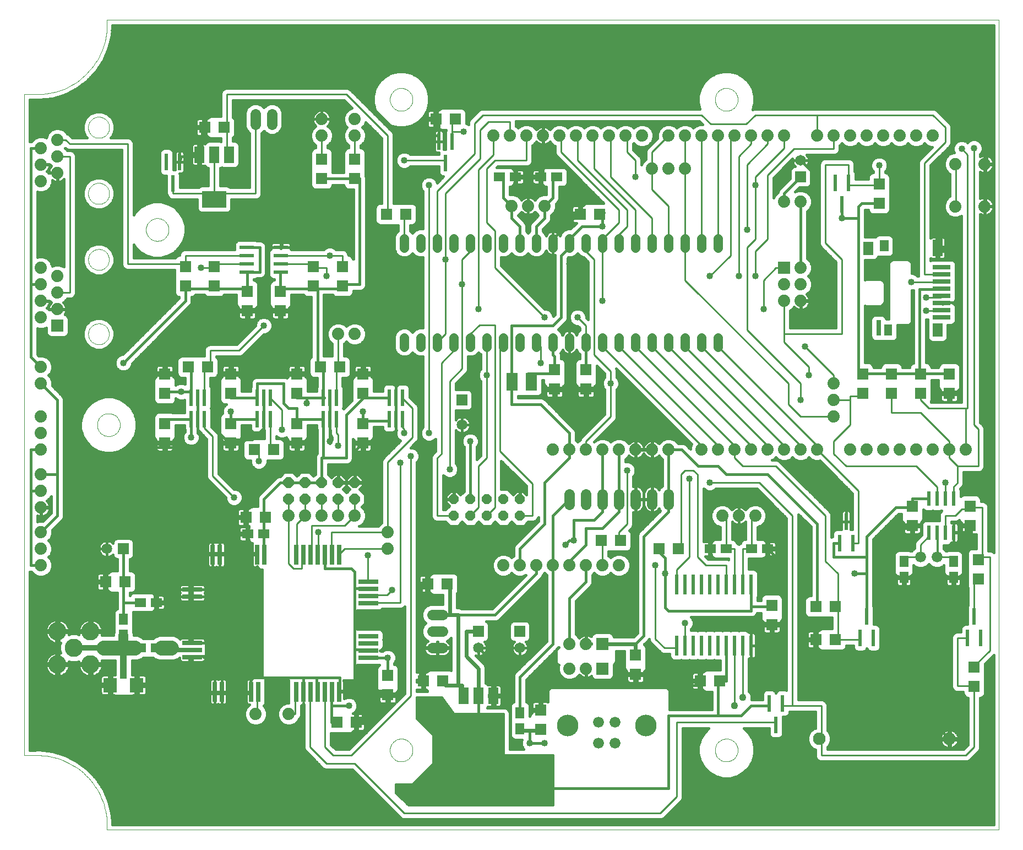
<source format=gtl>
G75*
G70*
%OFA0B0*%
%FSLAX24Y24*%
%IPPOS*%
%LPD*%
%AMOC8*
5,1,8,0,0,1.08239X$1,22.5*
%
%ADD10C,0.0560*%
%ADD11C,0.0740*%
%ADD12R,0.0709X0.0551*%
%ADD13C,0.0660*%
%ADD14C,0.1306*%
%ADD15R,0.0220X0.1020*%
%ADD16R,0.0240X0.0870*%
%ADD17R,0.0710X0.0709*%
%ADD18R,0.0709X0.0710*%
%ADD19R,0.0650X0.0650*%
%ADD20C,0.0650*%
%ADD21C,0.0768*%
%ADD22OC8,0.0600*%
%ADD23C,0.0634*%
%ADD24R,0.0709X0.1100*%
%ADD25R,0.1083X0.0276*%
%ADD26R,0.0591X0.0984*%
%ADD27R,0.0591X0.0827*%
%ADD28R,0.0512X0.0709*%
%ADD29R,0.0315X0.0965*%
%ADD30R,0.0551X0.0709*%
%ADD31R,0.0610X0.0787*%
%ADD32R,0.0240X0.1200*%
%ADD33R,0.0740X0.0740*%
%ADD34C,0.0640*%
%ADD35R,0.0260X0.1200*%
%ADD36R,0.1200X0.0260*%
%ADD37C,0.1100*%
%ADD38OC8,0.0640*%
%ADD39R,0.0400X0.1200*%
%ADD40R,0.0840X0.0880*%
%ADD41C,0.0000*%
%ADD42R,0.0870X0.0240*%
%ADD43R,0.0600X0.1000*%
%ADD44R,0.1450X0.1000*%
%ADD45C,0.0100*%
%ADD46C,0.0400*%
%ADD47C,0.0150*%
%ADD48C,0.0160*%
%ADD49C,0.0240*%
%ADD50C,0.0600*%
%ADD51C,0.0436*%
%ADD52C,0.0600*%
%ADD53C,0.0320*%
%ADD54C,0.0910*%
%ADD55C,0.0300*%
%ADD56C,0.0400*%
%ADD57C,0.0260*%
D10*
X026175Y032395D02*
X026175Y032955D01*
X027175Y032955D02*
X027175Y032395D01*
X028175Y032395D02*
X028175Y032955D01*
X029175Y032955D02*
X029175Y032395D01*
X030175Y032395D02*
X030175Y032955D01*
X031175Y032955D02*
X031175Y032395D01*
X032175Y032395D02*
X032175Y032955D01*
X033175Y032955D02*
X033175Y032395D01*
X034175Y032395D02*
X034175Y032955D01*
X035175Y032955D02*
X035175Y032395D01*
X036175Y032395D02*
X036175Y032955D01*
X037175Y032955D02*
X037175Y032395D01*
X038175Y032395D02*
X038175Y032955D01*
X039175Y032955D02*
X039175Y032395D01*
X040175Y032395D02*
X040175Y032955D01*
X041175Y032955D02*
X041175Y032395D01*
X042175Y032395D02*
X042175Y032955D01*
X043175Y032955D02*
X043175Y032395D01*
X044175Y032395D02*
X044175Y032955D01*
X045175Y032955D02*
X045175Y032395D01*
X045175Y038395D02*
X045175Y038955D01*
X044175Y038955D02*
X044175Y038395D01*
X043175Y038395D02*
X043175Y038955D01*
X042175Y038955D02*
X042175Y038395D01*
X041175Y038395D02*
X041175Y038955D01*
X040175Y038955D02*
X040175Y038395D01*
X039175Y038395D02*
X039175Y038955D01*
X038175Y038955D02*
X038175Y038395D01*
X037175Y038395D02*
X037175Y038955D01*
X036175Y038955D02*
X036175Y038395D01*
X035175Y038395D02*
X035175Y038955D01*
X034175Y038955D02*
X034175Y038395D01*
X033175Y038395D02*
X033175Y038955D01*
X032175Y038955D02*
X032175Y038395D01*
X031175Y038395D02*
X031175Y038955D01*
X030175Y038955D02*
X030175Y038395D01*
X029175Y038395D02*
X029175Y038955D01*
X028175Y038955D02*
X028175Y038395D01*
X027175Y038395D02*
X027175Y038955D01*
X026175Y038955D02*
X026175Y038395D01*
D11*
X032675Y040925D03*
X033675Y040925D03*
X034675Y040925D03*
X034575Y045175D03*
X033575Y045175D03*
X032575Y045175D03*
X031575Y045175D03*
X035575Y045175D03*
X036575Y045175D03*
X037575Y045175D03*
X038575Y045175D03*
X039575Y045175D03*
X040575Y045175D03*
X042175Y045175D03*
X043175Y045175D03*
X044175Y045175D03*
X045175Y045175D03*
X046175Y045175D03*
X047175Y045175D03*
X048175Y045175D03*
X049175Y045175D03*
X051175Y045175D03*
X052175Y045175D03*
X053175Y045175D03*
X054175Y045175D03*
X055175Y045175D03*
X056175Y045175D03*
X057175Y045175D03*
X058175Y045175D03*
X059535Y043455D03*
X061315Y043455D03*
X061315Y040895D03*
X059535Y040895D03*
X050175Y041175D03*
X049175Y041175D03*
X043175Y043175D03*
X042175Y043175D03*
X041175Y043175D03*
X050175Y037175D03*
X050175Y036175D03*
X049175Y036175D03*
X049175Y035175D03*
X050175Y035175D03*
X052175Y030175D03*
X052175Y029175D03*
X052175Y028175D03*
X051175Y026175D03*
X050175Y026175D03*
X049175Y026175D03*
X048175Y026175D03*
X047175Y026175D03*
X046175Y026175D03*
X045175Y026175D03*
X044175Y026175D03*
X042175Y026175D03*
X041175Y026175D03*
X040175Y026175D03*
X039175Y026175D03*
X038175Y026175D03*
X037175Y026175D03*
X036175Y026175D03*
X035175Y026175D03*
X045425Y022175D03*
X046425Y022175D03*
X047425Y022175D03*
X053175Y026175D03*
X054175Y026175D03*
X055175Y026175D03*
X056175Y026175D03*
X057175Y026175D03*
X058175Y026175D03*
X059175Y026175D03*
X060175Y026175D03*
X039175Y019175D03*
X038175Y019175D03*
X037175Y019175D03*
X036175Y019175D03*
X035175Y019175D03*
X034175Y019175D03*
X033175Y019175D03*
X032175Y019175D03*
X036175Y014425D03*
X037175Y014425D03*
X037175Y012925D03*
X036175Y012925D03*
X025175Y020175D03*
X025175Y021175D03*
X023175Y022175D03*
X022175Y022175D03*
X021175Y022175D03*
X020175Y022175D03*
X019175Y022175D03*
X004175Y022675D03*
X004175Y023675D03*
X004175Y024675D03*
X004175Y026175D03*
X004175Y027175D03*
X004175Y028175D03*
X004175Y030175D03*
X004175Y031175D03*
X004175Y034175D03*
X005175Y034675D03*
X004175Y035175D03*
X005175Y035675D03*
X004175Y036175D03*
X005175Y036675D03*
X004175Y037175D03*
X004175Y042425D03*
X005175Y042925D03*
X004175Y043425D03*
X005175Y043925D03*
X004175Y044425D03*
X005175Y044925D03*
X021175Y045175D03*
X021175Y046175D03*
X023175Y046175D03*
X023175Y045175D03*
X023175Y033175D03*
X022175Y033175D03*
X004175Y021175D03*
X004175Y020175D03*
X004175Y019175D03*
X017175Y010175D03*
X019175Y010175D03*
D12*
X011157Y014175D03*
X010193Y014175D03*
X010193Y016925D03*
X011157Y016925D03*
X016693Y021075D03*
X017657Y021075D03*
X044693Y020175D03*
X045657Y020175D03*
X047193Y020175D03*
X048157Y020175D03*
X035407Y042675D03*
X034443Y042675D03*
X032907Y042675D03*
X031943Y042675D03*
D13*
X057425Y019675D03*
X058425Y019675D03*
X038917Y009675D03*
X037933Y009675D03*
X037933Y008415D03*
X038917Y008415D03*
D14*
X040795Y009478D03*
X036055Y009478D03*
D15*
X048275Y010825D03*
X049075Y010825D03*
X048675Y009525D03*
X053775Y014775D03*
X054575Y014775D03*
X054175Y016075D03*
X060275Y014775D03*
X061075Y014775D03*
X060675Y016075D03*
X053325Y020525D03*
X052525Y020525D03*
X052925Y021825D03*
X026075Y028025D03*
X025675Y028025D03*
X025275Y028025D03*
X025275Y029325D03*
X025675Y029325D03*
X026075Y029325D03*
X022075Y029325D03*
X021675Y029325D03*
X021275Y029325D03*
X021275Y028025D03*
X021675Y028025D03*
X022075Y028025D03*
X018075Y028025D03*
X017675Y028025D03*
X017275Y028025D03*
X017275Y029325D03*
X017675Y029325D03*
X018075Y029325D03*
X014075Y029325D03*
X013675Y029325D03*
X013275Y029325D03*
X013275Y028025D03*
X013675Y028025D03*
X014075Y028025D03*
X012175Y042275D03*
X011775Y043575D03*
X012575Y043575D03*
X028275Y044825D03*
X029075Y044825D03*
X028675Y043525D03*
X052275Y042325D03*
X053075Y042325D03*
X052675Y041025D03*
D16*
X057925Y023205D03*
X058425Y023205D03*
X058925Y023205D03*
X059425Y023205D03*
X059425Y021145D03*
X058925Y021145D03*
X058425Y021145D03*
X057925Y021145D03*
D17*
X056925Y021585D03*
X056925Y022765D03*
X060425Y022765D03*
X060425Y021585D03*
X060925Y019515D03*
X060925Y018335D03*
X060675Y013015D03*
X060675Y011835D03*
X048425Y015585D03*
X048425Y016765D03*
X040175Y013765D03*
X040175Y012585D03*
X034425Y010415D03*
X034425Y009235D03*
X025175Y011335D03*
X025175Y012515D03*
X023675Y026585D03*
X023675Y027765D03*
X023675Y029585D03*
X023675Y030765D03*
X019675Y030765D03*
X019675Y029585D03*
X019675Y027765D03*
X019675Y026585D03*
X015675Y026585D03*
X015675Y027765D03*
X015675Y029585D03*
X015675Y030765D03*
X011675Y030765D03*
X011675Y029585D03*
X011675Y027765D03*
X011675Y026585D03*
X016675Y034585D03*
X016675Y035765D03*
X018675Y035765D03*
X018675Y034585D03*
X020675Y036085D03*
X020675Y037265D03*
X022425Y037265D03*
X022425Y036085D03*
X014675Y036085D03*
X014675Y037265D03*
X012925Y037265D03*
X012925Y036085D03*
X021175Y042585D03*
X023175Y042585D03*
X023175Y043765D03*
X021175Y043765D03*
X035275Y031015D03*
X037175Y031015D03*
X037175Y029835D03*
X035275Y029835D03*
X053925Y029585D03*
X055675Y029585D03*
X055675Y030765D03*
X053925Y030765D03*
X057425Y030765D03*
X057425Y029585D03*
X059175Y029585D03*
X059175Y030765D03*
X054925Y041085D03*
X054925Y042265D03*
D18*
X038015Y040425D03*
X036835Y040425D03*
X029265Y046175D03*
X028085Y046175D03*
X026265Y040425D03*
X025085Y040425D03*
X015265Y045675D03*
X014085Y045675D03*
X014265Y031175D03*
X013085Y031175D03*
X017085Y026175D03*
X018265Y026175D03*
X017765Y022075D03*
X016585Y022075D03*
X009265Y018175D03*
X008085Y018175D03*
X022085Y009675D03*
X023265Y009675D03*
X027335Y012175D03*
X028515Y012175D03*
X028765Y018050D03*
X027585Y018050D03*
X038085Y020675D03*
X039265Y020675D03*
X041585Y020175D03*
X042765Y020175D03*
X051085Y016675D03*
X052265Y016675D03*
X052265Y014675D03*
X051085Y014675D03*
X045265Y012175D03*
X044085Y012175D03*
X022265Y031175D03*
X021085Y031175D03*
D19*
X029675Y029175D03*
X009175Y020175D03*
X030675Y015175D03*
X033175Y015175D03*
X050175Y042675D03*
D20*
X050175Y043675D03*
X029675Y027675D03*
X008175Y020175D03*
X030675Y014175D03*
X033175Y014175D03*
D21*
X051301Y008675D03*
X059175Y008675D03*
D22*
X033175Y022175D03*
X033175Y023175D03*
X032175Y023175D03*
X032175Y022175D03*
X031175Y022175D03*
X031175Y023175D03*
X030175Y023175D03*
X030175Y022175D03*
X029175Y022175D03*
X029175Y023175D03*
D23*
X036175Y022858D02*
X036175Y023492D01*
X037175Y023492D02*
X037175Y022858D01*
X038175Y022858D02*
X038175Y023492D01*
X039175Y023492D02*
X039175Y022858D01*
X040175Y022858D02*
X040175Y023492D01*
X041175Y023492D02*
X041175Y022858D01*
X042175Y022858D02*
X042175Y023492D01*
X018175Y045858D02*
X018175Y046492D01*
X017175Y046492D02*
X017175Y045858D01*
D24*
X032685Y030275D03*
X033865Y030275D03*
D25*
X058716Y034175D03*
X058716Y034608D03*
X058716Y035041D03*
X058716Y035474D03*
X058716Y035907D03*
X058716Y036340D03*
X058716Y036773D03*
X058716Y037206D03*
D26*
X058470Y038368D03*
D27*
X058470Y033427D03*
D28*
X055478Y033407D03*
D29*
X054888Y033535D03*
D30*
X055222Y038506D03*
X056425Y019407D03*
X056425Y018443D03*
X059425Y018443D03*
X059425Y019407D03*
X033175Y010257D03*
X033175Y009293D03*
X009175Y014943D03*
X009175Y015907D03*
D31*
X054268Y038348D03*
D32*
X047175Y018025D03*
X046675Y018025D03*
X046175Y018025D03*
X045675Y018025D03*
X045175Y018025D03*
X044675Y018025D03*
X044175Y018025D03*
X043675Y018025D03*
X043175Y018025D03*
X042675Y018025D03*
X042675Y014325D03*
X043175Y014325D03*
X043675Y014325D03*
X044175Y014325D03*
X044675Y014325D03*
X045175Y014325D03*
X045675Y014325D03*
X046175Y014325D03*
X046675Y014325D03*
X047175Y014325D03*
D33*
X038175Y014425D03*
X038175Y012925D03*
X005175Y033675D03*
X049175Y037175D03*
D34*
X028495Y016175D02*
X027855Y016175D01*
X027855Y015175D02*
X028495Y015175D01*
X028495Y014175D02*
X027855Y014175D01*
D35*
X022218Y011527D03*
X021785Y011527D03*
X021352Y011527D03*
X020919Y011527D03*
X020486Y011527D03*
X020053Y011527D03*
X019620Y011527D03*
X017336Y011527D03*
X016903Y011527D03*
X015132Y011527D03*
X014699Y011527D03*
X014581Y019823D03*
X015014Y019823D03*
X017258Y019823D03*
X017691Y019823D03*
X019620Y019823D03*
X020053Y019823D03*
X020486Y019823D03*
X020919Y019823D03*
X021352Y019823D03*
X021785Y019823D03*
X022218Y019823D03*
D36*
X024004Y018195D03*
X024004Y017762D03*
X024004Y017329D03*
X024004Y016895D03*
X024004Y014888D03*
X024004Y014455D03*
X024004Y014021D03*
X024004Y013588D03*
X013346Y013628D03*
X013346Y014061D03*
X013346Y014494D03*
X013346Y017289D03*
X013346Y017722D03*
D37*
X007175Y015175D03*
X006175Y014175D03*
X005175Y013175D03*
X007175Y013175D03*
X005175Y015175D03*
D38*
X019175Y023175D03*
X019175Y024175D03*
X020175Y024175D03*
X021175Y024175D03*
X022175Y024175D03*
X023175Y024175D03*
X023175Y023175D03*
X022175Y023175D03*
X021175Y023175D03*
X020175Y023175D03*
D39*
X009175Y012925D03*
D40*
X008375Y011925D03*
X009975Y011925D03*
D41*
X003675Y007675D02*
X003884Y007682D01*
X004093Y007679D01*
X004301Y007665D01*
X004509Y007642D01*
X004715Y007608D01*
X004919Y007564D01*
X005121Y007510D01*
X005320Y007447D01*
X005516Y007374D01*
X005708Y007291D01*
X005895Y007199D01*
X006078Y007097D01*
X006256Y006987D01*
X006428Y006869D01*
X006594Y006742D01*
X006753Y006607D01*
X006906Y006464D01*
X007051Y006314D01*
X007189Y006157D01*
X007320Y005994D01*
X007442Y005824D01*
X007555Y005649D01*
X007660Y005468D01*
X007756Y005282D01*
X007842Y005092D01*
X007919Y004898D01*
X007987Y004700D01*
X008044Y004499D01*
X008092Y004296D01*
X008130Y004090D01*
X008157Y003883D01*
X008175Y003675D01*
X008175Y003175D01*
X062175Y003175D01*
X062175Y052175D01*
X008175Y052175D01*
X008175Y051675D01*
X008158Y051473D01*
X008132Y051272D01*
X008096Y051073D01*
X008051Y050875D01*
X007996Y050680D01*
X007932Y050488D01*
X007859Y050299D01*
X007777Y050113D01*
X007687Y049932D01*
X007588Y049756D01*
X007480Y049584D01*
X007365Y049417D01*
X007242Y049256D01*
X007111Y049102D01*
X006973Y048953D01*
X006828Y048811D01*
X006677Y048677D01*
X006519Y048550D01*
X006355Y048430D01*
X006186Y048318D01*
X006012Y048215D01*
X005833Y048120D01*
X005650Y048033D01*
X005463Y047956D01*
X005272Y047887D01*
X005079Y047827D01*
X004882Y047777D01*
X004684Y047736D01*
X004484Y047705D01*
X004282Y047683D01*
X004080Y047671D01*
X003878Y047668D01*
X003675Y047675D01*
X003175Y047675D01*
X003175Y007675D01*
X003675Y007675D01*
X025301Y007990D02*
X025303Y008042D01*
X025309Y008094D01*
X025319Y008145D01*
X025332Y008195D01*
X025350Y008245D01*
X025371Y008292D01*
X025395Y008338D01*
X025424Y008382D01*
X025455Y008424D01*
X025489Y008463D01*
X025526Y008500D01*
X025566Y008533D01*
X025609Y008564D01*
X025653Y008591D01*
X025699Y008615D01*
X025748Y008635D01*
X025797Y008651D01*
X025848Y008664D01*
X025899Y008673D01*
X025951Y008678D01*
X026003Y008679D01*
X026055Y008676D01*
X026107Y008669D01*
X026158Y008658D01*
X026208Y008644D01*
X026257Y008625D01*
X026304Y008603D01*
X026349Y008578D01*
X026393Y008549D01*
X026434Y008517D01*
X026473Y008482D01*
X026508Y008444D01*
X026541Y008403D01*
X026571Y008361D01*
X026597Y008316D01*
X026620Y008269D01*
X026639Y008220D01*
X026655Y008170D01*
X026667Y008120D01*
X026675Y008068D01*
X026679Y008016D01*
X026679Y007964D01*
X026675Y007912D01*
X026667Y007860D01*
X026655Y007810D01*
X026639Y007760D01*
X026620Y007711D01*
X026597Y007664D01*
X026571Y007619D01*
X026541Y007577D01*
X026508Y007536D01*
X026473Y007498D01*
X026434Y007463D01*
X026393Y007431D01*
X026349Y007402D01*
X026304Y007377D01*
X026257Y007355D01*
X026208Y007336D01*
X026158Y007322D01*
X026107Y007311D01*
X026055Y007304D01*
X026003Y007301D01*
X025951Y007302D01*
X025899Y007307D01*
X025848Y007316D01*
X025797Y007329D01*
X025748Y007345D01*
X025699Y007365D01*
X025653Y007389D01*
X025609Y007416D01*
X025566Y007447D01*
X025526Y007480D01*
X025489Y007517D01*
X025455Y007556D01*
X025424Y007598D01*
X025395Y007642D01*
X025371Y007688D01*
X025350Y007735D01*
X025332Y007785D01*
X025319Y007835D01*
X025309Y007886D01*
X025303Y007938D01*
X025301Y007990D01*
X044986Y007990D02*
X044988Y008042D01*
X044994Y008094D01*
X045004Y008145D01*
X045017Y008195D01*
X045035Y008245D01*
X045056Y008292D01*
X045080Y008338D01*
X045109Y008382D01*
X045140Y008424D01*
X045174Y008463D01*
X045211Y008500D01*
X045251Y008533D01*
X045294Y008564D01*
X045338Y008591D01*
X045384Y008615D01*
X045433Y008635D01*
X045482Y008651D01*
X045533Y008664D01*
X045584Y008673D01*
X045636Y008678D01*
X045688Y008679D01*
X045740Y008676D01*
X045792Y008669D01*
X045843Y008658D01*
X045893Y008644D01*
X045942Y008625D01*
X045989Y008603D01*
X046034Y008578D01*
X046078Y008549D01*
X046119Y008517D01*
X046158Y008482D01*
X046193Y008444D01*
X046226Y008403D01*
X046256Y008361D01*
X046282Y008316D01*
X046305Y008269D01*
X046324Y008220D01*
X046340Y008170D01*
X046352Y008120D01*
X046360Y008068D01*
X046364Y008016D01*
X046364Y007964D01*
X046360Y007912D01*
X046352Y007860D01*
X046340Y007810D01*
X046324Y007760D01*
X046305Y007711D01*
X046282Y007664D01*
X046256Y007619D01*
X046226Y007577D01*
X046193Y007536D01*
X046158Y007498D01*
X046119Y007463D01*
X046078Y007431D01*
X046034Y007402D01*
X045989Y007377D01*
X045942Y007355D01*
X045893Y007336D01*
X045843Y007322D01*
X045792Y007311D01*
X045740Y007304D01*
X045688Y007301D01*
X045636Y007302D01*
X045584Y007307D01*
X045533Y007316D01*
X045482Y007329D01*
X045433Y007345D01*
X045384Y007365D01*
X045338Y007389D01*
X045294Y007416D01*
X045251Y007447D01*
X045211Y007480D01*
X045174Y007517D01*
X045140Y007556D01*
X045109Y007598D01*
X045080Y007642D01*
X045056Y007688D01*
X045035Y007735D01*
X045017Y007785D01*
X045004Y007835D01*
X044994Y007886D01*
X044988Y007938D01*
X044986Y007990D01*
X007584Y027675D02*
X007586Y027727D01*
X007592Y027779D01*
X007602Y027830D01*
X007615Y027880D01*
X007633Y027930D01*
X007654Y027977D01*
X007678Y028023D01*
X007707Y028067D01*
X007738Y028109D01*
X007772Y028148D01*
X007809Y028185D01*
X007849Y028218D01*
X007892Y028249D01*
X007936Y028276D01*
X007982Y028300D01*
X008031Y028320D01*
X008080Y028336D01*
X008131Y028349D01*
X008182Y028358D01*
X008234Y028363D01*
X008286Y028364D01*
X008338Y028361D01*
X008390Y028354D01*
X008441Y028343D01*
X008491Y028329D01*
X008540Y028310D01*
X008587Y028288D01*
X008632Y028263D01*
X008676Y028234D01*
X008717Y028202D01*
X008756Y028167D01*
X008791Y028129D01*
X008824Y028088D01*
X008854Y028046D01*
X008880Y028001D01*
X008903Y027954D01*
X008922Y027905D01*
X008938Y027855D01*
X008950Y027805D01*
X008958Y027753D01*
X008962Y027701D01*
X008962Y027649D01*
X008958Y027597D01*
X008950Y027545D01*
X008938Y027495D01*
X008922Y027445D01*
X008903Y027396D01*
X008880Y027349D01*
X008854Y027304D01*
X008824Y027262D01*
X008791Y027221D01*
X008756Y027183D01*
X008717Y027148D01*
X008676Y027116D01*
X008632Y027087D01*
X008587Y027062D01*
X008540Y027040D01*
X008491Y027021D01*
X008441Y027007D01*
X008390Y026996D01*
X008338Y026989D01*
X008286Y026986D01*
X008234Y026987D01*
X008182Y026992D01*
X008131Y027001D01*
X008080Y027014D01*
X008031Y027030D01*
X007982Y027050D01*
X007936Y027074D01*
X007892Y027101D01*
X007849Y027132D01*
X007809Y027165D01*
X007772Y027202D01*
X007738Y027241D01*
X007707Y027283D01*
X007678Y027327D01*
X007654Y027373D01*
X007633Y027420D01*
X007615Y027470D01*
X007602Y027520D01*
X007592Y027571D01*
X007586Y027623D01*
X007584Y027675D01*
X007045Y033175D02*
X007047Y033225D01*
X007053Y033275D01*
X007063Y033324D01*
X007077Y033372D01*
X007094Y033419D01*
X007115Y033464D01*
X007140Y033508D01*
X007168Y033549D01*
X007200Y033588D01*
X007234Y033625D01*
X007271Y033659D01*
X007311Y033689D01*
X007353Y033716D01*
X007397Y033740D01*
X007443Y033761D01*
X007490Y033777D01*
X007538Y033790D01*
X007588Y033799D01*
X007637Y033804D01*
X007688Y033805D01*
X007738Y033802D01*
X007787Y033795D01*
X007836Y033784D01*
X007884Y033769D01*
X007930Y033751D01*
X007975Y033729D01*
X008018Y033703D01*
X008059Y033674D01*
X008098Y033642D01*
X008134Y033607D01*
X008166Y033569D01*
X008196Y033529D01*
X008223Y033486D01*
X008246Y033442D01*
X008265Y033396D01*
X008281Y033348D01*
X008293Y033299D01*
X008301Y033250D01*
X008305Y033200D01*
X008305Y033150D01*
X008301Y033100D01*
X008293Y033051D01*
X008281Y033002D01*
X008265Y032954D01*
X008246Y032908D01*
X008223Y032864D01*
X008196Y032821D01*
X008166Y032781D01*
X008134Y032743D01*
X008098Y032708D01*
X008059Y032676D01*
X008018Y032647D01*
X007975Y032621D01*
X007930Y032599D01*
X007884Y032581D01*
X007836Y032566D01*
X007787Y032555D01*
X007738Y032548D01*
X007688Y032545D01*
X007637Y032546D01*
X007588Y032551D01*
X007538Y032560D01*
X007490Y032573D01*
X007443Y032589D01*
X007397Y032610D01*
X007353Y032634D01*
X007311Y032661D01*
X007271Y032691D01*
X007234Y032725D01*
X007200Y032762D01*
X007168Y032801D01*
X007140Y032842D01*
X007115Y032886D01*
X007094Y032931D01*
X007077Y032978D01*
X007063Y033026D01*
X007053Y033075D01*
X007047Y033125D01*
X007045Y033175D01*
X007045Y037675D02*
X007047Y037725D01*
X007053Y037775D01*
X007063Y037824D01*
X007077Y037872D01*
X007094Y037919D01*
X007115Y037964D01*
X007140Y038008D01*
X007168Y038049D01*
X007200Y038088D01*
X007234Y038125D01*
X007271Y038159D01*
X007311Y038189D01*
X007353Y038216D01*
X007397Y038240D01*
X007443Y038261D01*
X007490Y038277D01*
X007538Y038290D01*
X007588Y038299D01*
X007637Y038304D01*
X007688Y038305D01*
X007738Y038302D01*
X007787Y038295D01*
X007836Y038284D01*
X007884Y038269D01*
X007930Y038251D01*
X007975Y038229D01*
X008018Y038203D01*
X008059Y038174D01*
X008098Y038142D01*
X008134Y038107D01*
X008166Y038069D01*
X008196Y038029D01*
X008223Y037986D01*
X008246Y037942D01*
X008265Y037896D01*
X008281Y037848D01*
X008293Y037799D01*
X008301Y037750D01*
X008305Y037700D01*
X008305Y037650D01*
X008301Y037600D01*
X008293Y037551D01*
X008281Y037502D01*
X008265Y037454D01*
X008246Y037408D01*
X008223Y037364D01*
X008196Y037321D01*
X008166Y037281D01*
X008134Y037243D01*
X008098Y037208D01*
X008059Y037176D01*
X008018Y037147D01*
X007975Y037121D01*
X007930Y037099D01*
X007884Y037081D01*
X007836Y037066D01*
X007787Y037055D01*
X007738Y037048D01*
X007688Y037045D01*
X007637Y037046D01*
X007588Y037051D01*
X007538Y037060D01*
X007490Y037073D01*
X007443Y037089D01*
X007397Y037110D01*
X007353Y037134D01*
X007311Y037161D01*
X007271Y037191D01*
X007234Y037225D01*
X007200Y037262D01*
X007168Y037301D01*
X007140Y037342D01*
X007115Y037386D01*
X007094Y037431D01*
X007077Y037478D01*
X007063Y037526D01*
X007053Y037575D01*
X007047Y037625D01*
X007045Y037675D01*
X010537Y039486D02*
X010539Y039538D01*
X010545Y039590D01*
X010555Y039641D01*
X010568Y039691D01*
X010586Y039741D01*
X010607Y039788D01*
X010631Y039834D01*
X010660Y039878D01*
X010691Y039920D01*
X010725Y039959D01*
X010762Y039996D01*
X010802Y040029D01*
X010845Y040060D01*
X010889Y040087D01*
X010935Y040111D01*
X010984Y040131D01*
X011033Y040147D01*
X011084Y040160D01*
X011135Y040169D01*
X011187Y040174D01*
X011239Y040175D01*
X011291Y040172D01*
X011343Y040165D01*
X011394Y040154D01*
X011444Y040140D01*
X011493Y040121D01*
X011540Y040099D01*
X011585Y040074D01*
X011629Y040045D01*
X011670Y040013D01*
X011709Y039978D01*
X011744Y039940D01*
X011777Y039899D01*
X011807Y039857D01*
X011833Y039812D01*
X011856Y039765D01*
X011875Y039716D01*
X011891Y039666D01*
X011903Y039616D01*
X011911Y039564D01*
X011915Y039512D01*
X011915Y039460D01*
X011911Y039408D01*
X011903Y039356D01*
X011891Y039306D01*
X011875Y039256D01*
X011856Y039207D01*
X011833Y039160D01*
X011807Y039115D01*
X011777Y039073D01*
X011744Y039032D01*
X011709Y038994D01*
X011670Y038959D01*
X011629Y038927D01*
X011585Y038898D01*
X011540Y038873D01*
X011493Y038851D01*
X011444Y038832D01*
X011394Y038818D01*
X011343Y038807D01*
X011291Y038800D01*
X011239Y038797D01*
X011187Y038798D01*
X011135Y038803D01*
X011084Y038812D01*
X011033Y038825D01*
X010984Y038841D01*
X010935Y038861D01*
X010889Y038885D01*
X010845Y038912D01*
X010802Y038943D01*
X010762Y038976D01*
X010725Y039013D01*
X010691Y039052D01*
X010660Y039094D01*
X010631Y039138D01*
X010607Y039184D01*
X010586Y039231D01*
X010568Y039281D01*
X010555Y039331D01*
X010545Y039382D01*
X010539Y039434D01*
X010537Y039486D01*
X007035Y041675D02*
X007037Y041725D01*
X007043Y041775D01*
X007053Y041824D01*
X007066Y041873D01*
X007084Y041920D01*
X007105Y041966D01*
X007129Y042009D01*
X007157Y042051D01*
X007188Y042091D01*
X007222Y042128D01*
X007259Y042162D01*
X007299Y042193D01*
X007341Y042221D01*
X007384Y042245D01*
X007430Y042266D01*
X007477Y042284D01*
X007526Y042297D01*
X007575Y042307D01*
X007625Y042313D01*
X007675Y042315D01*
X007725Y042313D01*
X007775Y042307D01*
X007824Y042297D01*
X007873Y042284D01*
X007920Y042266D01*
X007966Y042245D01*
X008009Y042221D01*
X008051Y042193D01*
X008091Y042162D01*
X008128Y042128D01*
X008162Y042091D01*
X008193Y042051D01*
X008221Y042009D01*
X008245Y041966D01*
X008266Y041920D01*
X008284Y041873D01*
X008297Y041824D01*
X008307Y041775D01*
X008313Y041725D01*
X008315Y041675D01*
X008313Y041625D01*
X008307Y041575D01*
X008297Y041526D01*
X008284Y041477D01*
X008266Y041430D01*
X008245Y041384D01*
X008221Y041341D01*
X008193Y041299D01*
X008162Y041259D01*
X008128Y041222D01*
X008091Y041188D01*
X008051Y041157D01*
X008009Y041129D01*
X007966Y041105D01*
X007920Y041084D01*
X007873Y041066D01*
X007824Y041053D01*
X007775Y041043D01*
X007725Y041037D01*
X007675Y041035D01*
X007625Y041037D01*
X007575Y041043D01*
X007526Y041053D01*
X007477Y041066D01*
X007430Y041084D01*
X007384Y041105D01*
X007341Y041129D01*
X007299Y041157D01*
X007259Y041188D01*
X007222Y041222D01*
X007188Y041259D01*
X007157Y041299D01*
X007129Y041341D01*
X007105Y041384D01*
X007084Y041430D01*
X007066Y041477D01*
X007053Y041526D01*
X007043Y041575D01*
X007037Y041625D01*
X007035Y041675D01*
X007035Y045675D02*
X007037Y045725D01*
X007043Y045775D01*
X007053Y045824D01*
X007066Y045873D01*
X007084Y045920D01*
X007105Y045966D01*
X007129Y046009D01*
X007157Y046051D01*
X007188Y046091D01*
X007222Y046128D01*
X007259Y046162D01*
X007299Y046193D01*
X007341Y046221D01*
X007384Y046245D01*
X007430Y046266D01*
X007477Y046284D01*
X007526Y046297D01*
X007575Y046307D01*
X007625Y046313D01*
X007675Y046315D01*
X007725Y046313D01*
X007775Y046307D01*
X007824Y046297D01*
X007873Y046284D01*
X007920Y046266D01*
X007966Y046245D01*
X008009Y046221D01*
X008051Y046193D01*
X008091Y046162D01*
X008128Y046128D01*
X008162Y046091D01*
X008193Y046051D01*
X008221Y046009D01*
X008245Y045966D01*
X008266Y045920D01*
X008284Y045873D01*
X008297Y045824D01*
X008307Y045775D01*
X008313Y045725D01*
X008315Y045675D01*
X008313Y045625D01*
X008307Y045575D01*
X008297Y045526D01*
X008284Y045477D01*
X008266Y045430D01*
X008245Y045384D01*
X008221Y045341D01*
X008193Y045299D01*
X008162Y045259D01*
X008128Y045222D01*
X008091Y045188D01*
X008051Y045157D01*
X008009Y045129D01*
X007966Y045105D01*
X007920Y045084D01*
X007873Y045066D01*
X007824Y045053D01*
X007775Y045043D01*
X007725Y045037D01*
X007675Y045035D01*
X007625Y045037D01*
X007575Y045043D01*
X007526Y045053D01*
X007477Y045066D01*
X007430Y045084D01*
X007384Y045105D01*
X007341Y045129D01*
X007299Y045157D01*
X007259Y045188D01*
X007222Y045222D01*
X007188Y045259D01*
X007157Y045299D01*
X007129Y045341D01*
X007105Y045384D01*
X007084Y045430D01*
X007066Y045477D01*
X007053Y045526D01*
X007043Y045575D01*
X007037Y045625D01*
X007035Y045675D01*
X025301Y047360D02*
X025303Y047412D01*
X025309Y047464D01*
X025319Y047515D01*
X025332Y047565D01*
X025350Y047615D01*
X025371Y047662D01*
X025395Y047708D01*
X025424Y047752D01*
X025455Y047794D01*
X025489Y047833D01*
X025526Y047870D01*
X025566Y047903D01*
X025609Y047934D01*
X025653Y047961D01*
X025699Y047985D01*
X025748Y048005D01*
X025797Y048021D01*
X025848Y048034D01*
X025899Y048043D01*
X025951Y048048D01*
X026003Y048049D01*
X026055Y048046D01*
X026107Y048039D01*
X026158Y048028D01*
X026208Y048014D01*
X026257Y047995D01*
X026304Y047973D01*
X026349Y047948D01*
X026393Y047919D01*
X026434Y047887D01*
X026473Y047852D01*
X026508Y047814D01*
X026541Y047773D01*
X026571Y047731D01*
X026597Y047686D01*
X026620Y047639D01*
X026639Y047590D01*
X026655Y047540D01*
X026667Y047490D01*
X026675Y047438D01*
X026679Y047386D01*
X026679Y047334D01*
X026675Y047282D01*
X026667Y047230D01*
X026655Y047180D01*
X026639Y047130D01*
X026620Y047081D01*
X026597Y047034D01*
X026571Y046989D01*
X026541Y046947D01*
X026508Y046906D01*
X026473Y046868D01*
X026434Y046833D01*
X026393Y046801D01*
X026349Y046772D01*
X026304Y046747D01*
X026257Y046725D01*
X026208Y046706D01*
X026158Y046692D01*
X026107Y046681D01*
X026055Y046674D01*
X026003Y046671D01*
X025951Y046672D01*
X025899Y046677D01*
X025848Y046686D01*
X025797Y046699D01*
X025748Y046715D01*
X025699Y046735D01*
X025653Y046759D01*
X025609Y046786D01*
X025566Y046817D01*
X025526Y046850D01*
X025489Y046887D01*
X025455Y046926D01*
X025424Y046968D01*
X025395Y047012D01*
X025371Y047058D01*
X025350Y047105D01*
X025332Y047155D01*
X025319Y047205D01*
X025309Y047256D01*
X025303Y047308D01*
X025301Y047360D01*
X044986Y047360D02*
X044988Y047412D01*
X044994Y047464D01*
X045004Y047515D01*
X045017Y047565D01*
X045035Y047615D01*
X045056Y047662D01*
X045080Y047708D01*
X045109Y047752D01*
X045140Y047794D01*
X045174Y047833D01*
X045211Y047870D01*
X045251Y047903D01*
X045294Y047934D01*
X045338Y047961D01*
X045384Y047985D01*
X045433Y048005D01*
X045482Y048021D01*
X045533Y048034D01*
X045584Y048043D01*
X045636Y048048D01*
X045688Y048049D01*
X045740Y048046D01*
X045792Y048039D01*
X045843Y048028D01*
X045893Y048014D01*
X045942Y047995D01*
X045989Y047973D01*
X046034Y047948D01*
X046078Y047919D01*
X046119Y047887D01*
X046158Y047852D01*
X046193Y047814D01*
X046226Y047773D01*
X046256Y047731D01*
X046282Y047686D01*
X046305Y047639D01*
X046324Y047590D01*
X046340Y047540D01*
X046352Y047490D01*
X046360Y047438D01*
X046364Y047386D01*
X046364Y047334D01*
X046360Y047282D01*
X046352Y047230D01*
X046340Y047180D01*
X046324Y047130D01*
X046305Y047081D01*
X046282Y047034D01*
X046256Y046989D01*
X046226Y046947D01*
X046193Y046906D01*
X046158Y046868D01*
X046119Y046833D01*
X046078Y046801D01*
X046034Y046772D01*
X045989Y046747D01*
X045942Y046725D01*
X045893Y046706D01*
X045843Y046692D01*
X045792Y046681D01*
X045740Y046674D01*
X045688Y046671D01*
X045636Y046672D01*
X045584Y046677D01*
X045533Y046686D01*
X045482Y046699D01*
X045433Y046715D01*
X045384Y046735D01*
X045338Y046759D01*
X045294Y046786D01*
X045251Y046817D01*
X045211Y046850D01*
X045174Y046887D01*
X045140Y046926D01*
X045109Y046968D01*
X045080Y047012D01*
X045056Y047058D01*
X045035Y047105D01*
X045017Y047155D01*
X045004Y047205D01*
X044994Y047256D01*
X044988Y047308D01*
X044986Y047360D01*
D42*
X018705Y038425D03*
X018705Y037925D03*
X018705Y037425D03*
X018705Y036925D03*
X016645Y036925D03*
X016645Y037425D03*
X016645Y037925D03*
X016645Y038425D03*
D43*
X015581Y044025D03*
X014675Y044025D03*
X013769Y044025D03*
X029769Y011275D03*
X030675Y011275D03*
X031581Y011275D03*
D44*
X030675Y008575D03*
X014675Y041325D03*
D45*
X014675Y041375D01*
X014675Y041325D02*
X014675Y041675D01*
X017175Y041675D01*
X017175Y046175D01*
X015425Y045675D02*
X015265Y045675D01*
X015425Y045675D02*
X015425Y047675D01*
X022675Y047675D01*
X025175Y045175D01*
X025175Y040425D01*
X025085Y040425D01*
X026175Y040375D02*
X026265Y040425D01*
X026175Y040375D02*
X026175Y038675D01*
X028175Y038675D02*
X028175Y041825D01*
X030425Y044075D01*
X030425Y045925D01*
X030925Y046425D01*
X044175Y046425D01*
X044725Y045875D01*
X046875Y045875D01*
X047425Y046425D01*
X051175Y046425D01*
X051175Y045175D01*
X052175Y045175D02*
X052175Y044375D01*
X049775Y044375D01*
X048175Y042775D01*
X048175Y038925D01*
X047425Y038175D01*
X047425Y036675D01*
X047925Y036425D02*
X048675Y037175D01*
X049175Y037175D01*
X047925Y036425D02*
X047925Y034675D01*
X049175Y035175D02*
X049175Y033175D01*
X052675Y033175D01*
X052675Y037675D01*
X051675Y038675D01*
X051675Y043425D01*
X053075Y043425D01*
X053075Y042325D01*
X053075Y042175D01*
X054925Y042175D01*
X054925Y042265D01*
X054925Y043375D01*
X057675Y043525D02*
X058925Y044775D01*
X058925Y045675D01*
X058175Y046425D01*
X051175Y046425D01*
X049175Y045175D02*
X049175Y044425D01*
X047425Y042675D01*
X047425Y042175D01*
X047425Y038925D01*
X046925Y038425D01*
X046925Y033425D01*
X050175Y030175D01*
X050175Y029175D01*
X049425Y028925D02*
X050175Y028175D01*
X052175Y028175D01*
X053175Y027675D02*
X053175Y029175D01*
X053175Y029425D01*
X053925Y029425D01*
X053925Y029585D01*
X053175Y029175D02*
X052175Y029175D01*
X052175Y030175D02*
X052175Y030675D01*
X050425Y032425D01*
X050675Y031175D02*
X050675Y030675D01*
X050675Y031175D02*
X049175Y032675D01*
X049175Y033175D01*
X045175Y032675D02*
X045175Y032425D01*
X051175Y026425D01*
X051175Y026175D01*
X053675Y023675D01*
X053675Y020525D01*
X053325Y020525D01*
X051675Y019425D02*
X052425Y018675D01*
X052425Y016675D01*
X052265Y016675D01*
X052425Y016675D02*
X052425Y014675D01*
X052265Y014675D01*
X052425Y014675D02*
X053775Y014675D01*
X053775Y014775D01*
X051425Y010675D02*
X049675Y010675D01*
X049675Y022175D01*
X047675Y024175D01*
X044675Y024175D01*
X043925Y024675D02*
X043925Y019675D01*
X044425Y019175D01*
X045675Y019175D01*
X045675Y018025D01*
X046175Y018025D02*
X046175Y020175D01*
X045657Y020175D01*
X045657Y021943D01*
X045425Y022175D01*
X047193Y021943D02*
X047425Y022175D01*
X047193Y021943D02*
X047193Y020175D01*
X046675Y020175D01*
X046675Y018025D01*
X043425Y019675D02*
X043425Y024425D01*
X043675Y024925D02*
X043175Y024925D01*
X042925Y024675D01*
X042925Y020175D01*
X042765Y020175D01*
X043425Y019675D02*
X042675Y018925D01*
X042675Y018025D01*
X041375Y019175D02*
X041375Y014725D01*
X041925Y014175D01*
X042675Y014175D01*
X042675Y014325D01*
X043175Y014325D02*
X043175Y015675D01*
X046175Y014325D02*
X046175Y010675D01*
X046675Y011175D02*
X046675Y014325D01*
X049075Y010825D02*
X049075Y010675D01*
X049675Y010675D01*
X048675Y009675D02*
X048675Y009525D01*
X048675Y009475D01*
X048675Y009675D02*
X042675Y009675D01*
X042675Y005175D01*
X041675Y004175D01*
X026175Y004175D01*
X023175Y007175D01*
X021475Y007175D01*
X020475Y008175D01*
X020475Y011475D01*
X020486Y011527D01*
X019620Y011527D02*
X019575Y011475D01*
X019575Y010175D01*
X019175Y010175D01*
X017275Y010175D02*
X017275Y011475D01*
X017336Y011527D01*
X017275Y010175D02*
X017175Y010175D01*
X021352Y011527D02*
X021375Y011475D01*
X021375Y008175D01*
X021875Y007675D01*
X022975Y007675D01*
X026575Y011275D01*
X026575Y025775D01*
X025925Y025375D02*
X025925Y016925D01*
X024175Y016925D01*
X024004Y016895D01*
X024075Y016875D01*
X024175Y016925D01*
X024004Y017329D02*
X024075Y017375D01*
X025125Y017375D01*
X025425Y017675D01*
X024004Y018195D02*
X023975Y018275D01*
X023975Y019775D01*
X025175Y020175D02*
X022575Y020175D01*
X022275Y019875D01*
X022218Y019823D01*
X021785Y019823D02*
X021775Y019875D01*
X021775Y021175D01*
X025175Y021175D01*
X025175Y025425D01*
X026675Y026925D01*
X026675Y028675D01*
X026075Y029275D01*
X026075Y029325D01*
X026075Y028025D02*
X026075Y027525D01*
X026175Y027425D01*
X026175Y027175D01*
X027675Y027175D02*
X027675Y042175D01*
X028675Y041675D02*
X030775Y043775D01*
X030775Y045525D01*
X031275Y046025D01*
X032575Y046025D01*
X032575Y045175D01*
X031575Y045175D02*
X031575Y044025D01*
X030675Y043125D01*
X030675Y034675D01*
X030725Y033725D02*
X031675Y033725D01*
X031675Y022675D01*
X031175Y022175D01*
X030675Y022675D02*
X030175Y022175D01*
X030675Y022675D02*
X030675Y025175D01*
X031175Y025675D01*
X031175Y030675D01*
X031175Y032675D01*
X031975Y032475D02*
X031975Y026075D01*
X033925Y024125D01*
X033925Y022175D01*
X033175Y022175D01*
X029175Y022175D02*
X028175Y022175D01*
X028175Y025675D01*
X028425Y025925D01*
X028425Y031425D01*
X029175Y032175D01*
X029175Y032675D01*
X028675Y033175D02*
X028675Y037675D01*
X028675Y041675D01*
X028675Y043525D02*
X028675Y043675D01*
X026175Y043675D01*
X023175Y043765D02*
X023175Y045175D01*
X021175Y045175D02*
X021175Y043765D01*
X015581Y044025D02*
X015425Y044175D01*
X015425Y045675D01*
X014675Y044025D02*
X014675Y041675D01*
X012175Y041675D01*
X012175Y042275D01*
X009425Y044675D02*
X005925Y044675D01*
X005675Y044925D01*
X005175Y044925D01*
X005175Y043925D02*
X005925Y043925D01*
X005925Y035675D01*
X005175Y035675D01*
X009425Y037425D02*
X012925Y037425D01*
X012925Y037925D01*
X016645Y037925D01*
X016645Y037425D02*
X016575Y037375D01*
X016575Y037425D01*
X014675Y037425D01*
X014675Y037265D01*
X014675Y037175D01*
X013875Y037175D01*
X012925Y037265D02*
X012925Y037425D01*
X009425Y037425D02*
X009425Y044675D01*
X018705Y037925D02*
X021675Y037925D01*
X022425Y037925D01*
X022425Y037275D01*
X022175Y037275D01*
X022425Y037265D01*
X021475Y037175D02*
X021475Y036675D01*
X021475Y037175D02*
X020675Y037175D01*
X020675Y037265D01*
X020675Y037425D01*
X018775Y037425D01*
X018775Y037375D01*
X018705Y037425D01*
X017675Y033675D02*
X016175Y032175D01*
X014425Y032175D01*
X014425Y031175D01*
X014265Y031175D01*
X014175Y031175D02*
X014075Y031075D01*
X014075Y029325D01*
X014075Y028025D02*
X014075Y027475D01*
X014575Y026975D01*
X014575Y024575D01*
X015875Y023275D01*
X019175Y023175D02*
X019175Y022175D01*
X019175Y019275D01*
X019475Y018975D01*
X019975Y018975D01*
X019975Y019775D01*
X020053Y019823D01*
X019675Y019875D02*
X019620Y019823D01*
X019675Y019875D02*
X019675Y021675D01*
X020175Y022175D01*
X020175Y023175D01*
X021175Y023175D02*
X021175Y022175D01*
X022175Y022175D02*
X022175Y023175D01*
X023175Y023175D02*
X023175Y022175D01*
X022575Y021575D01*
X020575Y021575D01*
X020575Y019875D01*
X020486Y019823D01*
X020919Y019823D02*
X020975Y019875D01*
X020975Y021175D01*
X017375Y025475D02*
X017375Y025975D01*
X017175Y026175D01*
X017085Y026175D01*
X018075Y026275D02*
X018075Y028025D01*
X018775Y028575D02*
X018775Y027375D01*
X018775Y028575D02*
X018075Y029275D01*
X018075Y029325D01*
X018075Y026275D02*
X018175Y026175D01*
X018265Y026175D01*
X022175Y026425D02*
X022175Y027075D01*
X022075Y027175D01*
X022075Y028025D01*
X022075Y029325D02*
X022075Y031075D01*
X022175Y031175D01*
X022265Y031175D01*
X022175Y031175D02*
X022175Y033175D01*
X028175Y032675D02*
X028675Y033175D01*
X030175Y033175D02*
X030175Y032675D01*
X030175Y033175D02*
X030725Y033725D01*
X031975Y032475D02*
X032175Y032675D01*
X034175Y032675D02*
X034425Y032425D01*
X034425Y031425D01*
X037175Y032675D02*
X037175Y033675D01*
X036675Y034175D01*
X038175Y035175D02*
X038175Y038675D01*
X038175Y038925D01*
X039175Y039925D01*
X039175Y040675D01*
X035675Y044175D01*
X035675Y045075D01*
X035575Y045175D01*
X036575Y045175D02*
X036675Y045075D01*
X036675Y043675D01*
X039675Y040675D01*
X039675Y039675D01*
X039175Y039175D01*
X039175Y038675D01*
X040175Y038675D02*
X040175Y040675D01*
X037675Y043175D01*
X037675Y045075D01*
X037575Y045175D01*
X038575Y045175D02*
X038675Y045075D01*
X038675Y042675D01*
X041175Y040175D01*
X041175Y038675D01*
X042175Y038675D02*
X042175Y040925D01*
X041175Y041925D01*
X041175Y043175D01*
X041175Y044175D01*
X042175Y045175D01*
X043175Y045175D02*
X043175Y043175D01*
X043175Y038675D01*
X043175Y036425D01*
X049425Y030175D01*
X049425Y028925D01*
X052175Y026675D02*
X053175Y027675D01*
X052175Y026675D02*
X052175Y025925D01*
X052925Y025175D01*
X057175Y025175D01*
X058425Y023925D01*
X058425Y023375D01*
X058375Y023275D01*
X058425Y023205D01*
X058925Y023205D02*
X058975Y023275D01*
X058925Y023175D01*
X058925Y024175D01*
X059425Y023925D02*
X059425Y023205D01*
X059925Y022575D02*
X060425Y022575D01*
X060425Y022675D02*
X060425Y022765D01*
X060175Y022675D01*
X060425Y022675D01*
X061175Y022675D01*
X061175Y019675D01*
X061625Y019675D01*
X061625Y014025D01*
X060675Y013075D01*
X060675Y013015D01*
X060675Y011875D02*
X059675Y011875D01*
X059675Y014775D01*
X060275Y014775D01*
X060675Y016075D02*
X060675Y018075D01*
X060875Y018275D01*
X060925Y018335D01*
X060925Y019515D02*
X060925Y019675D01*
X061175Y019675D01*
X059425Y019675D02*
X059425Y019425D01*
X059425Y019407D02*
X059375Y019475D01*
X059375Y019675D01*
X059425Y019675D01*
X059375Y019675D02*
X058475Y019675D01*
X058425Y019675D01*
X058425Y021145D01*
X058475Y021075D01*
X058475Y019675D01*
X057425Y019675D02*
X056475Y019675D01*
X056475Y019475D01*
X056425Y019407D01*
X056425Y019425D02*
X056425Y019675D01*
X056475Y019675D01*
X057425Y019675D02*
X057425Y020425D01*
X057875Y020875D01*
X057875Y021075D01*
X057925Y021145D01*
X057925Y021175D01*
X057925Y021145D02*
X057925Y020925D01*
X057875Y020875D01*
X058425Y021145D02*
X058425Y021175D01*
X058925Y021145D02*
X058925Y022175D01*
X059525Y022175D01*
X059925Y022575D01*
X059425Y023925D02*
X059675Y024175D01*
X059675Y025175D01*
X060925Y025175D01*
X060925Y027425D01*
X060675Y027675D01*
X060675Y044425D01*
X060275Y044025D02*
X060275Y028675D01*
X060175Y028675D01*
X057925Y028675D01*
X057425Y029175D01*
X057425Y029585D01*
X057425Y028425D02*
X055675Y028425D01*
X055675Y029585D01*
X055675Y029675D01*
X057425Y028425D02*
X059175Y026675D01*
X059175Y026175D01*
X059175Y025675D01*
X059675Y025175D01*
X060175Y026175D02*
X060175Y028675D01*
X058675Y034575D02*
X057775Y034575D01*
X057775Y035375D02*
X058675Y035375D01*
X058716Y035474D01*
X058675Y036325D02*
X058716Y036340D01*
X058675Y036325D02*
X056875Y036325D01*
X057675Y036775D02*
X057675Y043525D01*
X059535Y043455D02*
X059575Y043375D01*
X059575Y040975D01*
X059535Y040895D01*
X060275Y044025D02*
X059925Y044375D01*
X048175Y044675D02*
X046925Y043425D01*
X046925Y039475D01*
X045175Y038675D02*
X045175Y045175D01*
X045925Y044925D02*
X045925Y037925D01*
X044675Y036675D01*
X046425Y036675D02*
X046425Y043925D01*
X047175Y044675D01*
X047175Y045175D01*
X048175Y045175D02*
X048175Y044675D01*
X046175Y045175D02*
X045925Y044925D01*
X044175Y045175D02*
X044175Y038675D01*
X037675Y037675D02*
X037175Y038175D01*
X037175Y038675D01*
X037675Y037675D02*
X037675Y031925D01*
X038675Y030925D01*
X038675Y030175D01*
X038675Y028175D01*
X037175Y026675D01*
X037175Y026175D01*
X039675Y024925D02*
X039675Y021675D01*
X039175Y021175D01*
X039175Y020425D01*
X039265Y020675D01*
X038175Y020425D02*
X038085Y020675D01*
X038175Y020425D02*
X038175Y019175D01*
X043925Y024675D02*
X043675Y024925D01*
X044175Y026175D02*
X044175Y026425D01*
X038175Y032425D01*
X038175Y032675D01*
X039175Y032675D02*
X039175Y032425D01*
X045175Y026425D01*
X045175Y026175D01*
X046175Y026175D02*
X046175Y025675D01*
X046675Y025175D01*
X048675Y025175D01*
X051675Y022175D01*
X051675Y019425D01*
X050175Y026175D02*
X050175Y026425D01*
X044175Y032425D01*
X044175Y032675D01*
X043175Y032675D02*
X043175Y032425D01*
X049175Y026425D01*
X049175Y026175D01*
X048175Y026175D02*
X048175Y026425D01*
X042175Y032425D01*
X042175Y032675D01*
X041175Y032675D02*
X041175Y032425D01*
X047175Y026425D01*
X047175Y026175D01*
X046175Y026175D02*
X046175Y026425D01*
X040175Y032425D01*
X040175Y032675D01*
X034675Y034175D02*
X031675Y037175D01*
X031675Y039425D01*
X031175Y039925D01*
X031175Y043175D01*
X031675Y043675D01*
X033575Y043675D01*
X033575Y045175D01*
X032175Y042675D02*
X031943Y042675D01*
X029075Y044825D02*
X029075Y045425D01*
X029075Y046175D01*
X029265Y046175D01*
X029075Y045425D02*
X029775Y045425D01*
X035175Y042675D02*
X035407Y042675D01*
X039675Y044175D02*
X040175Y043675D01*
X040175Y042675D01*
X039675Y044175D02*
X039675Y045075D01*
X039575Y045175D01*
X030175Y038675D02*
X030175Y038175D01*
X029675Y037675D01*
X029675Y036175D01*
X029675Y031075D01*
X028925Y030325D01*
X028925Y024975D01*
X051425Y010675D02*
X051425Y008675D01*
X051301Y008675D01*
X051425Y008675D02*
X051425Y007675D01*
X060175Y007675D01*
X060675Y008175D01*
X060675Y011835D01*
X060675Y011875D01*
X058675Y034575D02*
X058716Y034608D01*
X058716Y036773D02*
X058675Y036775D01*
X057675Y036775D01*
D46*
X056875Y036325D03*
X057775Y035375D03*
X057775Y034575D03*
X056425Y032925D03*
X058425Y031925D03*
X052175Y033675D03*
X050425Y032425D03*
X050675Y030675D03*
X050175Y029175D03*
X051925Y024425D03*
X052925Y022925D03*
X050425Y021425D03*
X050425Y019425D03*
X053425Y018675D03*
X056425Y016425D03*
X059425Y016425D03*
X055675Y021425D03*
X058925Y024175D03*
X047675Y015675D03*
X043175Y015675D03*
X041975Y018675D03*
X041375Y019175D03*
X040175Y021425D03*
X036425Y020675D03*
X035925Y020425D03*
X043425Y024425D03*
X044675Y024175D03*
X039675Y024925D03*
X037925Y028575D03*
X038675Y030175D03*
X034425Y031425D03*
X031175Y030675D03*
X027675Y027175D03*
X026175Y027175D03*
X026575Y025775D03*
X025925Y025375D03*
X028925Y024975D03*
X030175Y026675D03*
X023675Y028475D03*
X021675Y026675D03*
X022175Y026425D03*
X020625Y026675D03*
X018775Y027375D03*
X020275Y028975D03*
X017675Y031175D03*
X015675Y033175D03*
X017675Y033675D03*
X019675Y034175D03*
X021475Y036675D03*
X021675Y037925D03*
X018675Y039675D03*
X013875Y037175D03*
X010175Y034675D03*
X009175Y031425D03*
X012675Y029675D03*
X010675Y028675D03*
X013275Y026925D03*
X015675Y028475D03*
X017375Y025475D03*
X015875Y023275D03*
X020975Y021175D03*
X023975Y019775D03*
X025425Y017675D03*
X025175Y013575D03*
X023675Y010675D03*
X022825Y010675D03*
X023175Y008675D03*
X017675Y008675D03*
X013175Y008675D03*
X010175Y010675D03*
X011175Y011925D03*
X011675Y012925D03*
X012925Y012925D03*
X014425Y012925D03*
X014425Y014000D03*
X014425Y015175D03*
X012925Y015175D03*
X011675Y015175D03*
X010175Y015175D03*
X010175Y017675D03*
X011925Y017675D03*
X011925Y019675D03*
X010175Y019675D03*
X008175Y017425D03*
X005175Y017675D03*
X006675Y022675D03*
X008675Y022675D03*
X016175Y020175D03*
X016925Y017175D03*
X016925Y015175D03*
X016925Y013925D03*
X016925Y012925D03*
X009175Y008675D03*
X008175Y010675D03*
X007175Y011925D03*
X004675Y008675D03*
X009175Y005175D03*
X024675Y004175D03*
X033775Y008425D03*
X034675Y008425D03*
X042675Y011925D03*
X043675Y008675D03*
X042675Y004175D03*
X052175Y004175D03*
X052675Y008675D03*
X061175Y004175D03*
X036675Y034175D03*
X038175Y035175D03*
X036175Y037425D03*
X038175Y039675D03*
X040175Y042675D03*
X047425Y042175D03*
X046925Y039475D03*
X046425Y036675D03*
X047425Y036675D03*
X044675Y036675D03*
X047925Y034675D03*
X052675Y040175D03*
X054925Y043375D03*
X059925Y044375D03*
X060675Y044425D03*
X061175Y051175D03*
X044175Y051175D03*
X035675Y051175D03*
X029775Y045425D03*
X026175Y043675D03*
X024425Y043175D03*
X027675Y042175D03*
X028675Y037675D03*
X029675Y036175D03*
X030675Y034675D03*
X034675Y034175D03*
X026175Y035675D03*
X012575Y044675D03*
X006675Y043675D03*
X004675Y046675D03*
X009175Y051175D03*
X016675Y051175D03*
X025675Y051175D03*
X006675Y039675D03*
D47*
X006290Y039657D02*
X009060Y039657D01*
X009060Y039509D02*
X006290Y039509D01*
X006290Y039360D02*
X009060Y039360D01*
X009060Y039212D02*
X006290Y039212D01*
X006290Y039063D02*
X009060Y039063D01*
X009060Y038915D02*
X006290Y038915D01*
X006290Y038766D02*
X009060Y038766D01*
X009060Y038618D02*
X007869Y038618D01*
X007863Y038620D02*
X007487Y038620D01*
X007140Y038476D01*
X006874Y038210D01*
X006730Y037863D01*
X006730Y037487D01*
X006874Y037140D01*
X007140Y036874D01*
X007487Y036730D01*
X007863Y036730D01*
X008210Y036874D01*
X008476Y037140D01*
X008620Y037487D01*
X008620Y037863D01*
X008476Y038210D01*
X008210Y038476D01*
X007863Y038620D01*
X007481Y038618D02*
X006290Y038618D01*
X006290Y038469D02*
X007133Y038469D01*
X006984Y038321D02*
X006290Y038321D01*
X006290Y038172D02*
X006858Y038172D01*
X006797Y038024D02*
X006290Y038024D01*
X006290Y037875D02*
X006735Y037875D01*
X006730Y037727D02*
X006290Y037727D01*
X006290Y037578D02*
X006730Y037578D01*
X006754Y037430D02*
X006290Y037430D01*
X006290Y037281D02*
X006815Y037281D01*
X006881Y037133D02*
X006290Y037133D01*
X006290Y036984D02*
X007030Y036984D01*
X007232Y036836D02*
X006290Y036836D01*
X006290Y036687D02*
X012260Y036687D01*
X012260Y036539D02*
X006290Y036539D01*
X006290Y036390D02*
X012255Y036390D01*
X012255Y036502D02*
X012255Y035668D01*
X012303Y035552D01*
X012392Y035463D01*
X012507Y035416D01*
X012535Y035416D01*
X012535Y035337D01*
X009138Y031940D01*
X009073Y031940D01*
X008883Y031862D01*
X008738Y031717D01*
X008660Y031527D01*
X008660Y031323D01*
X008738Y031133D01*
X008883Y030988D01*
X009073Y030910D01*
X009277Y030910D01*
X009467Y030988D01*
X009612Y031133D01*
X009690Y031323D01*
X009690Y031388D01*
X013146Y034844D01*
X013256Y034954D01*
X013315Y035097D01*
X013315Y035416D01*
X013343Y035416D01*
X013458Y035463D01*
X013530Y035535D01*
X014070Y035535D01*
X014142Y035463D01*
X014257Y035416D01*
X015093Y035416D01*
X015208Y035463D01*
X015280Y035535D01*
X016005Y035535D01*
X016005Y035348D01*
X016010Y035336D01*
X016010Y034952D01*
X016058Y034837D01*
X016145Y034749D01*
X016145Y034660D01*
X016600Y034660D01*
X016600Y034700D01*
X016750Y034700D01*
X016750Y034660D01*
X016600Y034660D01*
X016600Y034510D01*
X016145Y034510D01*
X016145Y034207D01*
X016157Y034163D01*
X016180Y034123D01*
X016213Y034090D01*
X016253Y034067D01*
X016297Y034056D01*
X016600Y034056D01*
X016600Y034510D01*
X016750Y034510D01*
X016750Y034660D01*
X017205Y034660D01*
X017205Y034749D01*
X017292Y034837D01*
X017340Y034952D01*
X017340Y035336D01*
X017345Y035348D01*
X017345Y036182D01*
X017297Y036298D01*
X017208Y036387D01*
X017093Y036434D01*
X017065Y036434D01*
X017065Y036490D01*
X017143Y036490D01*
X017251Y036535D01*
X017503Y036535D01*
X017646Y036594D01*
X017756Y036704D01*
X017815Y036847D01*
X017815Y038503D01*
X017756Y038646D01*
X017646Y038756D01*
X017503Y038815D01*
X017251Y038815D01*
X017143Y038860D01*
X016147Y038860D01*
X016032Y038812D01*
X015943Y038723D01*
X015895Y038608D01*
X015895Y038290D01*
X012852Y038290D01*
X012718Y038234D01*
X012616Y038132D01*
X012560Y037998D01*
X012560Y037934D01*
X012507Y037934D01*
X012392Y037887D01*
X012303Y037798D01*
X012300Y037790D01*
X009790Y037790D01*
X009790Y038588D01*
X009871Y038447D01*
X010187Y038131D01*
X010573Y037908D01*
X011003Y037793D01*
X011449Y037793D01*
X011880Y037908D01*
X012266Y038131D01*
X012581Y038447D01*
X012804Y038833D01*
X012919Y039263D01*
X012919Y039709D01*
X012804Y040139D01*
X012581Y040526D01*
X012266Y040841D01*
X011880Y041064D01*
X011449Y041179D01*
X011003Y041179D01*
X010573Y041064D01*
X010187Y040841D01*
X009871Y040526D01*
X009790Y040384D01*
X009790Y044748D01*
X009734Y044882D01*
X009632Y044984D01*
X009498Y045040D01*
X008391Y045040D01*
X008485Y045134D01*
X008630Y045485D01*
X008630Y045865D01*
X008485Y046216D01*
X008216Y046485D01*
X007865Y046630D01*
X007485Y046630D01*
X007134Y046485D01*
X006865Y046216D01*
X006720Y045865D01*
X006720Y045485D01*
X006865Y045134D01*
X006959Y045040D01*
X006076Y045040D01*
X005882Y045234D01*
X005769Y045281D01*
X005756Y045313D01*
X005563Y045506D01*
X005311Y045610D01*
X005039Y045610D01*
X004787Y045506D01*
X004594Y045313D01*
X004490Y045061D01*
X004490Y045036D01*
X004311Y045110D01*
X004039Y045110D01*
X003787Y045006D01*
X003596Y044815D01*
X003497Y044815D01*
X003490Y044812D01*
X003490Y047360D01*
X003666Y047360D01*
X004056Y047337D01*
X004056Y047337D01*
X004851Y047429D01*
X005617Y047658D01*
X006332Y048017D01*
X006974Y048495D01*
X007524Y049076D01*
X007964Y049744D01*
X007964Y049744D01*
X008281Y050479D01*
X008466Y051257D01*
X008466Y051257D01*
X008486Y051604D01*
X008490Y051612D01*
X008490Y051666D01*
X008493Y051719D01*
X008490Y051728D01*
X008490Y051860D01*
X061860Y051860D01*
X061860Y019956D01*
X061832Y019984D01*
X061698Y020040D01*
X061550Y020040D01*
X061547Y020048D01*
X061540Y020055D01*
X061860Y020055D01*
X061860Y020204D02*
X061540Y020204D01*
X061540Y020352D02*
X061860Y020352D01*
X061860Y020501D02*
X061540Y020501D01*
X061540Y020649D02*
X061860Y020649D01*
X061860Y020798D02*
X061540Y020798D01*
X061540Y020946D02*
X061860Y020946D01*
X061860Y021095D02*
X061540Y021095D01*
X061540Y021243D02*
X061860Y021243D01*
X061860Y021392D02*
X061540Y021392D01*
X061540Y021540D02*
X061860Y021540D01*
X061860Y021689D02*
X061540Y021689D01*
X061540Y021837D02*
X061860Y021837D01*
X061860Y021986D02*
X061540Y021986D01*
X061540Y022134D02*
X061860Y022134D01*
X061860Y022283D02*
X061540Y022283D01*
X061540Y022431D02*
X061860Y022431D01*
X061860Y022580D02*
X061540Y022580D01*
X061540Y022728D02*
X061860Y022728D01*
X061860Y022877D02*
X061487Y022877D01*
X061484Y022882D02*
X061382Y022984D01*
X061248Y023040D01*
X061095Y023040D01*
X061095Y023182D01*
X061047Y023298D01*
X060958Y023387D01*
X060843Y023434D01*
X060007Y023434D01*
X059892Y023387D01*
X059860Y023355D01*
X059860Y023703D01*
X059819Y023802D01*
X059984Y023968D01*
X060040Y024102D01*
X060040Y024810D01*
X060998Y024810D01*
X061132Y024866D01*
X061234Y024968D01*
X061290Y025102D01*
X061290Y027498D01*
X061234Y027632D01*
X061132Y027734D01*
X061040Y027826D01*
X061040Y040423D01*
X061106Y040390D01*
X061187Y040363D01*
X061272Y040350D01*
X061290Y040350D01*
X061290Y040870D01*
X061340Y040870D01*
X061340Y040920D01*
X061290Y040920D01*
X061290Y041440D01*
X061272Y041440D01*
X061187Y041427D01*
X061106Y041400D01*
X061040Y041367D01*
X061040Y042983D01*
X061106Y042950D01*
X061187Y042923D01*
X061272Y042910D01*
X061290Y042910D01*
X061290Y043430D01*
X061340Y043430D01*
X061340Y043480D01*
X061290Y043480D01*
X061290Y044000D01*
X061272Y044000D01*
X061187Y043987D01*
X061106Y043960D01*
X061040Y043927D01*
X061040Y044062D01*
X061112Y044133D01*
X061190Y044323D01*
X061190Y044527D01*
X061112Y044717D01*
X060967Y044862D01*
X060777Y044940D01*
X060573Y044940D01*
X060383Y044862D01*
X060275Y044753D01*
X060217Y044812D01*
X060027Y044890D01*
X059823Y044890D01*
X059633Y044812D01*
X059488Y044667D01*
X059410Y044477D01*
X059410Y044273D01*
X059465Y044140D01*
X059399Y044140D01*
X059147Y044036D01*
X058954Y043843D01*
X058850Y043591D01*
X058850Y043319D01*
X058954Y043067D01*
X059147Y042874D01*
X059210Y042848D01*
X059210Y041502D01*
X059147Y041476D01*
X058954Y041283D01*
X058850Y041031D01*
X058850Y040759D01*
X058954Y040507D01*
X059147Y040314D01*
X059399Y040210D01*
X059671Y040210D01*
X059910Y040309D01*
X059910Y029040D01*
X058076Y029040D01*
X058052Y029064D01*
X058095Y029168D01*
X058095Y030002D01*
X058090Y030014D01*
X058090Y030336D01*
X058095Y030348D01*
X058095Y030385D01*
X058505Y030385D01*
X058505Y030348D01*
X058510Y030336D01*
X058510Y029952D01*
X058558Y029837D01*
X058645Y029749D01*
X058645Y029660D01*
X059100Y029660D01*
X059100Y029700D01*
X059250Y029700D01*
X059250Y029660D01*
X059100Y029660D01*
X059100Y029510D01*
X058645Y029510D01*
X058645Y029207D01*
X058657Y029163D01*
X058680Y029123D01*
X058713Y029090D01*
X058753Y029067D01*
X058797Y029056D01*
X059100Y029056D01*
X059100Y029510D01*
X059250Y029510D01*
X059250Y029660D01*
X059705Y029660D01*
X059705Y029749D01*
X059792Y029837D01*
X059840Y029952D01*
X059840Y030336D01*
X059845Y030348D01*
X059845Y031182D01*
X059797Y031298D01*
X059708Y031387D01*
X059593Y031434D01*
X058757Y031434D01*
X058642Y031387D01*
X058553Y031298D01*
X058505Y031182D01*
X058505Y031165D01*
X058095Y031165D01*
X058095Y031182D01*
X058047Y031298D01*
X057958Y031387D01*
X057843Y031434D01*
X057765Y031434D01*
X057765Y034060D01*
X057860Y034060D01*
X057860Y033975D01*
X057875Y033939D01*
X057860Y033903D01*
X057860Y032951D01*
X057908Y032835D01*
X057997Y032747D01*
X058112Y032699D01*
X058828Y032699D01*
X058944Y032747D01*
X059033Y032835D01*
X059081Y032951D01*
X059081Y033722D01*
X059320Y033722D01*
X059436Y033770D01*
X059525Y033859D01*
X059573Y033975D01*
X059573Y034375D01*
X059566Y034392D01*
X059573Y034408D01*
X059573Y034809D01*
X059525Y034924D01*
X059436Y035013D01*
X059433Y035014D01*
X059433Y035041D01*
X059368Y035041D01*
X059368Y035041D01*
X059368Y035041D01*
X059433Y035041D01*
X059433Y035068D01*
X059436Y035069D01*
X059525Y035158D01*
X059573Y035274D01*
X059573Y035675D01*
X059566Y035691D01*
X059573Y035707D01*
X059573Y036108D01*
X059566Y036124D01*
X059573Y036140D01*
X059573Y036541D01*
X059566Y036557D01*
X059573Y036573D01*
X059573Y036974D01*
X059566Y036990D01*
X059573Y037006D01*
X059573Y037407D01*
X059525Y037523D01*
X059436Y037611D01*
X059320Y037659D01*
X058112Y037659D01*
X058040Y037629D01*
X058040Y037763D01*
X058068Y037736D01*
X058107Y037713D01*
X058152Y037701D01*
X058398Y037701D01*
X058398Y038295D01*
X058543Y038295D01*
X058543Y037701D01*
X058789Y037701D01*
X058833Y037713D01*
X058873Y037736D01*
X058906Y037768D01*
X058929Y037808D01*
X058941Y037853D01*
X058941Y038295D01*
X058543Y038295D01*
X058543Y038441D01*
X058398Y038441D01*
X058398Y039035D01*
X058152Y039035D01*
X058107Y039023D01*
X058068Y039000D01*
X058040Y038973D01*
X058040Y043374D01*
X059132Y044466D01*
X059234Y044568D01*
X059290Y044702D01*
X059290Y045748D01*
X059234Y045882D01*
X058484Y046632D01*
X058382Y046734D01*
X058248Y046790D01*
X047352Y046790D01*
X047265Y046754D01*
X047368Y047137D01*
X047368Y047583D01*
X047253Y048013D01*
X047030Y048400D01*
X046714Y048715D01*
X046328Y048938D01*
X045898Y049053D01*
X045452Y049053D01*
X045022Y048938D01*
X044636Y048715D01*
X044320Y048400D01*
X044097Y048013D01*
X043982Y047583D01*
X043982Y047137D01*
X044075Y046790D01*
X030852Y046790D01*
X030718Y046734D01*
X030616Y046632D01*
X030116Y046132D01*
X030060Y045998D01*
X030060Y045864D01*
X029934Y045916D01*
X029934Y046593D01*
X029887Y046708D01*
X029798Y046797D01*
X029682Y046845D01*
X028848Y046845D01*
X028836Y046840D01*
X028452Y046840D01*
X028337Y046792D01*
X028249Y046705D01*
X028160Y046705D01*
X028160Y046250D01*
X028200Y046250D01*
X028200Y046100D01*
X028160Y046100D01*
X028160Y046250D01*
X028010Y046250D01*
X028010Y046705D01*
X027707Y046705D01*
X027663Y046693D01*
X027623Y046670D01*
X027590Y046637D01*
X027527Y046637D01*
X027567Y046597D02*
X027556Y046553D01*
X027556Y046250D01*
X028010Y046250D01*
X028010Y046100D01*
X028160Y046100D01*
X028160Y045645D01*
X028249Y045645D01*
X028337Y045558D01*
X028452Y045510D01*
X028697Y045510D01*
X028650Y045398D01*
X028650Y044350D01*
X028560Y044350D01*
X028560Y044825D01*
X028560Y045358D01*
X028548Y045403D01*
X028525Y045442D01*
X028492Y045475D01*
X028453Y045498D01*
X028408Y045510D01*
X028275Y045510D01*
X028275Y044825D01*
X028275Y045175D01*
X028275Y046175D01*
X028175Y046175D01*
X028085Y046085D01*
X028085Y046175D01*
X028175Y046175D01*
X028160Y046191D02*
X028200Y046191D01*
X028160Y046043D02*
X028010Y046043D01*
X028010Y046100D02*
X028010Y045645D01*
X027707Y045645D01*
X027663Y045657D01*
X027623Y045680D01*
X027590Y045713D01*
X027567Y045753D01*
X027556Y045797D01*
X027556Y046100D01*
X028010Y046100D01*
X028010Y046191D02*
X027215Y046191D01*
X027345Y046321D02*
X027568Y046707D01*
X027683Y047137D01*
X027683Y047583D01*
X027568Y048013D01*
X027345Y048400D01*
X027029Y048715D01*
X026643Y048938D01*
X026213Y049053D01*
X025767Y049053D01*
X025337Y048938D01*
X024950Y048715D01*
X024635Y048400D01*
X024412Y048013D01*
X024297Y047583D01*
X024297Y047137D01*
X024412Y046707D01*
X024635Y046321D01*
X024950Y046005D01*
X025337Y045782D01*
X025767Y045667D01*
X026213Y045667D01*
X026643Y045782D01*
X027029Y046005D01*
X027345Y046321D01*
X027356Y046340D02*
X027556Y046340D01*
X027556Y046488D02*
X027441Y046488D01*
X027567Y046597D02*
X027590Y046637D01*
X027589Y046785D02*
X028330Y046785D01*
X028160Y046637D02*
X028010Y046637D01*
X028010Y046488D02*
X028160Y046488D01*
X028160Y046340D02*
X028010Y046340D01*
X028010Y045894D02*
X028160Y045894D01*
X028160Y045746D02*
X028010Y045746D01*
X028097Y045498D02*
X028058Y045475D01*
X028025Y045442D01*
X028002Y045403D01*
X027990Y045358D01*
X027990Y044825D01*
X028275Y044825D01*
X028275Y044825D01*
X028560Y044825D01*
X028275Y044825D01*
X028275Y044825D01*
X028275Y044825D01*
X028275Y045510D01*
X028142Y045510D01*
X028097Y045498D01*
X028031Y045449D02*
X025418Y045449D01*
X025484Y045382D02*
X022984Y047882D01*
X022882Y047984D01*
X022748Y048040D01*
X015352Y048040D01*
X015218Y047984D01*
X015116Y047882D01*
X015060Y047748D01*
X015060Y046345D01*
X014848Y046345D01*
X014836Y046340D01*
X014452Y046340D01*
X014337Y046292D01*
X014249Y046205D01*
X014160Y046205D01*
X014160Y045750D01*
X014200Y045750D01*
X014200Y045600D01*
X014160Y045600D01*
X014160Y045750D01*
X014010Y045750D01*
X014010Y046205D01*
X013707Y046205D01*
X013663Y046193D01*
X013623Y046170D01*
X013590Y046137D01*
X013567Y046097D01*
X013556Y046053D01*
X013556Y045750D01*
X014010Y045750D01*
X014010Y045600D01*
X014160Y045600D01*
X014160Y045145D01*
X014249Y045145D01*
X014337Y045058D01*
X014452Y045010D01*
X014836Y045010D01*
X014848Y045005D01*
X015060Y045005D01*
X015060Y044831D01*
X015038Y044840D01*
X014312Y044840D01*
X014197Y044792D01*
X014108Y044704D01*
X014105Y044697D01*
X014093Y044700D01*
X013844Y044700D01*
X013844Y044100D01*
X013694Y044100D01*
X013694Y043950D01*
X013294Y043950D01*
X013294Y043502D01*
X013306Y043458D01*
X013329Y043418D01*
X013362Y043385D01*
X013402Y043362D01*
X013446Y043350D01*
X013694Y043350D01*
X013694Y043950D01*
X013844Y043950D01*
X013844Y043350D01*
X014093Y043350D01*
X014105Y043354D01*
X014108Y043347D01*
X014197Y043258D01*
X014310Y043211D01*
X014310Y042140D01*
X013887Y042140D01*
X013772Y042092D01*
X013720Y042040D01*
X012600Y042040D01*
X012600Y042848D01*
X012582Y042890D01*
X012708Y042890D01*
X012753Y042902D01*
X012792Y042925D01*
X012825Y042958D01*
X012848Y042997D01*
X012860Y043042D01*
X012860Y043575D01*
X012860Y044108D01*
X012848Y044153D01*
X012825Y044192D01*
X012792Y044225D01*
X012753Y044248D01*
X012708Y044260D01*
X012575Y044260D01*
X012575Y043575D01*
X012575Y044675D01*
X012575Y044260D02*
X012442Y044260D01*
X012397Y044248D01*
X012358Y044225D01*
X012325Y044192D01*
X012302Y044153D01*
X012290Y044108D01*
X012290Y043575D01*
X012575Y043575D01*
X012675Y043925D01*
X013675Y043925D01*
X013675Y043975D01*
X013769Y044025D01*
X013925Y044175D01*
X013925Y045675D01*
X014085Y045675D01*
X014175Y045675D01*
X014175Y048175D01*
X022925Y048175D01*
X025925Y045175D01*
X028275Y045175D01*
X028275Y045152D02*
X028275Y045152D01*
X028275Y045300D02*
X028275Y045300D01*
X028275Y045449D02*
X028275Y045449D01*
X028297Y045597D02*
X025269Y045597D01*
X025121Y045746D02*
X025474Y045746D01*
X025143Y045894D02*
X024972Y045894D01*
X024913Y046043D02*
X024824Y046043D01*
X024765Y046191D02*
X024675Y046191D01*
X024624Y046340D02*
X024527Y046340D01*
X024539Y046488D02*
X024378Y046488D01*
X024453Y046637D02*
X024230Y046637D01*
X024081Y046785D02*
X024391Y046785D01*
X024352Y046934D02*
X023933Y046934D01*
X023784Y047082D02*
X024312Y047082D01*
X024297Y047231D02*
X023636Y047231D01*
X023487Y047379D02*
X024297Y047379D01*
X024297Y047528D02*
X023339Y047528D01*
X023190Y047676D02*
X024322Y047676D01*
X024362Y047825D02*
X023042Y047825D01*
X022984Y047882D02*
X022984Y047882D01*
X022893Y047973D02*
X024402Y047973D01*
X024475Y048122D02*
X006473Y048122D01*
X006672Y048270D02*
X024561Y048270D01*
X024654Y048419D02*
X006872Y048419D01*
X007043Y048567D02*
X024803Y048567D01*
X024952Y048716D02*
X007183Y048716D01*
X007323Y048864D02*
X025209Y048864D01*
X025616Y049013D02*
X007464Y049013D01*
X007524Y049076D02*
X007524Y049076D01*
X007580Y049161D02*
X061860Y049161D01*
X061860Y049013D02*
X046049Y049013D01*
X046456Y048864D02*
X061860Y048864D01*
X061860Y048716D02*
X046713Y048716D01*
X046862Y048567D02*
X061860Y048567D01*
X061860Y048419D02*
X047011Y048419D01*
X047104Y048270D02*
X061860Y048270D01*
X061860Y048122D02*
X047190Y048122D01*
X047263Y047973D02*
X061860Y047973D01*
X061860Y047825D02*
X047303Y047825D01*
X047343Y047676D02*
X061860Y047676D01*
X061860Y047528D02*
X047368Y047528D01*
X047368Y047379D02*
X061860Y047379D01*
X061860Y047231D02*
X047368Y047231D01*
X047353Y047082D02*
X061860Y047082D01*
X061860Y046934D02*
X047313Y046934D01*
X047340Y046785D02*
X047274Y046785D01*
X044224Y045860D02*
X044039Y045860D01*
X043787Y045756D01*
X043675Y045644D01*
X043563Y045756D01*
X043311Y045860D01*
X043039Y045860D01*
X042787Y045756D01*
X042675Y045644D01*
X042563Y045756D01*
X042311Y045860D01*
X042039Y045860D01*
X041787Y045756D01*
X041594Y045563D01*
X041490Y045311D01*
X041490Y045039D01*
X041500Y045016D01*
X040968Y044484D01*
X040866Y044382D01*
X040810Y044248D01*
X040810Y043765D01*
X040787Y043756D01*
X040594Y043563D01*
X040540Y043432D01*
X040540Y043748D01*
X040484Y043882D01*
X040382Y043984D01*
X040040Y044326D01*
X040040Y044671D01*
X040075Y044706D01*
X040075Y044706D01*
X040187Y044594D01*
X040439Y044490D01*
X040711Y044490D01*
X040963Y044594D01*
X041156Y044787D01*
X041260Y045039D01*
X041260Y045311D01*
X041156Y045563D01*
X040963Y045756D01*
X040711Y045860D01*
X040439Y045860D01*
X040187Y045756D01*
X040075Y045644D01*
X039963Y045756D01*
X039711Y045860D01*
X039439Y045860D01*
X039187Y045756D01*
X039075Y045644D01*
X038963Y045756D01*
X038711Y045860D01*
X038439Y045860D01*
X038187Y045756D01*
X038075Y045644D01*
X037963Y045756D01*
X037711Y045860D01*
X037439Y045860D01*
X037187Y045756D01*
X037075Y045644D01*
X036963Y045756D01*
X036711Y045860D01*
X036439Y045860D01*
X036187Y045756D01*
X036075Y045644D01*
X035963Y045756D01*
X035711Y045860D01*
X035439Y045860D01*
X035187Y045756D01*
X034994Y045563D01*
X034984Y045537D01*
X034930Y045591D01*
X034861Y045641D01*
X034784Y045680D01*
X034703Y045707D01*
X034618Y045720D01*
X034600Y045720D01*
X034600Y045200D01*
X034550Y045200D01*
X034550Y045720D01*
X034532Y045720D01*
X034447Y045707D01*
X034366Y045680D01*
X034289Y045641D01*
X034220Y045591D01*
X034166Y045537D01*
X034156Y045563D01*
X033963Y045756D01*
X033711Y045860D01*
X033439Y045860D01*
X033187Y045756D01*
X033075Y045644D01*
X032963Y045756D01*
X032940Y045765D01*
X032940Y046060D01*
X044024Y046060D01*
X044224Y045860D01*
X044190Y045894D02*
X032940Y045894D01*
X032940Y046043D02*
X044041Y046043D01*
X043777Y045746D02*
X043573Y045746D01*
X042777Y045746D02*
X042573Y045746D01*
X041777Y045746D02*
X040973Y045746D01*
X041122Y045597D02*
X041628Y045597D01*
X041547Y045449D02*
X041203Y045449D01*
X041260Y045300D02*
X041490Y045300D01*
X041490Y045152D02*
X041260Y045152D01*
X041245Y045003D02*
X041487Y045003D01*
X041338Y044855D02*
X041184Y044855D01*
X041190Y044706D02*
X041075Y044706D01*
X041041Y044558D02*
X040874Y044558D01*
X040893Y044409D02*
X040040Y044409D01*
X040040Y044558D02*
X040276Y044558D01*
X040106Y044261D02*
X040815Y044261D01*
X040810Y044112D02*
X040254Y044112D01*
X040403Y043964D02*
X040810Y043964D01*
X040810Y043815D02*
X040512Y043815D01*
X040540Y043667D02*
X040698Y043667D01*
X040576Y043518D02*
X040540Y043518D01*
X037746Y041588D02*
X035570Y041588D01*
X035570Y041736D02*
X037598Y041736D01*
X037449Y041885D02*
X035570Y041885D01*
X035570Y042033D02*
X037301Y042033D01*
X037152Y042182D02*
X035989Y042182D01*
X036029Y042221D02*
X036077Y042337D01*
X036077Y043013D01*
X036029Y043129D01*
X035940Y043218D01*
X035824Y043266D01*
X034744Y043266D01*
X034628Y043218D01*
X034540Y043129D01*
X034538Y043126D01*
X034506Y043126D01*
X034506Y043046D01*
X034492Y043013D01*
X034492Y042738D01*
X034380Y042738D01*
X034380Y043126D01*
X034065Y043126D01*
X034021Y043114D01*
X033981Y043091D01*
X033948Y043058D01*
X033925Y043018D01*
X033913Y042974D01*
X033913Y042738D01*
X034380Y042738D01*
X034380Y042612D01*
X034492Y042612D01*
X034492Y042337D01*
X034506Y042304D01*
X034506Y042224D01*
X034538Y042224D01*
X034540Y042221D01*
X034628Y042132D01*
X034744Y042084D01*
X034780Y042084D01*
X034780Y041610D01*
X034539Y041610D01*
X034287Y041506D01*
X034094Y041313D01*
X034084Y041287D01*
X034030Y041341D01*
X033961Y041391D01*
X033884Y041430D01*
X033803Y041457D01*
X033718Y041470D01*
X033680Y041470D01*
X033680Y040930D01*
X033670Y040930D01*
X033670Y041470D01*
X033632Y041470D01*
X033547Y041457D01*
X033466Y041430D01*
X033389Y041391D01*
X033320Y041341D01*
X033266Y041287D01*
X033256Y041313D01*
X033063Y041506D01*
X032811Y041610D01*
X032570Y041610D01*
X032570Y042084D01*
X032606Y042084D01*
X032722Y042132D01*
X032810Y042221D01*
X032812Y042224D01*
X032844Y042224D01*
X032844Y042304D01*
X032858Y042337D01*
X032858Y042612D01*
X032970Y042612D01*
X032970Y042224D01*
X033285Y042224D01*
X033329Y042236D01*
X033369Y042259D01*
X033402Y042292D01*
X033425Y042332D01*
X033437Y042376D01*
X033437Y042612D01*
X032970Y042612D01*
X032970Y042738D01*
X032858Y042738D01*
X032858Y043013D01*
X032844Y043046D01*
X032844Y043126D01*
X032812Y043126D01*
X032810Y043129D01*
X032722Y043218D01*
X032606Y043266D01*
X031782Y043266D01*
X031826Y043310D01*
X033648Y043310D01*
X033782Y043366D01*
X033884Y043468D01*
X033940Y043602D01*
X033940Y044585D01*
X033963Y044594D01*
X034156Y044787D01*
X034166Y044813D01*
X034220Y044759D01*
X034289Y044709D01*
X034366Y044670D01*
X034447Y044643D01*
X034532Y044630D01*
X034550Y044630D01*
X034550Y045150D01*
X034600Y045150D01*
X034600Y044630D01*
X034618Y044630D01*
X034703Y044643D01*
X034784Y044670D01*
X034861Y044709D01*
X034930Y044759D01*
X034984Y044813D01*
X034994Y044787D01*
X035187Y044594D01*
X035310Y044543D01*
X035310Y044102D01*
X035366Y043968D01*
X038239Y041095D01*
X037598Y041095D01*
X037586Y041090D01*
X037202Y041090D01*
X037087Y041042D01*
X036999Y040955D01*
X036910Y040955D01*
X036910Y040500D01*
X036760Y040500D01*
X036760Y040955D01*
X036457Y040955D01*
X036413Y040943D01*
X036373Y040920D01*
X036340Y040887D01*
X036317Y040847D01*
X036306Y040803D01*
X036306Y040500D01*
X036760Y040500D01*
X036760Y040350D01*
X036306Y040350D01*
X036306Y040047D01*
X036317Y040003D01*
X036340Y039963D01*
X036373Y039930D01*
X036413Y039907D01*
X036457Y039895D01*
X036586Y039895D01*
X036241Y039550D01*
X036057Y039550D01*
X035838Y039459D01*
X035671Y039292D01*
X035600Y039121D01*
X035597Y039130D01*
X035564Y039193D01*
X035522Y039251D01*
X035471Y039302D01*
X035413Y039344D01*
X035350Y039377D01*
X035282Y039399D01*
X035211Y039410D01*
X035180Y039410D01*
X035180Y038680D01*
X035170Y038680D01*
X035170Y039410D01*
X035139Y039410D01*
X035068Y039399D01*
X035000Y039377D01*
X034937Y039344D01*
X034879Y039302D01*
X034828Y039251D01*
X034786Y039193D01*
X034753Y039130D01*
X034750Y039121D01*
X034679Y039292D01*
X034570Y039401D01*
X034570Y039511D01*
X035010Y039951D01*
X035070Y040096D01*
X035070Y040351D01*
X035256Y040537D01*
X035360Y040789D01*
X035360Y041051D01*
X035399Y041090D01*
X035510Y041201D01*
X035570Y041346D01*
X035570Y042084D01*
X035824Y042084D01*
X035940Y042132D01*
X036029Y042221D01*
X036074Y042330D02*
X037004Y042330D01*
X036855Y042479D02*
X036077Y042479D01*
X036077Y042627D02*
X036707Y042627D01*
X036558Y042776D02*
X036077Y042776D01*
X036077Y042924D02*
X036410Y042924D01*
X036261Y043073D02*
X036052Y043073D01*
X036113Y043221D02*
X035932Y043221D01*
X035964Y043370D02*
X033786Y043370D01*
X033905Y043518D02*
X035816Y043518D01*
X035667Y043667D02*
X033940Y043667D01*
X033940Y043815D02*
X035519Y043815D01*
X035370Y043964D02*
X033940Y043964D01*
X033940Y044112D02*
X035310Y044112D01*
X035310Y044261D02*
X033940Y044261D01*
X033940Y044409D02*
X035310Y044409D01*
X035276Y044558D02*
X033940Y044558D01*
X034075Y044706D02*
X034295Y044706D01*
X034550Y044706D02*
X034600Y044706D01*
X034600Y044855D02*
X034550Y044855D01*
X034550Y045003D02*
X034600Y045003D01*
X034575Y045175D02*
X034575Y042675D01*
X034443Y042675D01*
X034380Y042627D02*
X032970Y042627D01*
X032970Y042738D02*
X033437Y042738D01*
X033437Y042974D01*
X033425Y043018D01*
X033402Y043058D01*
X033369Y043091D01*
X033329Y043114D01*
X033285Y043126D01*
X032970Y043126D01*
X032970Y042738D01*
X032970Y042776D02*
X032858Y042776D01*
X032858Y042924D02*
X032970Y042924D01*
X032970Y043073D02*
X032844Y043073D01*
X032713Y043221D02*
X034637Y043221D01*
X034506Y043073D02*
X034380Y043073D01*
X034380Y042924D02*
X034492Y042924D01*
X034492Y042776D02*
X034380Y042776D01*
X034380Y042612D02*
X033913Y042612D01*
X033913Y042376D01*
X033925Y042332D01*
X033948Y042292D01*
X033981Y042259D01*
X034021Y042236D01*
X034065Y042224D01*
X034380Y042224D01*
X034380Y042612D01*
X034380Y042479D02*
X034492Y042479D01*
X034495Y042330D02*
X034380Y042330D01*
X034579Y042182D02*
X032771Y042182D01*
X032855Y042330D02*
X032970Y042330D01*
X032970Y042479D02*
X032858Y042479D01*
X032570Y042033D02*
X034780Y042033D01*
X034780Y041885D02*
X032570Y041885D01*
X032570Y041736D02*
X034780Y041736D01*
X034485Y041588D02*
X032865Y041588D01*
X033130Y041439D02*
X033493Y041439D01*
X033670Y041439D02*
X033680Y041439D01*
X033670Y041291D02*
X033680Y041291D01*
X033670Y041142D02*
X033680Y041142D01*
X033670Y040994D02*
X033680Y040994D01*
X033680Y040920D02*
X033680Y040380D01*
X033718Y040380D01*
X033803Y040393D01*
X033884Y040420D01*
X033961Y040459D01*
X034030Y040509D01*
X034084Y040563D01*
X034094Y040537D01*
X034280Y040351D01*
X034280Y040339D01*
X033951Y040010D01*
X033840Y039899D01*
X033780Y039754D01*
X033780Y039401D01*
X033675Y039296D01*
X033570Y039401D01*
X033570Y039754D01*
X033510Y039899D01*
X033399Y040010D01*
X033070Y040339D01*
X033070Y040351D01*
X033256Y040537D01*
X033266Y040563D01*
X033320Y040509D01*
X033389Y040459D01*
X033466Y040420D01*
X033547Y040393D01*
X033632Y040380D01*
X033670Y040380D01*
X033670Y040920D01*
X033680Y040920D01*
X033670Y040845D02*
X033680Y040845D01*
X033670Y040697D02*
X033680Y040697D01*
X033670Y040548D02*
X033680Y040548D01*
X033670Y040400D02*
X033680Y040400D01*
X033821Y040400D02*
X034232Y040400D01*
X034192Y040251D02*
X033158Y040251D01*
X033118Y040400D02*
X033529Y040400D01*
X033281Y040548D02*
X033260Y040548D01*
X033306Y040103D02*
X034044Y040103D01*
X033895Y039954D02*
X033455Y039954D01*
X033548Y039806D02*
X033802Y039806D01*
X033780Y039657D02*
X033570Y039657D01*
X033570Y039509D02*
X033780Y039509D01*
X033739Y039360D02*
X033611Y039360D01*
X034570Y039509D02*
X035957Y039509D01*
X035739Y039360D02*
X035382Y039360D01*
X035180Y039360D02*
X035170Y039360D01*
X035170Y039212D02*
X035180Y039212D01*
X035170Y039063D02*
X035180Y039063D01*
X035175Y038925D02*
X036675Y040425D01*
X036675Y040335D01*
X036835Y040425D01*
X036760Y040400D02*
X035118Y040400D01*
X035070Y040251D02*
X036306Y040251D01*
X036306Y040103D02*
X035070Y040103D01*
X035011Y039954D02*
X036349Y039954D01*
X036497Y039806D02*
X034864Y039806D01*
X034716Y039657D02*
X036348Y039657D01*
X035637Y039212D02*
X035551Y039212D01*
X035175Y038925D02*
X035175Y038675D01*
X035180Y038670D02*
X035180Y037940D01*
X035211Y037940D01*
X035282Y037951D01*
X035285Y037952D01*
X035285Y034337D01*
X035190Y034242D01*
X035190Y034277D01*
X035112Y034467D01*
X034967Y034612D01*
X034777Y034690D01*
X034676Y034690D01*
X032040Y037326D01*
X032040Y037807D01*
X032057Y037800D01*
X032293Y037800D01*
X032512Y037891D01*
X032675Y038054D01*
X032838Y037891D01*
X033057Y037800D01*
X033293Y037800D01*
X033512Y037891D01*
X033675Y038054D01*
X033838Y037891D01*
X034057Y037800D01*
X034293Y037800D01*
X034512Y037891D01*
X034679Y038058D01*
X034750Y038229D01*
X034753Y038220D01*
X034786Y038157D01*
X034828Y038099D01*
X034879Y038048D01*
X034937Y038006D01*
X035000Y037973D01*
X035068Y037951D01*
X035139Y037940D01*
X035170Y037940D01*
X035170Y038670D01*
X035180Y038670D01*
X035170Y038618D02*
X035180Y038618D01*
X035170Y038766D02*
X035180Y038766D01*
X035170Y038915D02*
X035180Y038915D01*
X035170Y038469D02*
X035180Y038469D01*
X035170Y038321D02*
X035180Y038321D01*
X035170Y038172D02*
X035180Y038172D01*
X035170Y038024D02*
X035180Y038024D01*
X035285Y037875D02*
X034475Y037875D01*
X034645Y038024D02*
X034912Y038024D01*
X034778Y038172D02*
X034727Y038172D01*
X035285Y037727D02*
X032040Y037727D01*
X032040Y037578D02*
X035285Y037578D01*
X035285Y037430D02*
X032040Y037430D01*
X032085Y037281D02*
X035285Y037281D01*
X035285Y037133D02*
X032234Y037133D01*
X032382Y036984D02*
X035285Y036984D01*
X035285Y036836D02*
X032531Y036836D01*
X032679Y036687D02*
X035285Y036687D01*
X035285Y036539D02*
X032828Y036539D01*
X032976Y036390D02*
X035285Y036390D01*
X035285Y036242D02*
X033125Y036242D01*
X033273Y036093D02*
X035285Y036093D01*
X035285Y035945D02*
X033422Y035945D01*
X033570Y035796D02*
X035285Y035796D01*
X035285Y035648D02*
X033719Y035648D01*
X033867Y035499D02*
X035285Y035499D01*
X035285Y035351D02*
X034016Y035351D01*
X034164Y035202D02*
X035285Y035202D01*
X035285Y035054D02*
X034313Y035054D01*
X034461Y034905D02*
X035285Y034905D01*
X035285Y034757D02*
X034610Y034757D01*
X034970Y034608D02*
X035285Y034608D01*
X035285Y034460D02*
X035115Y034460D01*
X035176Y034311D02*
X035260Y034311D01*
X035675Y034175D02*
X035175Y033675D01*
X032675Y033675D01*
X032675Y030675D01*
X032685Y030275D01*
X032675Y030675D02*
X032675Y028925D01*
X034425Y028925D01*
X036175Y027175D01*
X036175Y026175D01*
X036175Y025675D01*
X034675Y024175D01*
X034675Y021675D01*
X033175Y020175D01*
X033175Y019175D01*
X032675Y019644D02*
X032563Y019756D01*
X032311Y019860D01*
X032039Y019860D01*
X031787Y019756D01*
X031594Y019563D01*
X031490Y019311D01*
X031490Y019039D01*
X031594Y018787D01*
X031787Y018594D01*
X032039Y018490D01*
X032311Y018490D01*
X032563Y018594D01*
X032675Y018706D01*
X032787Y018594D01*
X033039Y018490D01*
X033311Y018490D01*
X033528Y018580D01*
X031513Y016565D01*
X029620Y016565D01*
X029512Y016610D01*
X029360Y016610D01*
X029360Y017490D01*
X029387Y017517D01*
X029434Y017632D01*
X029434Y018468D01*
X029387Y018583D01*
X029298Y018672D01*
X029182Y018720D01*
X028348Y018720D01*
X028336Y018715D01*
X027952Y018715D01*
X027837Y018667D01*
X027749Y018580D01*
X027660Y018580D01*
X027660Y018125D01*
X027510Y018125D01*
X027510Y018580D01*
X027207Y018580D01*
X027163Y018568D01*
X027123Y018545D01*
X027090Y018512D01*
X027067Y018472D01*
X027056Y018428D01*
X027056Y018125D01*
X027510Y018125D01*
X027510Y017975D01*
X027660Y017975D01*
X027660Y017520D01*
X027749Y017520D01*
X027837Y017433D01*
X027952Y017385D01*
X028336Y017385D01*
X028348Y017380D01*
X028490Y017380D01*
X028490Y016810D01*
X027729Y016810D01*
X027495Y016713D01*
X027317Y016535D01*
X027220Y016301D01*
X027220Y016049D01*
X027317Y015815D01*
X027457Y015675D01*
X027317Y015535D01*
X027220Y015301D01*
X027220Y015049D01*
X027317Y014815D01*
X027495Y014637D01*
X027593Y014596D01*
X027533Y014553D01*
X027477Y014497D01*
X027432Y014434D01*
X027396Y014365D01*
X027372Y014291D01*
X027360Y014214D01*
X027360Y014200D01*
X028150Y014200D01*
X028150Y014540D01*
X028200Y014540D01*
X028200Y014200D01*
X028990Y014200D01*
X028990Y014214D01*
X028978Y014291D01*
X028954Y014365D01*
X028918Y014434D01*
X028873Y014497D01*
X028817Y014553D01*
X028757Y014596D01*
X028855Y014637D01*
X028990Y014772D01*
X028990Y012821D01*
X028932Y012845D01*
X028098Y012845D01*
X028086Y012840D01*
X027702Y012840D01*
X027587Y012792D01*
X027499Y012705D01*
X027410Y012705D01*
X027410Y012250D01*
X027260Y012250D01*
X027260Y012705D01*
X026957Y012705D01*
X026940Y012700D01*
X026940Y025412D01*
X027012Y025483D01*
X027090Y025673D01*
X027090Y025877D01*
X027012Y026067D01*
X026867Y026212D01*
X026677Y026290D01*
X026556Y026290D01*
X026882Y026616D01*
X026984Y026718D01*
X027040Y026852D01*
X027040Y028748D01*
X026984Y028882D01*
X026882Y028984D01*
X026500Y029366D01*
X026500Y029898D01*
X026452Y030013D01*
X026363Y030102D01*
X026248Y030150D01*
X025902Y030150D01*
X025787Y030102D01*
X025698Y030013D01*
X025697Y030010D01*
X025675Y030010D01*
X025675Y029958D01*
X025675Y029958D01*
X025675Y029958D01*
X025675Y030010D01*
X025653Y030010D01*
X025652Y030013D01*
X025563Y030102D01*
X025448Y030150D01*
X025102Y030150D01*
X024987Y030102D01*
X024898Y030013D01*
X024850Y029898D01*
X024850Y029715D01*
X024345Y029715D01*
X024345Y030002D01*
X024340Y030014D01*
X024340Y030398D01*
X024292Y030513D01*
X024205Y030601D01*
X024205Y030690D01*
X023750Y030690D01*
X023750Y030650D01*
X023600Y030650D01*
X023600Y030690D01*
X023750Y030690D01*
X023750Y030840D01*
X024205Y030840D01*
X024205Y031143D01*
X024193Y031187D01*
X024170Y031227D01*
X024137Y031260D01*
X024097Y031283D01*
X024053Y031294D01*
X023750Y031294D01*
X023750Y030840D01*
X023600Y030840D01*
X023600Y030690D01*
X023145Y030690D01*
X023145Y030601D01*
X023058Y030513D01*
X023010Y030398D01*
X023010Y030014D01*
X023005Y030002D01*
X023005Y029168D01*
X023008Y029160D01*
X022484Y028636D01*
X022468Y028675D01*
X022500Y028752D01*
X022500Y029898D01*
X022452Y030013D01*
X022440Y030025D01*
X022440Y030505D01*
X022682Y030505D01*
X022798Y030553D01*
X022887Y030642D01*
X022934Y030757D01*
X022934Y031593D01*
X022887Y031708D01*
X022798Y031797D01*
X022682Y031845D01*
X022540Y031845D01*
X022540Y032585D01*
X022563Y032594D01*
X022675Y032706D01*
X022787Y032594D01*
X023039Y032490D01*
X023311Y032490D01*
X023563Y032594D01*
X023756Y032787D01*
X023860Y033039D01*
X023860Y033311D01*
X023756Y033563D01*
X023563Y033756D01*
X023311Y033860D01*
X023039Y033860D01*
X022787Y033756D01*
X022675Y033644D01*
X022563Y033756D01*
X022311Y033860D01*
X022039Y033860D01*
X021787Y033756D01*
X021594Y033563D01*
X021490Y033311D01*
X021490Y033039D01*
X021594Y032787D01*
X021787Y032594D01*
X021810Y032585D01*
X021810Y031840D01*
X021514Y031840D01*
X021502Y031845D01*
X021315Y031845D01*
X021315Y035535D01*
X021820Y035535D01*
X021892Y035463D01*
X022007Y035416D01*
X022843Y035416D01*
X022958Y035463D01*
X023047Y035552D01*
X023095Y035668D01*
X023095Y035785D01*
X023553Y035785D01*
X023696Y035844D01*
X023806Y035954D01*
X023865Y036097D01*
X023865Y042569D01*
X023867Y042640D01*
X023865Y042646D01*
X023865Y042653D01*
X023845Y042701D01*
X023845Y043002D01*
X023840Y043014D01*
X023840Y043336D01*
X023845Y043348D01*
X023845Y044182D01*
X023797Y044298D01*
X023708Y044387D01*
X023593Y044434D01*
X023540Y044434D01*
X023540Y044585D01*
X023563Y044594D01*
X023756Y044787D01*
X023860Y045039D01*
X023860Y045311D01*
X023756Y045563D01*
X023644Y045675D01*
X023756Y045787D01*
X023841Y045993D01*
X024810Y045024D01*
X024810Y041095D01*
X024668Y041095D01*
X024552Y041047D01*
X024463Y040958D01*
X024416Y040843D01*
X024416Y040007D01*
X024463Y039892D01*
X024552Y039803D01*
X024668Y039755D01*
X025502Y039755D01*
X025514Y039760D01*
X025810Y039760D01*
X025810Y039431D01*
X025671Y039292D01*
X025580Y039073D01*
X025580Y038277D01*
X025671Y038058D01*
X025838Y037891D01*
X026057Y037800D01*
X026293Y037800D01*
X026512Y037891D01*
X026675Y038054D01*
X026838Y037891D01*
X027057Y037800D01*
X027293Y037800D01*
X027310Y037807D01*
X027310Y033543D01*
X027293Y033550D01*
X027057Y033550D01*
X026838Y033459D01*
X026675Y033296D01*
X026512Y033459D01*
X026293Y033550D01*
X026057Y033550D01*
X025838Y033459D01*
X025671Y033292D01*
X025580Y033073D01*
X025580Y032277D01*
X025671Y032058D01*
X025838Y031891D01*
X026057Y031800D01*
X026293Y031800D01*
X026512Y031891D01*
X026675Y032054D01*
X026838Y031891D01*
X027057Y031800D01*
X027293Y031800D01*
X027310Y031807D01*
X027310Y027538D01*
X027238Y027467D01*
X027160Y027277D01*
X027160Y027073D01*
X027238Y026883D01*
X027383Y026738D01*
X027573Y026660D01*
X027777Y026660D01*
X027967Y026738D01*
X028060Y026832D01*
X028060Y026076D01*
X027866Y025882D01*
X027810Y025748D01*
X027810Y022102D01*
X027866Y021968D01*
X027968Y021866D01*
X028102Y021810D01*
X028670Y021810D01*
X028920Y021560D01*
X029430Y021560D01*
X029675Y021805D01*
X029920Y021560D01*
X030430Y021560D01*
X030675Y021805D01*
X030920Y021560D01*
X031430Y021560D01*
X031675Y021805D01*
X031920Y021560D01*
X032430Y021560D01*
X032675Y021805D01*
X032920Y021560D01*
X033430Y021560D01*
X033680Y021810D01*
X033998Y021810D01*
X034132Y021866D01*
X034234Y021968D01*
X034285Y022090D01*
X034285Y021837D01*
X034063Y021837D01*
X034137Y021689D02*
X033558Y021689D01*
X033840Y021392D02*
X026940Y021392D01*
X026940Y021540D02*
X033988Y021540D01*
X033691Y021243D02*
X026940Y021243D01*
X026940Y021095D02*
X033543Y021095D01*
X033394Y020946D02*
X026940Y020946D01*
X026940Y020798D02*
X033246Y020798D01*
X033097Y020649D02*
X026940Y020649D01*
X026940Y020501D02*
X032949Y020501D01*
X032844Y020396D02*
X032785Y020253D01*
X032785Y019754D01*
X032675Y019644D01*
X032785Y019758D02*
X032557Y019758D01*
X032785Y019907D02*
X026940Y019907D01*
X026940Y020055D02*
X032785Y020055D01*
X032785Y020204D02*
X026940Y020204D01*
X026940Y020352D02*
X032826Y020352D01*
X032844Y020396D02*
X034285Y021837D01*
X034285Y021986D02*
X034242Y021986D01*
X035175Y022175D02*
X035175Y019175D01*
X035175Y014425D01*
X033175Y012425D01*
X033175Y010257D01*
X033766Y010254D02*
X033895Y010254D01*
X033895Y010251D02*
X033808Y010163D01*
X033766Y010061D01*
X033766Y010674D01*
X033718Y010790D01*
X033629Y010879D01*
X033565Y010905D01*
X033565Y012263D01*
X035396Y014094D01*
X035506Y014204D01*
X035515Y014228D01*
X035525Y014204D01*
X035497Y014192D01*
X035408Y014103D01*
X035360Y013988D01*
X035360Y013362D01*
X035408Y013247D01*
X035497Y013158D01*
X035525Y013146D01*
X035490Y013061D01*
X035490Y012789D01*
X035594Y012537D01*
X035787Y012344D01*
X036039Y012240D01*
X036311Y012240D01*
X036563Y012344D01*
X036756Y012537D01*
X036766Y012563D01*
X036820Y012509D01*
X036889Y012459D01*
X036966Y012420D01*
X037047Y012393D01*
X037132Y012380D01*
X037152Y012380D01*
X037152Y012902D01*
X037198Y012902D01*
X037198Y012380D01*
X037218Y012380D01*
X037303Y012393D01*
X037384Y012420D01*
X037461Y012459D01*
X037494Y012483D01*
X037538Y012377D01*
X037627Y012288D01*
X037742Y012240D01*
X038608Y012240D01*
X038723Y012288D01*
X038812Y012377D01*
X038860Y012492D01*
X038860Y013165D01*
X038942Y013247D01*
X038990Y013362D01*
X038990Y013988D01*
X038989Y013990D01*
X039505Y013990D01*
X039505Y013348D01*
X039510Y013336D01*
X039510Y012952D01*
X039558Y012837D01*
X039645Y012749D01*
X039645Y012660D01*
X040100Y012660D01*
X040100Y012510D01*
X039645Y012510D01*
X039645Y012207D01*
X039657Y012163D01*
X039680Y012123D01*
X039713Y012090D01*
X039753Y012067D01*
X039797Y012056D01*
X040100Y012056D01*
X040100Y012510D01*
X040250Y012510D01*
X040250Y012660D01*
X040705Y012660D01*
X040705Y012749D01*
X040792Y012837D01*
X040840Y012952D01*
X040840Y013336D01*
X040845Y013348D01*
X040845Y014182D01*
X040797Y014298D01*
X040708Y014387D01*
X040694Y014392D01*
X040896Y014594D01*
X041006Y014704D01*
X041010Y014715D01*
X041010Y014652D01*
X041066Y014518D01*
X041168Y014416D01*
X041616Y013968D01*
X041718Y013866D01*
X041852Y013810D01*
X042240Y013810D01*
X042240Y013662D01*
X042288Y013547D01*
X042377Y013458D01*
X042492Y013410D01*
X042858Y013410D01*
X042925Y013438D01*
X042992Y013410D01*
X043358Y013410D01*
X043425Y013438D01*
X043492Y013410D01*
X043858Y013410D01*
X043925Y013438D01*
X043992Y013410D01*
X044358Y013410D01*
X044425Y013438D01*
X044492Y013410D01*
X044858Y013410D01*
X044925Y013438D01*
X044992Y013410D01*
X045285Y013410D01*
X045285Y012845D01*
X044848Y012845D01*
X044836Y012840D01*
X044452Y012840D01*
X044337Y012792D01*
X044249Y012705D01*
X044160Y012705D01*
X044160Y012250D01*
X044200Y012250D01*
X044200Y012100D01*
X044160Y012100D01*
X044160Y012250D01*
X044010Y012250D01*
X044010Y012705D01*
X043707Y012705D01*
X043663Y012693D01*
X043623Y012670D01*
X043590Y012637D01*
X043567Y012597D01*
X043556Y012553D01*
X043556Y012250D01*
X044010Y012250D01*
X044010Y012100D01*
X044160Y012100D01*
X044160Y011645D01*
X044249Y011645D01*
X044337Y011558D01*
X044452Y011510D01*
X044785Y011510D01*
X044785Y010465D01*
X042240Y010465D01*
X042240Y011538D01*
X042192Y011653D01*
X042103Y011742D01*
X041988Y011790D01*
X035112Y011790D01*
X034997Y011742D01*
X034908Y011653D01*
X034860Y011538D01*
X034860Y010925D01*
X034847Y010933D01*
X034803Y010944D01*
X034500Y010944D01*
X034500Y010490D01*
X034350Y010490D01*
X034350Y010340D01*
X033895Y010340D01*
X033895Y010251D01*
X033784Y010106D02*
X033766Y010106D01*
X033766Y010403D02*
X034350Y010403D01*
X034425Y010415D02*
X034425Y011925D01*
X037175Y011925D01*
X040175Y011925D01*
X040175Y012585D01*
X040250Y012630D02*
X043586Y012630D01*
X043556Y012482D02*
X040705Y012482D01*
X040705Y012510D02*
X040705Y012207D01*
X040693Y012163D01*
X040670Y012123D01*
X040637Y012090D01*
X040597Y012067D01*
X040553Y012056D01*
X040250Y012056D01*
X040250Y012510D01*
X040705Y012510D01*
X040705Y012333D02*
X043556Y012333D01*
X043556Y012100D02*
X043556Y011797D01*
X043567Y011753D01*
X043590Y011713D01*
X043623Y011680D01*
X043663Y011657D01*
X043707Y011645D01*
X044010Y011645D01*
X044010Y012100D01*
X043556Y012100D01*
X043556Y012036D02*
X033565Y012036D01*
X033565Y011888D02*
X043556Y011888D01*
X043575Y011739D02*
X042106Y011739D01*
X042218Y011591D02*
X044304Y011591D01*
X044160Y011739D02*
X044010Y011739D01*
X044010Y011888D02*
X044160Y011888D01*
X044175Y011925D02*
X044175Y012175D01*
X044085Y012175D01*
X044160Y012185D02*
X044200Y012185D01*
X044160Y012333D02*
X044010Y012333D01*
X044010Y012185D02*
X040699Y012185D01*
X040250Y012185D02*
X040100Y012185D01*
X040100Y012333D02*
X040250Y012333D01*
X040250Y012482D02*
X040100Y012482D01*
X040100Y012630D02*
X038860Y012630D01*
X038860Y012779D02*
X039616Y012779D01*
X039520Y012927D02*
X038860Y012927D01*
X038860Y013076D02*
X039510Y013076D01*
X039510Y013224D02*
X038919Y013224D01*
X038990Y013373D02*
X039505Y013373D01*
X039505Y013521D02*
X038990Y013521D01*
X038990Y013670D02*
X039505Y013670D01*
X039505Y013818D02*
X038990Y013818D01*
X038990Y013967D02*
X039505Y013967D01*
X040175Y014425D02*
X040675Y014925D01*
X040675Y020925D01*
X042175Y022425D01*
X042175Y023175D01*
X042175Y026175D01*
X042975Y026175D01*
X043975Y025175D01*
X045175Y025175D01*
X045675Y024675D01*
X048175Y024675D01*
X051175Y021675D01*
X051175Y016675D01*
X051085Y016675D01*
X051075Y016675D01*
X050416Y016640D02*
X050040Y016640D01*
X050040Y016788D02*
X050416Y016788D01*
X050416Y016937D02*
X050040Y016937D01*
X050040Y017085D02*
X050416Y017085D01*
X050416Y017093D02*
X050416Y016257D01*
X050463Y016142D01*
X050552Y016053D01*
X050668Y016005D01*
X051502Y016005D01*
X051514Y016010D01*
X051836Y016010D01*
X051848Y016005D01*
X052060Y016005D01*
X052060Y015345D01*
X051848Y015345D01*
X051836Y015340D01*
X051452Y015340D01*
X051337Y015292D01*
X051249Y015205D01*
X051160Y015205D01*
X051160Y014750D01*
X051200Y014750D01*
X051200Y014600D01*
X051160Y014600D01*
X051160Y014750D01*
X051010Y014750D01*
X051010Y015205D01*
X050707Y015205D01*
X050663Y015193D01*
X050623Y015170D01*
X050590Y015137D01*
X050567Y015097D01*
X050556Y015053D01*
X050556Y014750D01*
X051010Y014750D01*
X051010Y014600D01*
X051160Y014600D01*
X051160Y014145D01*
X051249Y014145D01*
X051337Y014058D01*
X051452Y014010D01*
X051836Y014010D01*
X051848Y014005D01*
X052682Y014005D01*
X052798Y014053D01*
X052887Y014142D01*
X052934Y014257D01*
X052934Y014310D01*
X053350Y014310D01*
X053350Y014202D01*
X053398Y014087D01*
X053487Y013998D01*
X053602Y013950D01*
X053948Y013950D01*
X054063Y013998D01*
X054152Y014087D01*
X054175Y014142D01*
X054198Y014087D01*
X054287Y013998D01*
X054402Y013950D01*
X054748Y013950D01*
X054863Y013998D01*
X054952Y014087D01*
X055000Y014202D01*
X055000Y015348D01*
X054952Y015463D01*
X054863Y015552D01*
X054748Y015600D01*
X054600Y015600D01*
X054600Y016648D01*
X054565Y016732D01*
X054565Y020763D01*
X056087Y022285D01*
X056260Y022285D01*
X056260Y021952D01*
X056308Y021837D01*
X055639Y021837D01*
X055787Y021986D02*
X056260Y021986D01*
X056260Y022134D02*
X055936Y022134D01*
X056084Y022283D02*
X056260Y022283D01*
X056308Y021837D02*
X056395Y021749D01*
X056395Y021660D01*
X056850Y021660D01*
X056850Y021700D01*
X057000Y021700D01*
X057000Y021660D01*
X056850Y021660D01*
X056850Y021510D01*
X056395Y021510D01*
X056395Y021207D01*
X056407Y021163D01*
X056430Y021123D01*
X056463Y021090D01*
X056503Y021067D01*
X056547Y021056D01*
X056850Y021056D01*
X056850Y021510D01*
X057000Y021510D01*
X057000Y021660D01*
X057455Y021660D01*
X057455Y021749D01*
X057542Y021837D01*
X057617Y021837D01*
X057627Y021847D02*
X057538Y021758D01*
X057490Y021643D01*
X057490Y021006D01*
X057116Y020632D01*
X057060Y020498D01*
X057060Y020222D01*
X057060Y020222D01*
X056878Y020040D01*
X056852Y020040D01*
X056763Y020077D01*
X056087Y020077D01*
X055971Y020029D01*
X055882Y019940D01*
X055834Y019824D01*
X055834Y018744D01*
X055882Y018628D01*
X055971Y018540D01*
X055974Y018538D01*
X055974Y018506D01*
X056054Y018506D01*
X056087Y018492D01*
X056362Y018492D01*
X056362Y018380D01*
X055974Y018380D01*
X055974Y018065D01*
X055986Y018021D01*
X056009Y017981D01*
X056042Y017948D01*
X056082Y017925D01*
X056126Y017913D01*
X056362Y017913D01*
X056362Y018380D01*
X056488Y018380D01*
X056488Y018492D01*
X056763Y018492D01*
X056796Y018506D01*
X056876Y018506D01*
X056876Y018538D01*
X056879Y018540D01*
X056968Y018628D01*
X057016Y018744D01*
X057016Y019172D01*
X057060Y019128D01*
X057297Y019030D01*
X057553Y019030D01*
X057790Y019128D01*
X057925Y019263D01*
X058060Y019128D01*
X058297Y019030D01*
X058553Y019030D01*
X058790Y019128D01*
X058834Y019172D01*
X058834Y018744D01*
X058882Y018628D01*
X058971Y018540D01*
X058974Y018538D01*
X058974Y018506D01*
X059054Y018506D01*
X059087Y018492D01*
X059362Y018492D01*
X059362Y018380D01*
X058974Y018380D01*
X058974Y018065D01*
X058986Y018021D01*
X059009Y017981D01*
X059042Y017948D01*
X059082Y017925D01*
X059126Y017913D01*
X059362Y017913D01*
X059362Y018380D01*
X058974Y018380D01*
X058974Y018065D01*
X058986Y018021D01*
X059009Y017981D01*
X059042Y017948D01*
X059082Y017925D01*
X059126Y017913D01*
X059362Y017913D01*
X059362Y018380D01*
X059362Y018492D01*
X059087Y018492D01*
X059054Y018506D01*
X058974Y018506D01*
X058974Y018538D01*
X058971Y018540D01*
X058882Y018628D01*
X058863Y018675D01*
X056987Y018675D01*
X056968Y018628D01*
X056879Y018540D01*
X056876Y018538D01*
X056876Y018506D01*
X056796Y018506D01*
X056763Y018492D01*
X056488Y018492D01*
X056488Y018380D01*
X056876Y018380D01*
X056876Y018065D01*
X056864Y018021D01*
X056841Y017981D01*
X056808Y017948D01*
X056768Y017925D01*
X056724Y017913D01*
X056488Y017913D01*
X056488Y018380D01*
X056876Y018380D01*
X056876Y018065D01*
X056864Y018021D01*
X056841Y017981D01*
X056808Y017948D01*
X056768Y017925D01*
X056724Y017913D01*
X056488Y017913D01*
X056488Y018380D01*
X056362Y018380D01*
X056362Y017913D01*
X056175Y017913D01*
X056175Y015675D01*
X056175Y013675D01*
X056175Y011675D01*
X059175Y008675D01*
X059228Y008728D02*
X059122Y008728D01*
X059122Y009232D01*
X059044Y009220D01*
X058960Y009193D01*
X058882Y009153D01*
X058811Y009101D01*
X058749Y009039D01*
X058697Y008968D01*
X058657Y008890D01*
X058630Y008806D01*
X058618Y008728D01*
X059122Y008728D01*
X059122Y008622D01*
X058618Y008622D01*
X058630Y008544D01*
X058657Y008460D01*
X058697Y008382D01*
X058749Y008311D01*
X058811Y008249D01*
X058882Y008197D01*
X058960Y008157D01*
X059044Y008130D01*
X059122Y008118D01*
X059122Y008622D01*
X059228Y008622D01*
X059228Y008728D01*
X059228Y009232D01*
X059306Y009220D01*
X059390Y009193D01*
X059468Y009153D01*
X059539Y009101D01*
X059601Y009039D01*
X059653Y008968D01*
X059693Y008890D01*
X059720Y008806D01*
X059732Y008728D01*
X059228Y008728D01*
X059228Y008769D02*
X059122Y008769D01*
X059122Y008621D02*
X059228Y008621D01*
X059228Y008622D02*
X059228Y008118D01*
X059306Y008130D01*
X059390Y008157D01*
X059468Y008197D01*
X059539Y008249D01*
X059601Y008311D01*
X059653Y008382D01*
X059693Y008460D01*
X059720Y008544D01*
X059732Y008622D01*
X059228Y008622D01*
X059228Y008472D02*
X059122Y008472D01*
X059122Y008324D02*
X059228Y008324D01*
X059228Y008175D02*
X059122Y008175D01*
X058925Y008175D02*
X051790Y008175D01*
X051790Y008176D02*
X051893Y008279D01*
X052000Y008536D01*
X052000Y008814D01*
X051893Y009071D01*
X051790Y009174D01*
X051790Y010748D01*
X051734Y010882D01*
X051632Y010984D01*
X051498Y011040D01*
X050040Y011040D01*
X050040Y022248D01*
X050032Y022266D01*
X050785Y021513D01*
X050785Y017345D01*
X050668Y017345D01*
X050552Y017297D01*
X050463Y017208D01*
X050416Y017093D01*
X050489Y017234D02*
X050040Y017234D01*
X050040Y017382D02*
X050785Y017382D01*
X050785Y017531D02*
X050040Y017531D01*
X050040Y017679D02*
X050785Y017679D01*
X050785Y017828D02*
X050040Y017828D01*
X050040Y017976D02*
X050785Y017976D01*
X050785Y018125D02*
X050040Y018125D01*
X050040Y018273D02*
X050785Y018273D01*
X050785Y018422D02*
X050040Y018422D01*
X050040Y018570D02*
X050785Y018570D01*
X050785Y018719D02*
X050040Y018719D01*
X050040Y018867D02*
X050785Y018867D01*
X050785Y019016D02*
X050040Y019016D01*
X050040Y019164D02*
X050785Y019164D01*
X050785Y019313D02*
X050040Y019313D01*
X050040Y019461D02*
X050785Y019461D01*
X050785Y019610D02*
X050040Y019610D01*
X050040Y019758D02*
X050785Y019758D01*
X050785Y019907D02*
X050040Y019907D01*
X050040Y020055D02*
X050785Y020055D01*
X050785Y020204D02*
X050040Y020204D01*
X050040Y020352D02*
X050785Y020352D01*
X050785Y020501D02*
X050040Y020501D01*
X050040Y020649D02*
X050785Y020649D01*
X050785Y020798D02*
X050040Y020798D01*
X050040Y020946D02*
X050785Y020946D01*
X050785Y021095D02*
X050040Y021095D01*
X050040Y021243D02*
X050785Y021243D01*
X050785Y021392D02*
X050040Y021392D01*
X050040Y021540D02*
X050758Y021540D01*
X050610Y021689D02*
X050040Y021689D01*
X050040Y021837D02*
X050461Y021837D01*
X050313Y021986D02*
X050040Y021986D01*
X050040Y022134D02*
X050164Y022134D01*
X049310Y022024D02*
X049310Y011624D01*
X049248Y011650D01*
X048902Y011650D01*
X048787Y011602D01*
X048698Y011513D01*
X048675Y011458D01*
X048652Y011513D01*
X048563Y011602D01*
X048448Y011650D01*
X048102Y011650D01*
X047987Y011602D01*
X047898Y011513D01*
X047850Y011398D01*
X047850Y011065D01*
X047206Y011065D01*
X047208Y011069D01*
X047208Y011281D01*
X047127Y011477D01*
X047040Y011564D01*
X047040Y013525D01*
X047062Y013547D01*
X047063Y013550D01*
X047175Y013550D01*
X047318Y013550D01*
X047363Y013562D01*
X047402Y013585D01*
X047435Y013618D01*
X047458Y013657D01*
X047470Y013702D01*
X047470Y014325D01*
X047470Y014948D01*
X047458Y014993D01*
X047435Y015032D01*
X047402Y015065D01*
X047363Y015088D01*
X047318Y015100D01*
X047175Y015100D01*
X047175Y014325D01*
X047175Y015675D01*
X048675Y015675D01*
X048425Y015585D01*
X048500Y015600D02*
X049310Y015600D01*
X049310Y015452D02*
X048955Y015452D01*
X048955Y015510D02*
X048955Y015207D01*
X048943Y015163D01*
X048920Y015123D01*
X048887Y015090D01*
X048847Y015067D01*
X048803Y015056D01*
X048500Y015056D01*
X048500Y015510D01*
X048500Y015660D01*
X048955Y015660D01*
X048955Y015749D01*
X049042Y015837D01*
X049090Y015952D01*
X049090Y016336D01*
X049095Y016348D01*
X049095Y017182D01*
X049047Y017298D01*
X048958Y017387D01*
X048843Y017434D01*
X048007Y017434D01*
X047892Y017387D01*
X047803Y017298D01*
X047755Y017182D01*
X047755Y017065D01*
X047565Y017065D01*
X047565Y017254D01*
X047610Y017362D01*
X047610Y018688D01*
X047562Y018803D01*
X047473Y018892D01*
X047358Y018940D01*
X047040Y018940D01*
X047040Y019584D01*
X047856Y019584D01*
X047972Y019632D01*
X048060Y019721D01*
X048062Y019724D01*
X048094Y019724D01*
X048094Y019804D01*
X048108Y019837D01*
X048108Y020112D01*
X048220Y020112D01*
X048220Y019724D01*
X048535Y019724D01*
X048579Y019736D01*
X048619Y019759D01*
X048652Y019792D01*
X048675Y019832D01*
X048687Y019876D01*
X048687Y020112D01*
X048220Y020112D01*
X048220Y020238D01*
X048108Y020238D01*
X048108Y020513D01*
X048094Y020546D01*
X048094Y020626D01*
X048062Y020626D01*
X048060Y020629D01*
X047972Y020718D01*
X047856Y020766D01*
X047558Y020766D01*
X047558Y021490D01*
X047561Y021490D01*
X047813Y021594D01*
X048006Y021787D01*
X048110Y022039D01*
X048110Y022311D01*
X048006Y022563D01*
X047813Y022756D01*
X047561Y022860D01*
X047289Y022860D01*
X047037Y022756D01*
X046844Y022563D01*
X046834Y022537D01*
X046780Y022591D01*
X046711Y022641D01*
X046634Y022680D01*
X046553Y022707D01*
X046468Y022720D01*
X046430Y022720D01*
X046430Y022180D01*
X046420Y022180D01*
X046420Y022720D01*
X046382Y022720D01*
X046297Y022707D01*
X046216Y022680D01*
X046139Y022641D01*
X046070Y022591D01*
X046016Y022537D01*
X046006Y022563D01*
X045813Y022756D01*
X045561Y022860D01*
X045289Y022860D01*
X045037Y022756D01*
X044844Y022563D01*
X044740Y022311D01*
X044740Y022039D01*
X044844Y021787D01*
X045037Y021594D01*
X045289Y021490D01*
X045292Y021490D01*
X045292Y020766D01*
X044994Y020766D01*
X044878Y020718D01*
X044790Y020629D01*
X044788Y020626D01*
X044756Y020626D01*
X044756Y020546D01*
X044742Y020513D01*
X044742Y020238D01*
X044630Y020238D01*
X044630Y020626D01*
X044315Y020626D01*
X044290Y020619D01*
X044290Y023832D01*
X044383Y023738D01*
X044573Y023660D01*
X044777Y023660D01*
X044967Y023738D01*
X045038Y023810D01*
X047524Y023810D01*
X049310Y022024D01*
X049310Y021986D02*
X048088Y021986D01*
X048110Y022134D02*
X049200Y022134D01*
X049051Y022283D02*
X048110Y022283D01*
X048060Y022431D02*
X048903Y022431D01*
X048754Y022580D02*
X047989Y022580D01*
X048175Y022675D02*
X047675Y023175D01*
X046425Y023175D01*
X046425Y022175D01*
X046430Y022170D02*
X046430Y021630D01*
X046468Y021630D01*
X046553Y021643D01*
X046634Y021670D01*
X046711Y021709D01*
X046780Y021759D01*
X046828Y021807D01*
X046828Y020766D01*
X046776Y020766D01*
X046660Y020718D01*
X046571Y020629D01*
X046523Y020513D01*
X046523Y020507D01*
X046468Y020484D01*
X046425Y020441D01*
X046382Y020484D01*
X046327Y020507D01*
X046327Y020513D01*
X046279Y020629D01*
X046190Y020718D01*
X046074Y020766D01*
X046022Y020766D01*
X046022Y021807D01*
X046070Y021759D01*
X046139Y021709D01*
X046216Y021670D01*
X046297Y021643D01*
X046382Y021630D01*
X046420Y021630D01*
X046420Y022170D01*
X046430Y022170D01*
X046430Y022134D02*
X046420Y022134D01*
X046420Y021986D02*
X046430Y021986D01*
X046420Y021837D02*
X046430Y021837D01*
X046420Y021689D02*
X046430Y021689D01*
X046671Y021689D02*
X046828Y021689D01*
X046828Y021540D02*
X046022Y021540D01*
X046022Y021392D02*
X046828Y021392D01*
X046828Y021243D02*
X046022Y021243D01*
X046022Y021095D02*
X046828Y021095D01*
X046828Y020946D02*
X046022Y020946D01*
X046022Y020798D02*
X046828Y020798D01*
X046591Y020649D02*
X046259Y020649D01*
X046343Y020501D02*
X046507Y020501D01*
X045292Y020798D02*
X044290Y020798D01*
X044290Y020946D02*
X045292Y020946D01*
X045292Y021095D02*
X044290Y021095D01*
X044290Y021243D02*
X045292Y021243D01*
X045292Y021392D02*
X044290Y021392D01*
X044290Y021540D02*
X045168Y021540D01*
X044943Y021689D02*
X044290Y021689D01*
X044290Y021837D02*
X044824Y021837D01*
X044762Y021986D02*
X044290Y021986D01*
X044290Y022134D02*
X044740Y022134D01*
X044740Y022283D02*
X044290Y022283D01*
X044290Y022431D02*
X044790Y022431D01*
X044861Y022580D02*
X044290Y022580D01*
X044290Y022728D02*
X045009Y022728D01*
X044675Y022675D02*
X045175Y023175D01*
X046425Y023175D01*
X046420Y022580D02*
X046430Y022580D01*
X046420Y022431D02*
X046430Y022431D01*
X046420Y022283D02*
X046430Y022283D01*
X046791Y022580D02*
X046861Y022580D01*
X047009Y022728D02*
X045841Y022728D01*
X045989Y022580D02*
X046059Y022580D01*
X046022Y021689D02*
X046179Y021689D01*
X047558Y021392D02*
X049310Y021392D01*
X049310Y021540D02*
X047682Y021540D01*
X047907Y021689D02*
X049310Y021689D01*
X049310Y021837D02*
X048026Y021837D01*
X047558Y021243D02*
X049310Y021243D01*
X049310Y021095D02*
X047558Y021095D01*
X047558Y020946D02*
X049310Y020946D01*
X049310Y020798D02*
X047558Y020798D01*
X048040Y020649D02*
X049310Y020649D01*
X049310Y020501D02*
X048679Y020501D01*
X048675Y020518D02*
X048652Y020558D01*
X048619Y020591D01*
X048579Y020614D01*
X048535Y020626D01*
X048220Y020626D01*
X048220Y020238D01*
X048687Y020238D01*
X048687Y020474D01*
X048675Y020518D01*
X048687Y020352D02*
X049310Y020352D01*
X049310Y020204D02*
X048220Y020204D01*
X048175Y020175D02*
X048157Y020175D01*
X048175Y020175D02*
X049175Y019175D01*
X049175Y015675D01*
X048675Y015675D01*
X048500Y015510D02*
X048955Y015510D01*
X048955Y015303D02*
X049310Y015303D01*
X049310Y015155D02*
X048938Y015155D01*
X049310Y015006D02*
X047450Y015006D01*
X047470Y014858D02*
X049310Y014858D01*
X049310Y014709D02*
X047470Y014709D01*
X047470Y014561D02*
X049310Y014561D01*
X049310Y014412D02*
X047470Y014412D01*
X047470Y014325D02*
X047175Y014325D01*
X047175Y014325D01*
X047175Y014325D01*
X047175Y015100D01*
X047063Y015100D01*
X047062Y015103D01*
X046973Y015192D01*
X046858Y015240D01*
X046492Y015240D01*
X046425Y015212D01*
X046358Y015240D01*
X045992Y015240D01*
X045925Y015212D01*
X045858Y015240D01*
X045492Y015240D01*
X045425Y015212D01*
X045358Y015240D01*
X044992Y015240D01*
X044925Y015212D01*
X044858Y015240D01*
X044492Y015240D01*
X044425Y015212D01*
X044358Y015240D01*
X043992Y015240D01*
X043925Y015212D01*
X043858Y015240D01*
X043540Y015240D01*
X043540Y015312D01*
X043612Y015383D01*
X043690Y015573D01*
X043690Y015777D01*
X043612Y015967D01*
X043543Y016035D01*
X047253Y016035D01*
X047396Y016094D01*
X047506Y016204D01*
X047539Y016285D01*
X047760Y016285D01*
X047760Y015952D01*
X047808Y015837D01*
X047895Y015749D01*
X047895Y015660D01*
X048350Y015660D01*
X048350Y015510D01*
X047895Y015510D01*
X047895Y015207D01*
X047907Y015163D01*
X047930Y015123D01*
X047963Y015090D01*
X048003Y015067D01*
X048047Y015056D01*
X048350Y015056D01*
X048350Y015510D01*
X048500Y015510D01*
X048500Y015452D02*
X048350Y015452D01*
X048350Y015600D02*
X043690Y015600D01*
X043690Y015749D02*
X047895Y015749D01*
X047783Y015897D02*
X043640Y015897D01*
X043640Y015452D02*
X047895Y015452D01*
X047895Y015303D02*
X043540Y015303D01*
X042175Y016425D02*
X047175Y016425D01*
X047175Y016675D01*
X048675Y016675D01*
X048425Y016765D01*
X049095Y016788D02*
X049310Y016788D01*
X049310Y016640D02*
X049095Y016640D01*
X049095Y016491D02*
X049310Y016491D01*
X049310Y016343D02*
X049093Y016343D01*
X049090Y016194D02*
X049310Y016194D01*
X049310Y016046D02*
X049090Y016046D01*
X049067Y015897D02*
X049310Y015897D01*
X049310Y015749D02*
X048955Y015749D01*
X048500Y015303D02*
X048350Y015303D01*
X048350Y015155D02*
X048500Y015155D01*
X047912Y015155D02*
X047011Y015155D01*
X047175Y015006D02*
X047175Y015006D01*
X047175Y014858D02*
X047175Y014858D01*
X047175Y014709D02*
X047175Y014709D01*
X047175Y014561D02*
X047175Y014561D01*
X047175Y014412D02*
X047175Y014412D01*
X047175Y014325D02*
X047470Y014325D01*
X047470Y014264D02*
X049310Y014264D01*
X049310Y014115D02*
X047470Y014115D01*
X047470Y013967D02*
X049310Y013967D01*
X049310Y013818D02*
X047470Y013818D01*
X047461Y013670D02*
X049310Y013670D01*
X049310Y013521D02*
X047040Y013521D01*
X047175Y013550D02*
X047175Y014325D01*
X047175Y013550D01*
X047175Y013670D02*
X047175Y013670D01*
X047175Y013818D02*
X047175Y013818D01*
X047175Y013967D02*
X047175Y013967D01*
X047175Y014115D02*
X047175Y014115D01*
X047175Y014264D02*
X047175Y014264D01*
X047175Y014325D02*
X047175Y014325D01*
X047040Y013373D02*
X049310Y013373D01*
X049310Y013224D02*
X047040Y013224D01*
X047040Y013076D02*
X049310Y013076D01*
X049310Y012927D02*
X047040Y012927D01*
X047040Y012779D02*
X049310Y012779D01*
X049310Y012630D02*
X047040Y012630D01*
X047040Y012482D02*
X049310Y012482D01*
X049310Y012333D02*
X047040Y012333D01*
X047040Y012185D02*
X049310Y012185D01*
X049310Y012036D02*
X047040Y012036D01*
X047040Y011888D02*
X049310Y011888D01*
X049310Y011739D02*
X047040Y011739D01*
X047040Y011591D02*
X047975Y011591D01*
X047868Y011442D02*
X047141Y011442D01*
X047203Y011294D02*
X047850Y011294D01*
X047850Y011145D02*
X047208Y011145D01*
X047175Y010675D02*
X046575Y010075D01*
X045175Y010075D01*
X042175Y010075D01*
X042175Y005675D01*
X030675Y005675D01*
X030675Y008575D01*
X030675Y011275D01*
X031290Y011294D02*
X031506Y011294D01*
X031506Y011350D02*
X031290Y011350D01*
X031290Y011200D01*
X031506Y011200D01*
X031656Y011200D01*
X031656Y011350D01*
X032056Y011350D01*
X032056Y011798D01*
X032044Y011843D01*
X032021Y011883D01*
X031988Y011915D01*
X031948Y011938D01*
X031904Y011950D01*
X031656Y011950D01*
X031656Y011350D01*
X031506Y011350D01*
X031506Y011950D01*
X031257Y011950D01*
X031245Y011947D01*
X031242Y011954D01*
X031153Y012042D01*
X031110Y012060D01*
X031110Y013012D01*
X031044Y013171D01*
X030513Y013702D01*
X030558Y013687D01*
X030636Y013675D01*
X030675Y013675D01*
X030714Y013675D01*
X030792Y013687D01*
X030867Y013712D01*
X030937Y013747D01*
X031001Y013794D01*
X031056Y013849D01*
X031103Y013913D01*
X031138Y013983D01*
X031163Y014058D01*
X031175Y014136D01*
X031175Y014175D01*
X031175Y014214D01*
X031163Y014292D01*
X031138Y014367D01*
X031103Y014437D01*
X031056Y014501D01*
X031022Y014535D01*
X031063Y014535D01*
X031178Y014583D01*
X031267Y014672D01*
X031315Y014787D01*
X031315Y015563D01*
X031267Y015678D01*
X031178Y015767D01*
X031135Y015785D01*
X031753Y015785D01*
X031896Y015844D01*
X034506Y018454D01*
X034564Y018595D01*
X034675Y018706D01*
X034785Y018596D01*
X034785Y014587D01*
X032844Y012646D01*
X032785Y012503D01*
X032785Y010905D01*
X032721Y010879D01*
X032632Y010790D01*
X032584Y010674D01*
X032584Y008876D01*
X032632Y008760D01*
X032721Y008671D01*
X032837Y008623D01*
X033300Y008623D01*
X033260Y008527D01*
X033260Y008323D01*
X033338Y008133D01*
X033407Y008065D01*
X032565Y008065D01*
X032565Y010253D01*
X032506Y010396D01*
X032396Y010506D01*
X032253Y010565D01*
X031210Y010565D01*
X031242Y010597D01*
X031245Y010604D01*
X031257Y010600D01*
X031506Y010600D01*
X031506Y011200D01*
X031506Y011350D01*
X031575Y011375D02*
X031581Y011275D01*
X031675Y011275D01*
X031675Y013175D01*
X030675Y014175D01*
X031175Y014175D01*
X030675Y014175D01*
X030675Y014175D01*
X030675Y013675D01*
X030675Y014175D01*
X030675Y014175D01*
X030675Y014115D02*
X030675Y014115D01*
X030675Y013967D02*
X030675Y013967D01*
X030675Y013818D02*
X030675Y013818D01*
X030546Y013670D02*
X033868Y013670D01*
X034016Y013818D02*
X033525Y013818D01*
X033501Y013794D02*
X033556Y013849D01*
X033603Y013913D01*
X033638Y013983D01*
X033663Y014058D01*
X033675Y014136D01*
X033675Y014175D01*
X033675Y014214D01*
X033663Y014292D01*
X033638Y014367D01*
X033603Y014437D01*
X033556Y014501D01*
X033522Y014535D01*
X033563Y014535D01*
X033678Y014583D01*
X033767Y014672D01*
X033815Y014787D01*
X033815Y015563D01*
X033767Y015678D01*
X033678Y015767D01*
X033563Y015815D01*
X032787Y015815D01*
X032672Y015767D01*
X032583Y015678D01*
X032535Y015563D01*
X032535Y014787D01*
X032583Y014672D01*
X032672Y014583D01*
X032787Y014535D01*
X032828Y014535D01*
X032794Y014501D01*
X032747Y014437D01*
X032712Y014367D01*
X032687Y014292D01*
X032675Y014214D01*
X032675Y014175D01*
X033175Y014175D01*
X033675Y014175D01*
X033175Y014175D01*
X033175Y014175D01*
X033175Y014175D01*
X033175Y013675D01*
X033214Y013675D01*
X033292Y013687D01*
X033367Y013712D01*
X033437Y013747D01*
X033501Y013794D01*
X033630Y013967D02*
X034165Y013967D01*
X034313Y014115D02*
X033672Y014115D01*
X033667Y014264D02*
X034462Y014264D01*
X034610Y014412D02*
X033615Y014412D01*
X033624Y014561D02*
X034759Y014561D01*
X034785Y014709D02*
X033783Y014709D01*
X033815Y014858D02*
X034785Y014858D01*
X034785Y015006D02*
X033815Y015006D01*
X033815Y015155D02*
X034785Y015155D01*
X034785Y015303D02*
X033815Y015303D01*
X033815Y015452D02*
X034785Y015452D01*
X034785Y015600D02*
X033800Y015600D01*
X033697Y015749D02*
X034785Y015749D01*
X034785Y015897D02*
X031949Y015897D01*
X032097Y016046D02*
X034785Y016046D01*
X034785Y016194D02*
X032246Y016194D01*
X032394Y016343D02*
X034785Y016343D01*
X034785Y016491D02*
X032543Y016491D01*
X032691Y016640D02*
X034785Y016640D01*
X034785Y016788D02*
X032840Y016788D01*
X032988Y016937D02*
X034785Y016937D01*
X034785Y017085D02*
X033137Y017085D01*
X033285Y017234D02*
X034785Y017234D01*
X034785Y017382D02*
X033434Y017382D01*
X033582Y017531D02*
X034785Y017531D01*
X034785Y017679D02*
X033731Y017679D01*
X033879Y017828D02*
X034785Y017828D01*
X034785Y017976D02*
X034028Y017976D01*
X034176Y018125D02*
X034785Y018125D01*
X034785Y018273D02*
X034325Y018273D01*
X034473Y018422D02*
X034785Y018422D01*
X034785Y018570D02*
X034554Y018570D01*
X034175Y018675D02*
X031675Y016175D01*
X029425Y016175D01*
X029360Y016640D02*
X031588Y016640D01*
X031736Y016788D02*
X029360Y016788D01*
X029360Y016937D02*
X031885Y016937D01*
X032033Y017085D02*
X029360Y017085D01*
X029360Y017234D02*
X032182Y017234D01*
X032330Y017382D02*
X029360Y017382D01*
X029392Y017531D02*
X032479Y017531D01*
X032627Y017679D02*
X029434Y017679D01*
X029434Y017828D02*
X032776Y017828D01*
X032924Y017976D02*
X029434Y017976D01*
X029434Y018125D02*
X033073Y018125D01*
X033221Y018273D02*
X029434Y018273D01*
X029434Y018422D02*
X033370Y018422D01*
X033504Y018570D02*
X033518Y018570D01*
X034175Y018675D02*
X034175Y019175D01*
X032846Y018570D02*
X032504Y018570D01*
X031846Y018570D02*
X029392Y018570D01*
X029186Y018719D02*
X031663Y018719D01*
X031561Y018867D02*
X026940Y018867D01*
X026940Y018719D02*
X028345Y018719D01*
X027660Y018570D02*
X027510Y018570D01*
X027510Y018422D02*
X027660Y018422D01*
X027660Y018273D02*
X027510Y018273D01*
X027510Y018125D02*
X026940Y018125D01*
X026940Y018273D02*
X027056Y018273D01*
X027056Y018422D02*
X026940Y018422D01*
X026940Y018570D02*
X027171Y018570D01*
X026940Y019016D02*
X031500Y019016D01*
X031490Y019164D02*
X026940Y019164D01*
X026940Y019313D02*
X031491Y019313D01*
X031552Y019461D02*
X026940Y019461D01*
X026940Y019610D02*
X031641Y019610D01*
X031793Y019758D02*
X026940Y019758D01*
X026940Y017976D02*
X027510Y017976D01*
X027510Y017975D02*
X027056Y017975D01*
X027056Y017672D01*
X027067Y017628D01*
X027090Y017588D01*
X027123Y017555D01*
X027163Y017532D01*
X027207Y017520D01*
X027510Y017520D01*
X027510Y017975D01*
X027510Y017828D02*
X027660Y017828D01*
X027660Y017679D02*
X027510Y017679D01*
X027510Y017531D02*
X027660Y017531D01*
X027169Y017531D02*
X026940Y017531D01*
X026940Y017679D02*
X027056Y017679D01*
X027056Y017828D02*
X026940Y017828D01*
X026940Y017382D02*
X028343Y017382D01*
X028490Y017234D02*
X026940Y017234D01*
X026940Y017085D02*
X028490Y017085D01*
X028490Y016937D02*
X026940Y016937D01*
X026940Y016788D02*
X027676Y016788D01*
X027421Y016640D02*
X026940Y016640D01*
X026940Y016491D02*
X027299Y016491D01*
X027237Y016343D02*
X026940Y016343D01*
X026940Y016194D02*
X027220Y016194D01*
X027221Y016046D02*
X026940Y016046D01*
X026940Y015897D02*
X027283Y015897D01*
X027383Y015749D02*
X026940Y015749D01*
X026940Y015600D02*
X027382Y015600D01*
X027282Y015452D02*
X026940Y015452D01*
X026940Y015303D02*
X027221Y015303D01*
X027220Y015155D02*
X026940Y015155D01*
X026940Y015006D02*
X027238Y015006D01*
X027299Y014858D02*
X026940Y014858D01*
X026940Y014709D02*
X027423Y014709D01*
X027543Y014561D02*
X026940Y014561D01*
X026940Y014412D02*
X027420Y014412D01*
X027368Y014264D02*
X026940Y014264D01*
X026940Y014115D02*
X027363Y014115D01*
X027360Y014136D02*
X027372Y014059D01*
X027396Y013985D01*
X027432Y013916D01*
X027477Y013853D01*
X027533Y013797D01*
X027596Y013752D01*
X027665Y013716D01*
X027739Y013692D01*
X027816Y013680D01*
X028150Y013680D01*
X028150Y014150D01*
X028200Y014150D01*
X028200Y014200D01*
X028150Y014200D01*
X028150Y014150D01*
X027360Y014150D01*
X027360Y014136D01*
X027406Y013967D02*
X026940Y013967D01*
X026940Y013818D02*
X027512Y013818D01*
X027175Y014175D02*
X028175Y014175D01*
X028200Y014150D02*
X028200Y013680D01*
X028534Y013680D01*
X028611Y013692D01*
X028685Y013716D01*
X028754Y013752D01*
X028817Y013797D01*
X028873Y013853D01*
X028918Y013916D01*
X028954Y013985D01*
X028978Y014059D01*
X028990Y014136D01*
X028990Y014150D01*
X028200Y014150D01*
X028200Y014115D02*
X028150Y014115D01*
X028150Y013967D02*
X028200Y013967D01*
X028200Y013818D02*
X028150Y013818D01*
X028150Y014264D02*
X028200Y014264D01*
X028200Y014412D02*
X028150Y014412D01*
X028807Y014561D02*
X028990Y014561D01*
X028990Y014709D02*
X028927Y014709D01*
X028930Y014412D02*
X028990Y014412D01*
X028982Y014264D02*
X028990Y014264D01*
X028987Y014115D02*
X028990Y014115D01*
X028990Y013967D02*
X028944Y013967D01*
X028990Y013818D02*
X028838Y013818D01*
X028990Y013670D02*
X026940Y013670D01*
X026940Y013521D02*
X028990Y013521D01*
X028990Y013373D02*
X026940Y013373D01*
X026940Y013224D02*
X028990Y013224D01*
X028990Y013076D02*
X026940Y013076D01*
X026940Y012927D02*
X028990Y012927D01*
X027573Y012779D02*
X026940Y012779D01*
X027260Y012630D02*
X027410Y012630D01*
X027410Y012482D02*
X027260Y012482D01*
X027260Y012333D02*
X027410Y012333D01*
X027260Y012250D02*
X027260Y012100D01*
X027410Y012100D01*
X027410Y011645D01*
X027499Y011645D01*
X027580Y011565D01*
X026940Y011565D01*
X026940Y011650D01*
X026957Y011645D01*
X027260Y011645D01*
X027260Y012100D01*
X026940Y012100D01*
X026940Y012250D01*
X027260Y012250D01*
X027260Y012185D02*
X026940Y012185D01*
X027260Y012036D02*
X027410Y012036D01*
X027410Y011888D02*
X027260Y011888D01*
X027260Y011739D02*
X027410Y011739D01*
X027554Y011591D02*
X026940Y011591D01*
X026929Y011175D02*
X028425Y011175D01*
X029175Y010175D01*
X032175Y010175D01*
X032175Y007675D01*
X035175Y007675D01*
X035175Y004675D01*
X026425Y004675D01*
X025675Y005425D01*
X025675Y005925D01*
X026675Y005925D01*
X027925Y007175D01*
X027925Y008925D01*
X026925Y009925D01*
X026925Y011166D01*
X026929Y011175D01*
X026925Y011145D02*
X028447Y011145D01*
X028559Y010997D02*
X026925Y010997D01*
X026925Y010848D02*
X028670Y010848D01*
X028782Y010700D02*
X026925Y010700D01*
X026925Y010551D02*
X028893Y010551D01*
X029004Y010403D02*
X026925Y010403D01*
X026925Y010254D02*
X029116Y010254D01*
X029675Y011275D02*
X029769Y011275D01*
X031160Y012036D02*
X032785Y012036D01*
X032785Y011888D02*
X032016Y011888D01*
X032056Y011739D02*
X032785Y011739D01*
X032785Y011591D02*
X032056Y011591D01*
X032056Y011442D02*
X032785Y011442D01*
X032785Y011294D02*
X031656Y011294D01*
X031675Y011275D02*
X031575Y011375D01*
X031506Y011442D02*
X031656Y011442D01*
X031656Y011591D02*
X031506Y011591D01*
X031506Y011739D02*
X031656Y011739D01*
X031656Y011888D02*
X031506Y011888D01*
X031110Y012185D02*
X032785Y012185D01*
X032785Y012333D02*
X031110Y012333D01*
X031110Y012482D02*
X032785Y012482D01*
X032838Y012630D02*
X031110Y012630D01*
X031110Y012779D02*
X032977Y012779D01*
X033125Y012927D02*
X031110Y012927D01*
X031083Y013076D02*
X033274Y013076D01*
X033422Y013224D02*
X030991Y013224D01*
X030843Y013373D02*
X033571Y013373D01*
X033719Y013521D02*
X030694Y013521D01*
X031025Y013818D02*
X032825Y013818D01*
X032849Y013794D02*
X032913Y013747D01*
X032983Y013712D01*
X033058Y013687D01*
X033136Y013675D01*
X033175Y013675D01*
X033175Y014175D01*
X033175Y014175D01*
X032675Y014175D01*
X032675Y014136D01*
X032687Y014058D01*
X032712Y013983D01*
X032747Y013913D01*
X032794Y013849D01*
X032849Y013794D01*
X032720Y013967D02*
X031130Y013967D01*
X031172Y014115D02*
X032678Y014115D01*
X032683Y014264D02*
X031167Y014264D01*
X031115Y014412D02*
X032735Y014412D01*
X032726Y014561D02*
X031124Y014561D01*
X031283Y014709D02*
X032567Y014709D01*
X032535Y014858D02*
X031315Y014858D01*
X031315Y015006D02*
X032535Y015006D01*
X032535Y015155D02*
X031315Y015155D01*
X031315Y015303D02*
X032535Y015303D01*
X032535Y015452D02*
X031315Y015452D01*
X031300Y015600D02*
X032550Y015600D01*
X032653Y015749D02*
X031197Y015749D01*
X033175Y014115D02*
X033175Y014115D01*
X033175Y013967D02*
X033175Y013967D01*
X033175Y013818D02*
X033175Y013818D01*
X034080Y012779D02*
X035494Y012779D01*
X035490Y012927D02*
X034229Y012927D01*
X034377Y013076D02*
X035496Y013076D01*
X035431Y013224D02*
X034526Y013224D01*
X034674Y013373D02*
X035360Y013373D01*
X035360Y013521D02*
X034823Y013521D01*
X034971Y013670D02*
X035360Y013670D01*
X035360Y013818D02*
X035120Y013818D01*
X035268Y013967D02*
X035360Y013967D01*
X035417Y014115D02*
X035420Y014115D01*
X036175Y014425D02*
X036175Y017175D01*
X037175Y018175D01*
X037175Y019175D01*
X037675Y018706D02*
X037787Y018594D01*
X038039Y018490D01*
X038311Y018490D01*
X038563Y018594D01*
X038675Y018706D01*
X038787Y018594D01*
X039039Y018490D01*
X039311Y018490D01*
X039563Y018594D01*
X039756Y018787D01*
X039860Y019039D01*
X039860Y019311D01*
X039756Y019563D01*
X039563Y019756D01*
X039311Y019860D01*
X039039Y019860D01*
X038787Y019756D01*
X038675Y019644D01*
X038563Y019756D01*
X038540Y019765D01*
X038540Y020010D01*
X038836Y020010D01*
X038848Y020005D01*
X039682Y020005D01*
X039798Y020053D01*
X039887Y020142D01*
X039934Y020257D01*
X039934Y021093D01*
X039887Y021208D01*
X039806Y021289D01*
X039882Y021366D01*
X039984Y021468D01*
X040040Y021602D01*
X040040Y022385D01*
X040060Y022378D01*
X040136Y022366D01*
X040152Y022366D01*
X040152Y023152D01*
X040198Y023152D01*
X040198Y023198D01*
X040152Y023198D01*
X040152Y023984D01*
X040136Y023984D01*
X040060Y023972D01*
X040040Y023965D01*
X040040Y024562D01*
X040112Y024633D01*
X040190Y024823D01*
X040190Y025027D01*
X040112Y025217D01*
X039967Y025362D01*
X039777Y025440D01*
X039573Y025440D01*
X039565Y025437D01*
X039565Y025596D01*
X039756Y025787D01*
X039766Y025813D01*
X039820Y025759D01*
X039889Y025709D01*
X039966Y025670D01*
X040047Y025643D01*
X040132Y025630D01*
X040150Y025630D01*
X040150Y026150D01*
X040200Y026150D01*
X040200Y026200D01*
X041150Y026200D01*
X041150Y026720D01*
X041132Y026720D01*
X041047Y026707D01*
X040966Y026680D01*
X040889Y026641D01*
X040820Y026591D01*
X040759Y026530D01*
X040709Y026461D01*
X040675Y026394D01*
X040641Y026461D01*
X040591Y026530D01*
X040530Y026591D01*
X040461Y026641D01*
X040384Y026680D01*
X040303Y026707D01*
X040218Y026720D01*
X040200Y026720D01*
X040200Y026200D01*
X040150Y026200D01*
X040150Y026720D01*
X040132Y026720D01*
X040047Y026707D01*
X039966Y026680D01*
X039889Y026641D01*
X039820Y026591D01*
X039766Y026537D01*
X039756Y026563D01*
X039563Y026756D01*
X039311Y026860D01*
X039039Y026860D01*
X038787Y026756D01*
X038675Y026644D01*
X038563Y026756D01*
X038311Y026860D01*
X038039Y026860D01*
X037787Y026756D01*
X037675Y026644D01*
X037667Y026651D01*
X038984Y027968D01*
X039040Y028102D01*
X039040Y029812D01*
X039112Y029883D01*
X039190Y030073D01*
X039190Y030277D01*
X039112Y030467D01*
X039040Y030538D01*
X039040Y030998D01*
X039007Y031076D01*
X043573Y026511D01*
X043490Y026311D01*
X043490Y026212D01*
X043196Y026506D01*
X043053Y026565D01*
X042897Y026565D01*
X042754Y026565D01*
X042563Y026756D01*
X042311Y026860D01*
X042039Y026860D01*
X041787Y026756D01*
X041594Y026563D01*
X041584Y026537D01*
X041530Y026591D01*
X041461Y026641D01*
X041384Y026680D01*
X041303Y026707D01*
X041218Y026720D01*
X041200Y026720D01*
X041200Y026200D01*
X041150Y026200D01*
X041150Y026150D01*
X041200Y026150D01*
X041200Y025630D01*
X041218Y025630D01*
X041303Y025643D01*
X041384Y025670D01*
X041461Y025709D01*
X041530Y025759D01*
X041584Y025813D01*
X041594Y025787D01*
X041785Y025596D01*
X041785Y023995D01*
X041639Y023850D01*
X041597Y023747D01*
X041596Y023750D01*
X041550Y023812D01*
X041495Y023867D01*
X041433Y023913D01*
X041364Y023948D01*
X041290Y023972D01*
X041214Y023984D01*
X041198Y023984D01*
X041198Y023198D01*
X041152Y023198D01*
X041152Y023152D01*
X041198Y023152D01*
X041198Y022366D01*
X041214Y022366D01*
X041290Y022378D01*
X041364Y022402D01*
X041433Y022437D01*
X041495Y022483D01*
X041550Y022538D01*
X041596Y022600D01*
X041597Y022603D01*
X041639Y022500D01*
X041669Y022471D01*
X040344Y021146D01*
X040285Y021003D01*
X040285Y015087D01*
X040058Y014860D01*
X038859Y014860D01*
X038812Y014973D01*
X038723Y015062D01*
X038608Y015110D01*
X037742Y015110D01*
X037627Y015062D01*
X037538Y014973D01*
X037494Y014867D01*
X037461Y014891D01*
X037384Y014930D01*
X037303Y014957D01*
X037218Y014970D01*
X037198Y014970D01*
X037198Y014448D01*
X037152Y014448D01*
X037152Y014970D01*
X037132Y014970D01*
X037047Y014957D01*
X036966Y014930D01*
X036889Y014891D01*
X036820Y014841D01*
X036766Y014787D01*
X036756Y014813D01*
X036565Y015004D01*
X036565Y017013D01*
X037396Y017844D01*
X037506Y017954D01*
X037565Y018097D01*
X037565Y018596D01*
X037675Y018706D01*
X037565Y018570D02*
X037846Y018570D01*
X037565Y018422D02*
X040285Y018422D01*
X040285Y018570D02*
X039504Y018570D01*
X039687Y018719D02*
X040285Y018719D01*
X040285Y018867D02*
X039789Y018867D01*
X039850Y019016D02*
X040285Y019016D01*
X040285Y019164D02*
X039860Y019164D01*
X039859Y019313D02*
X040285Y019313D01*
X040285Y019461D02*
X039798Y019461D01*
X039709Y019610D02*
X040285Y019610D01*
X040285Y019758D02*
X039557Y019758D01*
X039800Y020055D02*
X040285Y020055D01*
X040285Y019907D02*
X038540Y019907D01*
X038557Y019758D02*
X038793Y019758D01*
X039912Y020204D02*
X040285Y020204D01*
X040285Y020352D02*
X039934Y020352D01*
X039934Y020501D02*
X040285Y020501D01*
X040285Y020649D02*
X039934Y020649D01*
X039934Y020798D02*
X040285Y020798D01*
X040285Y020946D02*
X039934Y020946D01*
X039934Y021095D02*
X040323Y021095D01*
X040441Y021243D02*
X039852Y021243D01*
X039908Y021392D02*
X040590Y021392D01*
X040738Y021540D02*
X040014Y021540D01*
X040040Y021689D02*
X040887Y021689D01*
X041035Y021837D02*
X040040Y021837D01*
X040040Y021986D02*
X041184Y021986D01*
X041332Y022134D02*
X040040Y022134D01*
X040040Y022283D02*
X041481Y022283D01*
X041420Y022431D02*
X041629Y022431D01*
X041606Y022580D02*
X041581Y022580D01*
X041198Y022580D02*
X041152Y022580D01*
X041152Y022728D02*
X041198Y022728D01*
X041198Y022877D02*
X041152Y022877D01*
X041152Y023025D02*
X041198Y023025D01*
X041152Y023152D02*
X041152Y022366D01*
X041136Y022366D01*
X041060Y022378D01*
X040986Y022402D01*
X040917Y022437D01*
X040855Y022483D01*
X040800Y022538D01*
X040754Y022600D01*
X040719Y022669D01*
X040695Y022743D01*
X040683Y022819D01*
X040683Y023152D01*
X041152Y023152D01*
X041152Y023174D02*
X040198Y023174D01*
X040198Y023152D02*
X040667Y023152D01*
X040667Y022819D01*
X040655Y022743D01*
X040631Y022669D01*
X040596Y022600D01*
X040550Y022538D01*
X040495Y022483D01*
X040433Y022437D01*
X040364Y022402D01*
X040290Y022378D01*
X040214Y022366D01*
X040198Y022366D01*
X040198Y023152D01*
X040175Y023175D02*
X040175Y021425D01*
X040175Y018175D01*
X037175Y015175D01*
X037175Y014425D01*
X037198Y014412D02*
X037490Y014412D01*
X037490Y014402D02*
X037198Y014402D01*
X037198Y014448D01*
X037490Y014448D01*
X037490Y014402D01*
X037198Y014402D02*
X037198Y014240D01*
X037152Y014240D01*
X037152Y014402D01*
X036860Y014402D01*
X036860Y014448D01*
X037152Y014448D01*
X037152Y014402D01*
X037198Y014402D01*
X037152Y014412D02*
X036860Y014412D01*
X037152Y014264D02*
X037198Y014264D01*
X037198Y014561D02*
X037152Y014561D01*
X037152Y014709D02*
X037198Y014709D01*
X037198Y014858D02*
X037152Y014858D01*
X036843Y014858D02*
X036711Y014858D01*
X036565Y015006D02*
X037571Y015006D01*
X036565Y015155D02*
X040285Y015155D01*
X040285Y015303D02*
X036565Y015303D01*
X036565Y015452D02*
X040285Y015452D01*
X040285Y015600D02*
X036565Y015600D01*
X036565Y015749D02*
X040285Y015749D01*
X040285Y015897D02*
X036565Y015897D01*
X036565Y016046D02*
X040285Y016046D01*
X040285Y016194D02*
X036565Y016194D01*
X036565Y016343D02*
X040285Y016343D01*
X040285Y016491D02*
X036565Y016491D01*
X036565Y016640D02*
X040285Y016640D01*
X040285Y016788D02*
X036565Y016788D01*
X036565Y016937D02*
X040285Y016937D01*
X040285Y017085D02*
X036637Y017085D01*
X036785Y017234D02*
X040285Y017234D01*
X040285Y017382D02*
X036934Y017382D01*
X037082Y017531D02*
X040285Y017531D01*
X040285Y017679D02*
X037231Y017679D01*
X037379Y017828D02*
X040285Y017828D01*
X040285Y017976D02*
X037515Y017976D01*
X037565Y018125D02*
X040285Y018125D01*
X040285Y018273D02*
X037565Y018273D01*
X038504Y018570D02*
X038846Y018570D01*
X037175Y020425D02*
X037175Y021425D01*
X038175Y021425D01*
X039175Y022425D01*
X039175Y023175D01*
X039175Y026175D01*
X039667Y025698D02*
X039911Y025698D01*
X040150Y025698D02*
X040200Y025698D01*
X040200Y025630D02*
X040218Y025630D01*
X040303Y025643D01*
X040384Y025670D01*
X040461Y025709D01*
X040530Y025759D01*
X040591Y025820D01*
X040641Y025889D01*
X040675Y025956D01*
X040709Y025889D01*
X040759Y025820D01*
X040820Y025759D01*
X040889Y025709D01*
X040966Y025670D01*
X041047Y025643D01*
X041132Y025630D01*
X041150Y025630D01*
X041150Y026150D01*
X040630Y026150D01*
X040200Y026150D01*
X040200Y025630D01*
X040200Y025847D02*
X040150Y025847D01*
X040150Y025995D02*
X040200Y025995D01*
X040200Y026144D02*
X040150Y026144D01*
X040175Y026175D02*
X040175Y023175D01*
X041175Y023175D01*
X041152Y023198D02*
X040683Y023198D01*
X040683Y023531D01*
X040695Y023607D01*
X040719Y023681D01*
X040754Y023750D01*
X040800Y023812D01*
X040855Y023867D01*
X040917Y023913D01*
X040986Y023948D01*
X041060Y023972D01*
X041136Y023984D01*
X041152Y023984D01*
X041152Y023198D01*
X041152Y023322D02*
X041198Y023322D01*
X041198Y023471D02*
X041152Y023471D01*
X041152Y023619D02*
X041198Y023619D01*
X041198Y023768D02*
X041152Y023768D01*
X041152Y023916D02*
X041198Y023916D01*
X041426Y023916D02*
X041706Y023916D01*
X041785Y024065D02*
X040040Y024065D01*
X040040Y024213D02*
X041785Y024213D01*
X041785Y024362D02*
X040040Y024362D01*
X040040Y024510D02*
X041785Y024510D01*
X041785Y024659D02*
X040122Y024659D01*
X040184Y024807D02*
X041785Y024807D01*
X041785Y024956D02*
X040190Y024956D01*
X040158Y025104D02*
X041785Y025104D01*
X041785Y025253D02*
X040076Y025253D01*
X039872Y025401D02*
X041785Y025401D01*
X041785Y025550D02*
X039565Y025550D01*
X040175Y026175D02*
X041175Y026175D01*
X041150Y026144D02*
X041200Y026144D01*
X041200Y026292D02*
X041150Y026292D01*
X041150Y026441D02*
X041200Y026441D01*
X041200Y026589D02*
X041150Y026589D01*
X040818Y026589D02*
X040532Y026589D01*
X040651Y026441D02*
X040699Y026441D01*
X040200Y026441D02*
X040150Y026441D01*
X040150Y026589D02*
X040200Y026589D01*
X040200Y026292D02*
X040150Y026292D01*
X039818Y026589D02*
X039730Y026589D01*
X039581Y026738D02*
X041769Y026738D01*
X041620Y026589D02*
X041532Y026589D01*
X042581Y026738D02*
X043346Y026738D01*
X043198Y026886D02*
X037902Y026886D01*
X037769Y026738D02*
X037754Y026738D01*
X038051Y027035D02*
X043049Y027035D01*
X042901Y027183D02*
X038199Y027183D01*
X038348Y027332D02*
X042752Y027332D01*
X042604Y027480D02*
X038496Y027480D01*
X038645Y027629D02*
X042455Y027629D01*
X042307Y027777D02*
X038793Y027777D01*
X038942Y027926D02*
X042158Y027926D01*
X042010Y028074D02*
X039028Y028074D01*
X039040Y028223D02*
X041861Y028223D01*
X041713Y028371D02*
X039040Y028371D01*
X039040Y028520D02*
X041564Y028520D01*
X041416Y028668D02*
X039040Y028668D01*
X039040Y028817D02*
X041267Y028817D01*
X041119Y028965D02*
X039040Y028965D01*
X039040Y029114D02*
X040970Y029114D01*
X040822Y029262D02*
X039040Y029262D01*
X039040Y029411D02*
X040673Y029411D01*
X040525Y029559D02*
X039040Y029559D01*
X039040Y029708D02*
X040376Y029708D01*
X040228Y029856D02*
X039084Y029856D01*
X039162Y030005D02*
X040079Y030005D01*
X039931Y030153D02*
X039190Y030153D01*
X039180Y030302D02*
X039782Y030302D01*
X039634Y030450D02*
X039119Y030450D01*
X039040Y030599D02*
X039485Y030599D01*
X039337Y030747D02*
X039040Y030747D01*
X039040Y030896D02*
X039188Y030896D01*
X039040Y031044D02*
X039021Y031044D01*
X038310Y030774D02*
X038310Y030538D01*
X038238Y030467D01*
X038160Y030277D01*
X038160Y030073D01*
X038238Y029883D01*
X038310Y029812D01*
X038310Y028326D01*
X036866Y026882D01*
X036819Y026769D01*
X036787Y026756D01*
X036675Y026644D01*
X036565Y026754D01*
X036565Y027253D01*
X036506Y027396D01*
X034756Y029146D01*
X034646Y029256D01*
X034503Y029315D01*
X033065Y029315D01*
X033065Y029410D01*
X034282Y029410D01*
X034398Y029458D01*
X034487Y029547D01*
X034534Y029662D01*
X034534Y030385D01*
X034610Y030385D01*
X034610Y030202D01*
X034658Y030087D01*
X034745Y029999D01*
X034745Y029910D01*
X035200Y029910D01*
X035200Y029760D01*
X034745Y029760D01*
X034745Y029457D01*
X034757Y029413D01*
X034780Y029373D01*
X034813Y029340D01*
X034853Y029317D01*
X034897Y029306D01*
X035200Y029306D01*
X035200Y029760D01*
X035350Y029760D01*
X035350Y029910D01*
X035805Y029910D01*
X035805Y029999D01*
X035892Y030087D01*
X035940Y030202D01*
X035940Y030586D01*
X035945Y030598D01*
X035945Y031432D01*
X035897Y031548D01*
X035808Y031637D01*
X035693Y031684D01*
X035665Y031684D01*
X035665Y031903D01*
X035624Y032002D01*
X035679Y032058D01*
X035750Y032229D01*
X035753Y032220D01*
X035786Y032157D01*
X035828Y032099D01*
X035879Y032048D01*
X035937Y032006D01*
X036000Y031973D01*
X036068Y031951D01*
X036139Y031940D01*
X036170Y031940D01*
X036170Y032670D01*
X036180Y032670D01*
X036180Y031940D01*
X036211Y031940D01*
X036282Y031951D01*
X036350Y031973D01*
X036413Y032006D01*
X036471Y032048D01*
X036522Y032099D01*
X036564Y032157D01*
X036597Y032220D01*
X036600Y032229D01*
X036671Y032058D01*
X036785Y031944D01*
X036785Y031684D01*
X036757Y031684D01*
X036642Y031637D01*
X036553Y031548D01*
X036505Y031432D01*
X036505Y030598D01*
X036510Y030586D01*
X036510Y030202D01*
X036558Y030087D01*
X036645Y029999D01*
X036645Y029910D01*
X037100Y029910D01*
X037100Y029760D01*
X036645Y029760D01*
X036645Y029457D01*
X036657Y029413D01*
X036680Y029373D01*
X036713Y029340D01*
X036753Y029317D01*
X036797Y029306D01*
X037100Y029306D01*
X037100Y029760D01*
X037250Y029760D01*
X037250Y029910D01*
X037705Y029910D01*
X037705Y029999D01*
X037792Y030087D01*
X037840Y030202D01*
X037840Y030586D01*
X037845Y030598D01*
X037845Y031239D01*
X038310Y030774D01*
X038310Y030747D02*
X037845Y030747D01*
X037845Y030599D02*
X038310Y030599D01*
X038231Y030450D02*
X037840Y030450D01*
X037840Y030302D02*
X038170Y030302D01*
X038160Y030153D02*
X037820Y030153D01*
X037710Y030005D02*
X038188Y030005D01*
X038266Y029856D02*
X037250Y029856D01*
X037175Y029835D02*
X037175Y028575D01*
X037925Y028575D01*
X038310Y028520D02*
X035382Y028520D01*
X035234Y028668D02*
X038310Y028668D01*
X038310Y028817D02*
X035085Y028817D01*
X034937Y028965D02*
X038310Y028965D01*
X038310Y029114D02*
X034788Y029114D01*
X034756Y029146D02*
X034756Y029146D01*
X034630Y029262D02*
X038310Y029262D01*
X038310Y029411D02*
X037692Y029411D01*
X037693Y029413D02*
X037705Y029457D01*
X037705Y029760D01*
X037250Y029760D01*
X037250Y029306D01*
X037553Y029306D01*
X037597Y029317D01*
X037637Y029340D01*
X037670Y029373D01*
X037693Y029413D01*
X037705Y029559D02*
X038310Y029559D01*
X038310Y029708D02*
X037705Y029708D01*
X037250Y029708D02*
X037100Y029708D01*
X037175Y029835D02*
X036175Y029835D01*
X036175Y032675D01*
X036175Y037425D01*
X036065Y037430D02*
X037310Y037430D01*
X037310Y037524D02*
X037310Y034056D01*
X037190Y034176D01*
X037190Y034277D01*
X037112Y034467D01*
X036967Y034612D01*
X036777Y034690D01*
X036573Y034690D01*
X036383Y034612D01*
X036238Y034467D01*
X036160Y034277D01*
X036160Y034073D01*
X036238Y033883D01*
X036383Y033738D01*
X036573Y033660D01*
X036674Y033660D01*
X036810Y033524D01*
X036810Y033431D01*
X036671Y033292D01*
X036600Y033121D01*
X036597Y033130D01*
X036564Y033193D01*
X036522Y033251D01*
X036471Y033302D01*
X036413Y033344D01*
X036350Y033377D01*
X036282Y033399D01*
X036211Y033410D01*
X036180Y033410D01*
X036180Y032680D01*
X036170Y032680D01*
X036170Y033410D01*
X036139Y033410D01*
X036068Y033399D01*
X036000Y033377D01*
X035937Y033344D01*
X035879Y033302D01*
X035828Y033251D01*
X035786Y033193D01*
X035753Y033130D01*
X035750Y033121D01*
X035679Y033292D01*
X035512Y033459D01*
X035511Y033460D01*
X036006Y033954D01*
X036065Y034097D01*
X036065Y034253D01*
X036065Y037763D01*
X036102Y037800D01*
X036293Y037800D01*
X036512Y037891D01*
X036675Y038054D01*
X036838Y037891D01*
X037018Y037816D01*
X037310Y037524D01*
X037256Y037578D02*
X036065Y037578D01*
X036065Y037727D02*
X037107Y037727D01*
X036875Y037875D02*
X036475Y037875D01*
X036645Y038024D02*
X036705Y038024D01*
X036175Y038425D02*
X036175Y038675D01*
X036175Y038425D02*
X035675Y037925D01*
X035675Y034175D01*
X036065Y034163D02*
X036160Y034163D01*
X036174Y034311D02*
X036065Y034311D01*
X036065Y034460D02*
X036235Y034460D01*
X036380Y034608D02*
X036065Y034608D01*
X036065Y034757D02*
X037310Y034757D01*
X037310Y034905D02*
X036065Y034905D01*
X036065Y035054D02*
X037310Y035054D01*
X037310Y035202D02*
X036065Y035202D01*
X036065Y035351D02*
X037310Y035351D01*
X037310Y035499D02*
X036065Y035499D01*
X036065Y035648D02*
X037310Y035648D01*
X037310Y035796D02*
X036065Y035796D01*
X036065Y035945D02*
X037310Y035945D01*
X037310Y036093D02*
X036065Y036093D01*
X036065Y036242D02*
X037310Y036242D01*
X037310Y036390D02*
X036065Y036390D01*
X036065Y036539D02*
X037310Y036539D01*
X037310Y036687D02*
X036065Y036687D01*
X036065Y036836D02*
X037310Y036836D01*
X037310Y036984D02*
X036065Y036984D01*
X036065Y037133D02*
X037310Y037133D01*
X037310Y037281D02*
X036065Y037281D01*
X033875Y037875D02*
X033475Y037875D01*
X033645Y038024D02*
X033705Y038024D01*
X032875Y037875D02*
X032475Y037875D01*
X032645Y038024D02*
X032705Y038024D01*
X034713Y039212D02*
X034799Y039212D01*
X034968Y039360D02*
X034611Y039360D01*
X034090Y040548D02*
X034069Y040548D01*
X034080Y041291D02*
X034085Y041291D01*
X034220Y041439D02*
X033857Y041439D01*
X033270Y041291D02*
X033265Y041291D01*
X033424Y042330D02*
X033926Y042330D01*
X033913Y042479D02*
X033437Y042479D01*
X033437Y042776D02*
X033913Y042776D01*
X033913Y042924D02*
X033437Y042924D01*
X033387Y043073D02*
X033963Y043073D01*
X034855Y044706D02*
X035075Y044706D01*
X034600Y045300D02*
X034550Y045300D01*
X034550Y045449D02*
X034600Y045449D01*
X034600Y045597D02*
X034550Y045597D01*
X034229Y045597D02*
X034122Y045597D01*
X033973Y045746D02*
X035177Y045746D01*
X035028Y045597D02*
X034921Y045597D01*
X035973Y045746D02*
X036177Y045746D01*
X036973Y045746D02*
X037177Y045746D01*
X037973Y045746D02*
X038177Y045746D01*
X038973Y045746D02*
X039177Y045746D01*
X039973Y045746D02*
X040177Y045746D01*
X044037Y046934D02*
X027628Y046934D01*
X027668Y047082D02*
X043997Y047082D01*
X043982Y047231D02*
X027683Y047231D01*
X027683Y047379D02*
X043982Y047379D01*
X043982Y047528D02*
X027683Y047528D01*
X027658Y047676D02*
X044007Y047676D01*
X044047Y047825D02*
X027618Y047825D01*
X027578Y047973D02*
X044087Y047973D01*
X044160Y048122D02*
X027505Y048122D01*
X027419Y048270D02*
X044246Y048270D01*
X044339Y048419D02*
X027326Y048419D01*
X027177Y048567D02*
X044488Y048567D01*
X044637Y048716D02*
X027028Y048716D01*
X026771Y048864D02*
X044894Y048864D01*
X045301Y049013D02*
X026364Y049013D01*
X022993Y046841D02*
X022787Y046756D01*
X022594Y046563D01*
X022490Y046311D01*
X022490Y046039D01*
X022594Y045787D01*
X022706Y045675D01*
X022594Y045563D01*
X022490Y045311D01*
X022490Y045039D01*
X022594Y044787D01*
X022787Y044594D01*
X022810Y044585D01*
X022810Y044434D01*
X022757Y044434D01*
X022642Y044387D01*
X022553Y044298D01*
X022505Y044182D01*
X022505Y043348D01*
X022510Y043336D01*
X022510Y043014D01*
X022505Y043002D01*
X022505Y042965D01*
X021845Y042965D01*
X021845Y043002D01*
X021840Y043014D01*
X021840Y043336D01*
X021845Y043348D01*
X021845Y044182D01*
X021797Y044298D01*
X021708Y044387D01*
X021593Y044434D01*
X021540Y044434D01*
X021540Y044585D01*
X021563Y044594D01*
X021756Y044787D01*
X021860Y045039D01*
X021860Y045311D01*
X021756Y045563D01*
X021563Y045756D01*
X021537Y045766D01*
X021591Y045820D01*
X021641Y045889D01*
X021680Y045966D01*
X021707Y046047D01*
X021720Y046132D01*
X021720Y046170D01*
X021180Y046170D01*
X021180Y046180D01*
X021170Y046180D01*
X021170Y046720D01*
X021132Y046720D01*
X021047Y046707D01*
X020966Y046680D01*
X020889Y046641D01*
X020820Y046591D01*
X020759Y046530D01*
X020709Y046461D01*
X020670Y046384D01*
X020643Y046303D01*
X020630Y046218D01*
X020630Y046180D01*
X021170Y046180D01*
X021170Y046170D01*
X020630Y046170D01*
X020630Y046132D01*
X020643Y046047D01*
X020670Y045966D01*
X020709Y045889D01*
X020759Y045820D01*
X020813Y045766D01*
X020787Y045756D01*
X020594Y045563D01*
X020490Y045311D01*
X020490Y045039D01*
X020594Y044787D01*
X020787Y044594D01*
X020810Y044585D01*
X020810Y044434D01*
X020757Y044434D01*
X020642Y044387D01*
X020553Y044298D01*
X020505Y044182D01*
X020505Y043348D01*
X020510Y043336D01*
X020510Y043014D01*
X020505Y043002D01*
X020505Y042168D01*
X020553Y042052D01*
X020642Y041963D01*
X020757Y041916D01*
X021593Y041916D01*
X021708Y041963D01*
X021797Y042052D01*
X021845Y042168D01*
X021845Y042185D01*
X022505Y042185D01*
X022505Y042168D01*
X022553Y042052D01*
X022642Y041963D01*
X022757Y041916D01*
X023085Y041916D01*
X023085Y037706D01*
X023047Y037798D01*
X022958Y037887D01*
X022843Y037934D01*
X022790Y037934D01*
X022790Y037998D01*
X022734Y038132D01*
X022632Y038234D01*
X022498Y038290D01*
X022038Y038290D01*
X021967Y038362D01*
X021777Y038440D01*
X021573Y038440D01*
X021383Y038362D01*
X021312Y038290D01*
X019340Y038290D01*
X019318Y038312D01*
X019315Y038313D01*
X019315Y038425D01*
X019315Y038568D01*
X019303Y038613D01*
X019280Y038652D01*
X019247Y038685D01*
X019208Y038708D01*
X019163Y038720D01*
X018705Y038720D01*
X018705Y038425D01*
X018775Y038475D01*
X018775Y044275D01*
X020675Y046175D01*
X021175Y046175D01*
X021180Y046180D02*
X021180Y046720D01*
X021218Y046720D01*
X021303Y046707D01*
X021384Y046680D01*
X021461Y046641D01*
X021530Y046591D01*
X021591Y046530D01*
X021641Y046461D01*
X021680Y046384D01*
X021707Y046303D01*
X021720Y046218D01*
X021720Y046180D01*
X021180Y046180D01*
X021180Y046191D02*
X021170Y046191D01*
X021170Y046340D02*
X021180Y046340D01*
X021170Y046488D02*
X021180Y046488D01*
X021170Y046637D02*
X021180Y046637D01*
X021467Y046637D02*
X022668Y046637D01*
X022563Y046488D02*
X021621Y046488D01*
X021695Y046340D02*
X022502Y046340D01*
X022490Y046191D02*
X021720Y046191D01*
X021705Y046043D02*
X022490Y046043D01*
X022550Y045894D02*
X021644Y045894D01*
X021573Y045746D02*
X022636Y045746D01*
X022628Y045597D02*
X021722Y045597D01*
X021803Y045449D02*
X022547Y045449D01*
X022490Y045300D02*
X021860Y045300D01*
X021860Y045152D02*
X022490Y045152D01*
X022505Y045003D02*
X021845Y045003D01*
X021784Y044855D02*
X022566Y044855D01*
X022675Y044706D02*
X021675Y044706D01*
X021540Y044558D02*
X022810Y044558D01*
X022696Y044409D02*
X021654Y044409D01*
X021812Y044261D02*
X022538Y044261D01*
X022505Y044112D02*
X021845Y044112D01*
X021845Y043964D02*
X022505Y043964D01*
X022505Y043815D02*
X021845Y043815D01*
X021845Y043667D02*
X022505Y043667D01*
X022505Y043518D02*
X021845Y043518D01*
X021845Y043370D02*
X022505Y043370D01*
X022510Y043221D02*
X021840Y043221D01*
X021840Y043073D02*
X022510Y043073D01*
X023175Y042585D02*
X023475Y042575D01*
X023475Y036175D01*
X022175Y036175D01*
X022425Y036085D01*
X022175Y035925D01*
X020925Y035925D01*
X020925Y031175D01*
X021085Y031175D01*
X021275Y031175D01*
X021275Y029325D01*
X020275Y029325D01*
X020275Y028975D01*
X020275Y029325D02*
X019675Y029325D01*
X019675Y029585D01*
X020345Y029715D02*
X020345Y030002D01*
X020340Y030014D01*
X020340Y030398D01*
X020292Y030513D01*
X020205Y030601D01*
X020205Y030690D01*
X019750Y030690D01*
X019750Y030650D01*
X019600Y030650D01*
X019600Y030690D01*
X019750Y030690D01*
X019750Y030840D01*
X020205Y030840D01*
X020205Y031143D01*
X020193Y031187D01*
X020170Y031227D01*
X020137Y031260D01*
X020097Y031283D01*
X020053Y031294D01*
X019750Y031294D01*
X019750Y030840D01*
X019600Y030840D01*
X019600Y030690D01*
X019145Y030690D01*
X019145Y030601D01*
X019064Y030519D01*
X018953Y030565D01*
X017197Y030565D01*
X017054Y030506D01*
X016944Y030396D01*
X016885Y030253D01*
X016885Y029982D01*
X016850Y029898D01*
X016850Y029715D01*
X016345Y029715D01*
X016345Y030002D01*
X016340Y030014D01*
X016340Y030398D01*
X016292Y030513D01*
X016205Y030601D01*
X016205Y030690D01*
X015750Y030690D01*
X015750Y030650D01*
X015600Y030650D01*
X015600Y030690D01*
X015750Y030690D01*
X015750Y030840D01*
X016205Y030840D01*
X016205Y031143D01*
X016193Y031187D01*
X016170Y031227D01*
X016137Y031260D01*
X016097Y031283D01*
X016053Y031294D01*
X015750Y031294D01*
X015750Y030840D01*
X015600Y030840D01*
X015600Y030690D01*
X015145Y030690D01*
X015145Y030601D01*
X015058Y030513D01*
X015010Y030398D01*
X015010Y030014D01*
X015005Y030002D01*
X015005Y029168D01*
X015053Y029052D01*
X015142Y028963D01*
X015257Y028916D01*
X015393Y028916D01*
X015383Y028912D01*
X015238Y028767D01*
X015160Y028577D01*
X015160Y028394D01*
X015142Y028387D01*
X015053Y028298D01*
X015005Y028182D01*
X015005Y027348D01*
X015010Y027336D01*
X015010Y026952D01*
X015058Y026837D01*
X015145Y026749D01*
X015145Y026660D01*
X015600Y026660D01*
X015600Y026510D01*
X015145Y026510D01*
X015145Y026207D01*
X015157Y026163D01*
X015180Y026123D01*
X015213Y026090D01*
X015253Y026067D01*
X015297Y026056D01*
X015600Y026056D01*
X015600Y026510D01*
X015750Y026510D01*
X015750Y026660D01*
X016205Y026660D01*
X016205Y026749D01*
X016292Y026837D01*
X016340Y026952D01*
X016340Y027336D01*
X016345Y027348D01*
X016345Y027635D01*
X016850Y027635D01*
X016850Y027452D01*
X016898Y027337D01*
X016987Y027248D01*
X017102Y027200D01*
X017448Y027200D01*
X017563Y027248D01*
X017652Y027337D01*
X017653Y027340D01*
X017675Y027340D01*
X017697Y027340D01*
X017698Y027337D01*
X017710Y027325D01*
X017710Y026840D01*
X017514Y026840D01*
X017502Y026845D01*
X016668Y026845D01*
X016552Y026797D01*
X016463Y026708D01*
X016416Y026593D01*
X016416Y025757D01*
X016463Y025642D01*
X016552Y025553D01*
X016668Y025505D01*
X016860Y025505D01*
X016860Y025373D01*
X016938Y025183D01*
X017083Y025038D01*
X017273Y024960D01*
X017477Y024960D01*
X017667Y025038D01*
X017812Y025183D01*
X017890Y025373D01*
X017890Y025505D01*
X018682Y025505D01*
X018798Y025553D01*
X018887Y025642D01*
X018934Y025757D01*
X018934Y026593D01*
X018887Y026708D01*
X018798Y026797D01*
X018682Y026845D01*
X018440Y026845D01*
X018440Y026982D01*
X018483Y026938D01*
X018673Y026860D01*
X018877Y026860D01*
X019023Y026920D01*
X019058Y026837D01*
X019145Y026749D01*
X019145Y026660D01*
X019600Y026660D01*
X019600Y026700D01*
X019750Y026700D01*
X019750Y026660D01*
X019600Y026660D01*
X019600Y026510D01*
X019145Y026510D01*
X019145Y026207D01*
X019157Y026163D01*
X019180Y026123D01*
X019213Y026090D01*
X019253Y026067D01*
X019297Y026056D01*
X019600Y026056D01*
X019600Y026510D01*
X019750Y026510D01*
X019750Y026660D01*
X020205Y026660D01*
X020205Y026749D01*
X020292Y026837D01*
X020340Y026952D01*
X020340Y027336D01*
X020345Y027348D01*
X020345Y027635D01*
X020850Y027635D01*
X020850Y027452D01*
X020885Y027368D01*
X020885Y025937D01*
X020844Y025896D01*
X020785Y025753D01*
X020785Y024683D01*
X020675Y024573D01*
X020438Y024810D01*
X019912Y024810D01*
X019675Y024573D01*
X019438Y024810D01*
X018912Y024810D01*
X018667Y024565D01*
X018597Y024565D01*
X018454Y024506D01*
X017454Y023506D01*
X017344Y023396D01*
X017285Y023253D01*
X017285Y022740D01*
X016952Y022740D01*
X016837Y022692D01*
X016749Y022605D01*
X016660Y022605D01*
X016660Y022150D01*
X016510Y022150D01*
X016510Y022605D01*
X016207Y022605D01*
X016163Y022593D01*
X016123Y022570D01*
X016090Y022537D01*
X016067Y022497D01*
X016056Y022453D01*
X016056Y022150D01*
X016510Y022150D01*
X016510Y022000D01*
X016660Y022000D01*
X016660Y021545D01*
X016749Y021545D01*
X016769Y021526D01*
X016756Y021526D01*
X016756Y021446D01*
X016742Y021413D01*
X016742Y021138D01*
X016630Y021138D01*
X016630Y021526D01*
X016315Y021526D01*
X016271Y021514D01*
X016231Y021491D01*
X016198Y021458D01*
X016175Y021418D01*
X016163Y021374D01*
X016163Y021138D01*
X016630Y021138D01*
X016630Y021012D01*
X016742Y021012D01*
X016742Y020737D01*
X016756Y020704D01*
X016756Y020624D01*
X016788Y020624D01*
X016790Y020621D01*
X016878Y020532D01*
X016968Y020495D01*
X016965Y020490D01*
X016953Y020446D01*
X016953Y019823D01*
X017246Y019823D01*
X017246Y019823D01*
X016953Y019823D01*
X016953Y019200D01*
X016965Y019155D01*
X016988Y019115D01*
X017020Y019083D01*
X017060Y019060D01*
X017105Y019048D01*
X017258Y019048D01*
X017292Y019048D01*
X017294Y019044D01*
X017382Y018956D01*
X017498Y018908D01*
X017581Y018908D01*
X017573Y018887D01*
X017573Y012463D01*
X017592Y012416D01*
X017529Y012442D01*
X017144Y012442D01*
X017028Y012394D01*
X016939Y012306D01*
X016938Y012302D01*
X016903Y012302D01*
X016750Y012302D01*
X016706Y012290D01*
X016666Y012267D01*
X016633Y012235D01*
X016610Y012195D01*
X016598Y012150D01*
X016598Y011527D01*
X016598Y010904D01*
X016610Y010860D01*
X016633Y010820D01*
X016666Y010787D01*
X016706Y010764D01*
X016750Y010752D01*
X016784Y010752D01*
X016594Y010563D01*
X016490Y010311D01*
X016490Y010039D01*
X016594Y009787D01*
X016787Y009594D01*
X017039Y009490D01*
X017311Y009490D01*
X017563Y009594D01*
X017756Y009787D01*
X017860Y010039D01*
X017860Y010311D01*
X017756Y010563D01*
X017652Y010667D01*
X017733Y010749D01*
X017781Y010865D01*
X017781Y012190D01*
X017762Y012236D01*
X017825Y012210D01*
X019183Y012210D01*
X019175Y012190D01*
X019175Y010865D01*
X019177Y010860D01*
X019039Y010860D01*
X018787Y010756D01*
X018594Y010563D01*
X018490Y010311D01*
X018490Y010039D01*
X018594Y009787D01*
X018787Y009594D01*
X019039Y009490D01*
X019311Y009490D01*
X019563Y009594D01*
X019756Y009787D01*
X019793Y009877D01*
X019884Y009968D01*
X019940Y010102D01*
X019940Y010672D01*
X020017Y010749D01*
X020018Y010752D01*
X020053Y010752D01*
X020088Y010752D01*
X020089Y010749D01*
X020110Y010728D01*
X020110Y008102D01*
X020166Y007968D01*
X021268Y006866D01*
X021402Y006810D01*
X023024Y006810D01*
X025866Y003968D01*
X025968Y003866D01*
X026102Y003810D01*
X041748Y003810D01*
X041882Y003866D01*
X041984Y003968D01*
X042882Y004866D01*
X042984Y004968D01*
X043040Y005102D01*
X043040Y009310D01*
X044601Y009310D01*
X044320Y009029D01*
X044097Y008643D01*
X043982Y008213D01*
X043982Y007767D01*
X044097Y007337D01*
X044320Y006950D01*
X044636Y006635D01*
X045022Y006412D01*
X045452Y006297D01*
X045898Y006297D01*
X046328Y006412D01*
X046714Y006635D01*
X047030Y006950D01*
X047253Y007337D01*
X047368Y007767D01*
X047368Y008213D01*
X047253Y008643D01*
X047030Y009029D01*
X046749Y009310D01*
X048250Y009310D01*
X048250Y008952D01*
X048298Y008837D01*
X048387Y008748D01*
X048502Y008700D01*
X048848Y008700D01*
X048963Y008748D01*
X049052Y008837D01*
X049100Y008952D01*
X049100Y010000D01*
X049248Y010000D01*
X049363Y010048D01*
X049452Y010137D01*
X049500Y010252D01*
X049500Y010310D01*
X051060Y010310D01*
X051060Y009332D01*
X050905Y009267D01*
X050709Y009071D01*
X050602Y008814D01*
X050602Y008536D01*
X050709Y008279D01*
X050905Y008083D01*
X051060Y008018D01*
X051060Y007602D01*
X051116Y007468D01*
X051218Y007366D01*
X051352Y007310D01*
X060248Y007310D01*
X060382Y007366D01*
X060484Y007468D01*
X060984Y007968D01*
X061040Y008102D01*
X061040Y011166D01*
X061093Y011166D01*
X061208Y011213D01*
X061297Y011302D01*
X061345Y011418D01*
X061345Y012252D01*
X061340Y012264D01*
X061340Y012586D01*
X061345Y012598D01*
X061345Y013229D01*
X061832Y013716D01*
X061860Y013744D01*
X061860Y003490D01*
X008490Y003490D01*
X008490Y003622D01*
X008493Y003631D01*
X008490Y003684D01*
X008490Y003738D01*
X008486Y003746D01*
X008466Y004093D01*
X008281Y004871D01*
X008281Y004871D01*
X007964Y005606D01*
X007524Y006274D01*
X006974Y006855D01*
X006974Y006855D01*
X006332Y007333D01*
X005617Y007692D01*
X004851Y007921D01*
X004851Y007921D01*
X004056Y008013D01*
X004056Y008013D01*
X003666Y007990D01*
X003490Y007990D01*
X003490Y018788D01*
X003497Y018785D01*
X003596Y018785D01*
X003787Y018594D01*
X004039Y018490D01*
X004311Y018490D01*
X004563Y018594D01*
X004756Y018787D01*
X004860Y019039D01*
X004860Y019311D01*
X004756Y019563D01*
X004644Y019675D01*
X004756Y019787D01*
X004860Y020039D01*
X004860Y020311D01*
X004756Y020563D01*
X004644Y020675D01*
X004756Y020787D01*
X004860Y021039D01*
X004860Y021308D01*
X005396Y021844D01*
X005506Y021954D01*
X005565Y022097D01*
X005565Y029253D01*
X005506Y029396D01*
X005396Y029506D01*
X004860Y030042D01*
X004860Y030311D01*
X004756Y030563D01*
X004644Y030675D01*
X004756Y030787D01*
X004860Y031039D01*
X004860Y031311D01*
X004756Y031563D01*
X004563Y031756D01*
X004311Y031860D01*
X004042Y031860D01*
X003965Y031937D01*
X003965Y033521D01*
X004039Y033490D01*
X004311Y033490D01*
X004490Y033564D01*
X004490Y033242D01*
X004538Y033127D01*
X004627Y033038D01*
X004742Y032990D01*
X005608Y032990D01*
X005723Y033038D01*
X005812Y033127D01*
X005860Y033242D01*
X005860Y034108D01*
X005812Y034223D01*
X005723Y034312D01*
X005617Y034356D01*
X005641Y034389D01*
X005680Y034466D01*
X005707Y034547D01*
X005720Y034632D01*
X005720Y034652D01*
X005198Y034652D01*
X005198Y034698D01*
X005720Y034698D01*
X005720Y034718D01*
X005707Y034803D01*
X005680Y034884D01*
X005641Y034961D01*
X005591Y035030D01*
X005537Y035084D01*
X005563Y035094D01*
X005756Y035287D01*
X005765Y035310D01*
X005998Y035310D01*
X006132Y035366D01*
X006234Y035468D01*
X006290Y035602D01*
X006290Y043998D01*
X006234Y044132D01*
X006132Y044234D01*
X005998Y044290D01*
X005765Y044290D01*
X005756Y044313D01*
X005644Y044425D01*
X005651Y044433D01*
X005718Y044366D01*
X005852Y044310D01*
X009060Y044310D01*
X009060Y037352D01*
X009116Y037218D01*
X009218Y037116D01*
X009352Y037060D01*
X012255Y037060D01*
X012255Y036848D01*
X012260Y036836D01*
X012260Y036514D01*
X012255Y036502D01*
X012255Y036242D02*
X006290Y036242D01*
X006290Y036093D02*
X012255Y036093D01*
X012255Y035945D02*
X006290Y035945D01*
X006290Y035796D02*
X012255Y035796D01*
X012263Y035648D02*
X006290Y035648D01*
X006247Y035499D02*
X012356Y035499D01*
X012535Y035351D02*
X006095Y035351D01*
X005671Y035202D02*
X012401Y035202D01*
X012252Y035054D02*
X005567Y035054D01*
X005669Y034905D02*
X012104Y034905D01*
X011955Y034757D02*
X005714Y034757D01*
X005716Y034608D02*
X011807Y034608D01*
X011658Y034460D02*
X005677Y034460D01*
X005724Y034311D02*
X011510Y034311D01*
X011361Y034163D02*
X005837Y034163D01*
X005860Y034014D02*
X007231Y034014D01*
X007140Y033976D02*
X006874Y033710D01*
X006730Y033363D01*
X006730Y032987D01*
X006874Y032640D01*
X007140Y032374D01*
X007487Y032230D01*
X007863Y032230D01*
X008210Y032374D01*
X008476Y032640D01*
X008620Y032987D01*
X008620Y033363D01*
X008476Y033710D01*
X008210Y033976D01*
X007863Y034120D01*
X007487Y034120D01*
X007140Y033976D01*
X007029Y033866D02*
X005860Y033866D01*
X005860Y033717D02*
X006881Y033717D01*
X006815Y033569D02*
X005860Y033569D01*
X005860Y033420D02*
X006754Y033420D01*
X006730Y033272D02*
X005860Y033272D01*
X005809Y033123D02*
X006730Y033123D01*
X006735Y032975D02*
X003965Y032975D01*
X003965Y033123D02*
X004541Y033123D01*
X004490Y033272D02*
X003965Y033272D01*
X003965Y033420D02*
X004490Y033420D01*
X003965Y032826D02*
X006797Y032826D01*
X006858Y032678D02*
X003965Y032678D01*
X003965Y032529D02*
X006985Y032529D01*
X007133Y032381D02*
X003965Y032381D01*
X003965Y032232D02*
X007482Y032232D01*
X007868Y032232D02*
X009430Y032232D01*
X009282Y032084D02*
X003965Y032084D01*
X003967Y031935D02*
X009061Y031935D01*
X008808Y031787D02*
X004489Y031787D01*
X004681Y031638D02*
X008706Y031638D01*
X008660Y031490D02*
X004786Y031490D01*
X004848Y031341D02*
X008660Y031341D01*
X008714Y031193D02*
X004860Y031193D01*
X004860Y031044D02*
X008828Y031044D01*
X009175Y031425D02*
X012925Y035175D01*
X012925Y036075D01*
X012925Y036085D01*
X012925Y036075D02*
X013025Y036075D01*
X013175Y035925D01*
X014675Y035925D01*
X014675Y036085D01*
X014675Y035925D02*
X016675Y035925D01*
X016675Y035765D01*
X016675Y035925D02*
X016675Y036925D01*
X017425Y036925D01*
X017425Y038425D01*
X016645Y038425D01*
X015986Y038766D02*
X012765Y038766D01*
X012826Y038915D02*
X023085Y038915D01*
X023085Y039063D02*
X012866Y039063D01*
X012905Y039212D02*
X023085Y039212D01*
X023085Y039360D02*
X012919Y039360D01*
X012919Y039509D02*
X023085Y039509D01*
X023085Y039657D02*
X012919Y039657D01*
X012893Y039806D02*
X023085Y039806D01*
X023085Y039954D02*
X012853Y039954D01*
X012814Y040103D02*
X023085Y040103D01*
X023085Y040251D02*
X012739Y040251D01*
X012654Y040400D02*
X023085Y040400D01*
X023085Y040548D02*
X015555Y040548D01*
X015578Y040558D02*
X015667Y040646D01*
X015715Y040762D01*
X015715Y041310D01*
X017248Y041310D01*
X017382Y041366D01*
X017484Y041468D01*
X017540Y041602D01*
X017540Y045330D01*
X017675Y045465D01*
X017817Y045322D01*
X018049Y045226D01*
X018301Y045226D01*
X018533Y045322D01*
X018711Y045500D01*
X018807Y045732D01*
X018807Y046618D01*
X018711Y046850D01*
X018533Y047028D01*
X018301Y047124D01*
X018049Y047124D01*
X017817Y047028D01*
X017675Y046885D01*
X017533Y047028D01*
X017301Y047124D01*
X017049Y047124D01*
X016817Y047028D01*
X016639Y046850D01*
X016543Y046618D01*
X016543Y045732D01*
X016639Y045500D01*
X016810Y045330D01*
X016810Y042040D01*
X015630Y042040D01*
X015578Y042092D01*
X015463Y042140D01*
X015040Y042140D01*
X015040Y043211D01*
X015128Y043247D01*
X015218Y043210D01*
X015943Y043210D01*
X016059Y043258D01*
X016148Y043347D01*
X016196Y043462D01*
X016196Y044588D01*
X016148Y044704D01*
X016059Y044792D01*
X015943Y044840D01*
X015790Y044840D01*
X015790Y045050D01*
X015798Y045053D01*
X015887Y045142D01*
X015934Y045257D01*
X015934Y046093D01*
X015887Y046208D01*
X015798Y046297D01*
X015790Y046300D01*
X015790Y047310D01*
X022524Y047310D01*
X022993Y046841D01*
X022900Y046934D02*
X018627Y046934D01*
X018737Y046785D02*
X022858Y046785D01*
X022752Y047082D02*
X018401Y047082D01*
X017949Y047082D02*
X017401Y047082D01*
X017627Y046934D02*
X017723Y046934D01*
X016949Y047082D02*
X015790Y047082D01*
X015790Y046934D02*
X016723Y046934D01*
X016613Y046785D02*
X015790Y046785D01*
X015790Y046637D02*
X016551Y046637D01*
X016543Y046488D02*
X015790Y046488D01*
X015790Y046340D02*
X016543Y046340D01*
X016543Y046191D02*
X015894Y046191D01*
X015934Y046043D02*
X016543Y046043D01*
X016543Y045894D02*
X015934Y045894D01*
X015934Y045746D02*
X016543Y045746D01*
X016599Y045597D02*
X015934Y045597D01*
X015934Y045449D02*
X016691Y045449D01*
X016810Y045300D02*
X015934Y045300D01*
X015891Y045152D02*
X016810Y045152D01*
X016810Y045003D02*
X015790Y045003D01*
X015790Y044855D02*
X016810Y044855D01*
X016810Y044706D02*
X016145Y044706D01*
X016196Y044558D02*
X016810Y044558D01*
X016810Y044409D02*
X016196Y044409D01*
X016196Y044261D02*
X016810Y044261D01*
X016810Y044112D02*
X016196Y044112D01*
X016196Y043964D02*
X016810Y043964D01*
X016810Y043815D02*
X016196Y043815D01*
X016196Y043667D02*
X016810Y043667D01*
X016810Y043518D02*
X016196Y043518D01*
X016157Y043370D02*
X016810Y043370D01*
X016810Y043221D02*
X015969Y043221D01*
X015192Y043221D02*
X015064Y043221D01*
X015040Y043073D02*
X016810Y043073D01*
X016810Y042924D02*
X015040Y042924D01*
X015040Y042776D02*
X016810Y042776D01*
X016810Y042627D02*
X015040Y042627D01*
X015040Y042479D02*
X016810Y042479D01*
X016810Y042330D02*
X015040Y042330D01*
X015040Y042182D02*
X016810Y042182D01*
X017540Y042182D02*
X020505Y042182D01*
X020505Y042330D02*
X017540Y042330D01*
X017540Y042479D02*
X020505Y042479D01*
X020505Y042627D02*
X017540Y042627D01*
X017540Y042776D02*
X020505Y042776D01*
X020505Y042924D02*
X017540Y042924D01*
X017540Y043073D02*
X020510Y043073D01*
X020510Y043221D02*
X017540Y043221D01*
X017540Y043370D02*
X020505Y043370D01*
X020505Y043518D02*
X017540Y043518D01*
X017540Y043667D02*
X020505Y043667D01*
X020505Y043815D02*
X017540Y043815D01*
X017540Y043964D02*
X020505Y043964D01*
X020505Y044112D02*
X017540Y044112D01*
X017540Y044261D02*
X020538Y044261D01*
X020696Y044409D02*
X017540Y044409D01*
X017540Y044558D02*
X020810Y044558D01*
X020675Y044706D02*
X017540Y044706D01*
X017540Y044855D02*
X020566Y044855D01*
X020505Y045003D02*
X017540Y045003D01*
X017540Y045152D02*
X020490Y045152D01*
X020490Y045300D02*
X018479Y045300D01*
X018659Y045449D02*
X020547Y045449D01*
X020628Y045597D02*
X018751Y045597D01*
X018807Y045746D02*
X020777Y045746D01*
X020706Y045894D02*
X018807Y045894D01*
X018807Y046043D02*
X020645Y046043D01*
X020630Y046191D02*
X018807Y046191D01*
X018807Y046340D02*
X020655Y046340D01*
X020729Y046488D02*
X018807Y046488D01*
X018799Y046637D02*
X020883Y046637D01*
X022603Y047231D02*
X015790Y047231D01*
X015060Y047231D02*
X003490Y047231D01*
X003490Y047082D02*
X015060Y047082D01*
X015060Y046934D02*
X003490Y046934D01*
X003490Y046785D02*
X015060Y046785D01*
X015060Y046637D02*
X003490Y046637D01*
X003490Y046488D02*
X007142Y046488D01*
X006989Y046340D02*
X003490Y046340D01*
X003490Y046191D02*
X006855Y046191D01*
X006794Y046043D02*
X003490Y046043D01*
X003490Y045894D02*
X006732Y045894D01*
X006720Y045746D02*
X003490Y045746D01*
X003490Y045597D02*
X005008Y045597D01*
X004730Y045449D02*
X003490Y045449D01*
X003490Y045300D02*
X004589Y045300D01*
X004527Y045152D02*
X003490Y045152D01*
X003490Y045003D02*
X003784Y045003D01*
X003636Y044855D02*
X003490Y044855D01*
X003575Y044425D02*
X004175Y044425D01*
X003575Y044425D02*
X003575Y036175D01*
X004175Y036175D01*
X003575Y036175D02*
X003575Y031775D01*
X004175Y031175D01*
X004801Y030896D02*
X011145Y030896D01*
X011145Y030840D02*
X011600Y030840D01*
X011600Y030690D01*
X011600Y030650D01*
X011750Y030650D01*
X011750Y030690D01*
X011600Y030690D01*
X011145Y030690D01*
X011145Y030601D01*
X011058Y030513D01*
X011010Y030398D01*
X011010Y030014D01*
X011005Y030002D01*
X011005Y029168D01*
X011053Y029052D01*
X011142Y028963D01*
X011257Y028916D01*
X012093Y028916D01*
X012208Y028963D01*
X012297Y029052D01*
X012345Y029168D01*
X012345Y029277D01*
X012383Y029238D01*
X012573Y029160D01*
X012777Y029160D01*
X012850Y029190D01*
X012850Y028752D01*
X012882Y028675D01*
X012850Y028598D01*
X012850Y028415D01*
X012140Y028415D01*
X012093Y028434D01*
X011257Y028434D01*
X011142Y028387D01*
X011053Y028298D01*
X011005Y028182D01*
X011005Y027348D01*
X011010Y027336D01*
X011010Y026952D01*
X011058Y026837D01*
X011145Y026749D01*
X011145Y026660D01*
X011600Y026660D01*
X011600Y026510D01*
X011145Y026510D01*
X011145Y026207D01*
X011157Y026163D01*
X011180Y026123D01*
X011213Y026090D01*
X011253Y026067D01*
X011297Y026056D01*
X011600Y026056D01*
X011600Y026510D01*
X011750Y026510D01*
X011750Y026660D01*
X012205Y026660D01*
X012205Y026749D01*
X012292Y026837D01*
X012340Y026952D01*
X012340Y027336D01*
X012345Y027348D01*
X012345Y027635D01*
X012850Y027635D01*
X012850Y027452D01*
X012885Y027368D01*
X012885Y027263D01*
X012838Y027217D01*
X012760Y027027D01*
X012760Y026823D01*
X012838Y026633D01*
X012983Y026488D01*
X013173Y026410D01*
X013377Y026410D01*
X013567Y026488D01*
X013712Y026633D01*
X013790Y026823D01*
X013790Y027027D01*
X013712Y027217D01*
X013665Y027263D01*
X013665Y027340D01*
X013675Y027340D01*
X013697Y027340D01*
X013698Y027337D01*
X013765Y027269D01*
X013766Y027268D01*
X013868Y027166D01*
X013868Y027166D01*
X014210Y026824D01*
X014210Y024502D01*
X014266Y024368D01*
X015360Y023274D01*
X015360Y023173D01*
X015438Y022983D01*
X015583Y022838D01*
X015773Y022760D01*
X015977Y022760D01*
X016167Y022838D01*
X016312Y022983D01*
X016390Y023173D01*
X016390Y023377D01*
X016312Y023567D01*
X016167Y023712D01*
X015977Y023790D01*
X015876Y023790D01*
X014940Y024726D01*
X014940Y027048D01*
X014884Y027182D01*
X014782Y027284D01*
X014500Y027566D01*
X014500Y028598D01*
X014468Y028675D01*
X014500Y028752D01*
X014500Y029898D01*
X014452Y030013D01*
X014440Y030025D01*
X014440Y030505D01*
X014682Y030505D01*
X014798Y030553D01*
X014887Y030642D01*
X014934Y030757D01*
X014934Y031593D01*
X014887Y031708D01*
X014798Y031797D01*
X014790Y031800D01*
X014790Y031810D01*
X016248Y031810D01*
X016382Y031866D01*
X016484Y031968D01*
X017676Y033160D01*
X017777Y033160D01*
X017967Y033238D01*
X018112Y033383D01*
X018190Y033573D01*
X018190Y033777D01*
X018112Y033967D01*
X017967Y034112D01*
X017777Y034190D01*
X017573Y034190D01*
X017383Y034112D01*
X017238Y033967D01*
X017160Y033777D01*
X017160Y033676D01*
X016024Y032540D01*
X014352Y032540D01*
X014218Y032484D01*
X014116Y032382D01*
X014060Y032248D01*
X014060Y031845D01*
X013848Y031845D01*
X013836Y031840D01*
X013514Y031840D01*
X013502Y031845D01*
X012668Y031845D01*
X012552Y031797D01*
X012463Y031708D01*
X012416Y031593D01*
X012416Y030757D01*
X012463Y030642D01*
X012552Y030553D01*
X012668Y030505D01*
X012885Y030505D01*
X012885Y030145D01*
X012777Y030190D01*
X012573Y030190D01*
X012383Y030112D01*
X012340Y030068D01*
X012340Y030398D01*
X012292Y030513D01*
X012205Y030601D01*
X012205Y030690D01*
X011750Y030690D01*
X011750Y030840D01*
X012205Y030840D01*
X012205Y031143D01*
X012193Y031187D01*
X012170Y031227D01*
X012137Y031260D01*
X012097Y031283D01*
X012053Y031294D01*
X011750Y031294D01*
X011750Y030840D01*
X011600Y030840D01*
X011600Y031294D01*
X011297Y031294D01*
X011253Y031283D01*
X011213Y031260D01*
X011180Y031227D01*
X011157Y031187D01*
X011145Y031143D01*
X011145Y030840D01*
X011145Y031044D02*
X009522Y031044D01*
X009636Y031193D02*
X011160Y031193D01*
X011600Y031193D02*
X011750Y031193D01*
X011750Y031044D02*
X011600Y031044D01*
X011600Y030896D02*
X011750Y030896D01*
X011750Y030747D02*
X012420Y030747D01*
X012416Y030896D02*
X012205Y030896D01*
X012205Y031044D02*
X012416Y031044D01*
X012416Y031193D02*
X012190Y031193D01*
X012416Y031341D02*
X009690Y031341D01*
X009791Y031490D02*
X012416Y031490D01*
X012434Y031638D02*
X009940Y031638D01*
X010088Y031787D02*
X012542Y031787D01*
X013085Y031175D02*
X013275Y031175D01*
X013275Y029675D01*
X013275Y029325D01*
X013275Y029675D02*
X012675Y029675D01*
X011675Y029675D01*
X011675Y029585D01*
X011005Y029559D02*
X005343Y029559D01*
X005491Y029411D02*
X011005Y029411D01*
X011005Y029262D02*
X008892Y029262D01*
X008927Y029253D02*
X008496Y029368D01*
X008051Y029368D01*
X007620Y029253D01*
X007234Y029030D01*
X006919Y028714D01*
X006696Y028328D01*
X006580Y027898D01*
X006580Y027452D01*
X006696Y027022D01*
X006919Y026636D01*
X007234Y026320D01*
X007620Y026097D01*
X008051Y025982D01*
X008496Y025982D01*
X008927Y026097D01*
X009313Y026320D01*
X009628Y026636D01*
X009851Y027022D01*
X009966Y027452D01*
X009966Y027898D01*
X009851Y028328D01*
X009628Y028714D01*
X009313Y029030D01*
X008927Y029253D01*
X009168Y029114D02*
X011028Y029114D01*
X011140Y028965D02*
X009378Y028965D01*
X009526Y028817D02*
X012850Y028817D01*
X012850Y028965D02*
X012210Y028965D01*
X012322Y029114D02*
X012850Y029114D01*
X012879Y028668D02*
X009655Y028668D01*
X009741Y028520D02*
X012850Y028520D01*
X013275Y028025D02*
X013275Y026925D01*
X013675Y027175D02*
X013925Y026925D01*
X013925Y026325D01*
X011675Y026325D01*
X011675Y026585D01*
X011625Y026425D01*
X011475Y026325D01*
X011675Y026325D01*
X011600Y026292D02*
X011750Y026292D01*
X011750Y026144D02*
X011600Y026144D01*
X011750Y026056D02*
X012053Y026056D01*
X012097Y026067D01*
X012137Y026090D01*
X012170Y026123D01*
X012193Y026163D01*
X012205Y026207D01*
X012205Y026510D01*
X011750Y026510D01*
X011750Y026056D01*
X011750Y026441D02*
X011600Y026441D01*
X011600Y026589D02*
X009582Y026589D01*
X009687Y026738D02*
X011145Y026738D01*
X011037Y026886D02*
X009773Y026886D01*
X009854Y027035D02*
X011010Y027035D01*
X011010Y027183D02*
X009894Y027183D01*
X009934Y027332D02*
X011010Y027332D01*
X011005Y027480D02*
X009966Y027480D01*
X009966Y027629D02*
X011005Y027629D01*
X011005Y027777D02*
X009966Y027777D01*
X009959Y027926D02*
X011005Y027926D01*
X011005Y028074D02*
X009919Y028074D01*
X009879Y028223D02*
X011022Y028223D01*
X011126Y028371D02*
X009826Y028371D01*
X010675Y028175D02*
X006675Y032175D01*
X006675Y034675D01*
X005175Y034675D01*
X005152Y034698D02*
X005152Y034652D01*
X004667Y034652D01*
X004563Y034756D01*
X004537Y034766D01*
X004591Y034820D01*
X004641Y034889D01*
X004680Y034966D01*
X004707Y035047D01*
X004720Y035132D01*
X004720Y035152D01*
X004198Y035152D01*
X004198Y035198D01*
X004683Y035198D01*
X004787Y035094D01*
X004813Y035084D01*
X004759Y035030D01*
X004709Y034961D01*
X004670Y034884D01*
X004643Y034803D01*
X004630Y034718D01*
X004630Y034698D01*
X005152Y034698D01*
X004783Y035054D02*
X004708Y035054D01*
X004681Y034905D02*
X004649Y034905D01*
X004636Y034757D02*
X004561Y034757D01*
X008119Y034014D02*
X011213Y034014D01*
X011064Y033866D02*
X008321Y033866D01*
X008469Y033717D02*
X010916Y033717D01*
X010767Y033569D02*
X008535Y033569D01*
X008596Y033420D02*
X010619Y033420D01*
X010470Y033272D02*
X008620Y033272D01*
X008620Y033123D02*
X010321Y033123D01*
X010173Y032975D02*
X008615Y032975D01*
X008553Y032826D02*
X010024Y032826D01*
X009876Y032678D02*
X008492Y032678D01*
X008365Y032529D02*
X009727Y032529D01*
X009579Y032381D02*
X008217Y032381D01*
X010237Y031935D02*
X014060Y031935D01*
X014060Y032084D02*
X010385Y032084D01*
X010534Y032232D02*
X014060Y032232D01*
X014115Y032381D02*
X010682Y032381D01*
X010831Y032529D02*
X014326Y032529D01*
X014808Y031787D02*
X020535Y031787D01*
X020535Y031780D02*
X020463Y031708D01*
X020416Y031593D01*
X020416Y030757D01*
X020463Y030642D01*
X020552Y030553D01*
X020668Y030505D01*
X020885Y030505D01*
X020885Y029982D01*
X020850Y029898D01*
X020850Y029715D01*
X020345Y029715D01*
X020345Y029856D02*
X020850Y029856D01*
X020885Y030005D02*
X020344Y030005D01*
X020340Y030153D02*
X020885Y030153D01*
X020885Y030302D02*
X020340Y030302D01*
X020318Y030450D02*
X020885Y030450D01*
X020507Y030599D02*
X020207Y030599D01*
X020420Y030747D02*
X019750Y030747D01*
X019675Y030765D02*
X019675Y030675D01*
X018675Y030675D01*
X018675Y034585D01*
X018675Y034575D01*
X018675Y034585D02*
X018675Y034675D01*
X017875Y034675D01*
X017875Y038425D01*
X018705Y038425D01*
X018675Y038475D01*
X018705Y038469D02*
X018705Y038469D01*
X018705Y038425D02*
X018705Y038720D01*
X018247Y038720D01*
X018202Y038708D01*
X018163Y038685D01*
X018130Y038652D01*
X018107Y038613D01*
X018095Y038568D01*
X018095Y038425D01*
X018705Y038425D01*
X018705Y038425D01*
X019315Y038425D01*
X018705Y038425D01*
X018705Y038425D01*
X018705Y038425D01*
X018705Y038360D01*
X018705Y038360D01*
X018705Y038425D01*
X018705Y038425D01*
X018095Y038425D01*
X018095Y038313D01*
X018092Y038312D01*
X018003Y038223D01*
X017955Y038108D01*
X017955Y037742D01*
X017983Y037675D01*
X017955Y037608D01*
X017955Y037242D01*
X017983Y037175D01*
X017955Y037108D01*
X017955Y036742D01*
X018003Y036627D01*
X018092Y036538D01*
X018207Y036490D01*
X018285Y036490D01*
X018285Y036434D01*
X018257Y036434D01*
X018142Y036387D01*
X018053Y036298D01*
X018005Y036182D01*
X018005Y035348D01*
X018010Y035336D01*
X018010Y034952D01*
X018058Y034837D01*
X018145Y034749D01*
X018145Y034660D01*
X018600Y034660D01*
X018600Y034700D01*
X018750Y034700D01*
X018750Y034660D01*
X018600Y034660D01*
X018600Y034510D01*
X018145Y034510D01*
X018145Y034207D01*
X018157Y034163D01*
X018180Y034123D01*
X018213Y034090D01*
X018253Y034067D01*
X018297Y034056D01*
X018600Y034056D01*
X018600Y034510D01*
X018750Y034510D01*
X018750Y034660D01*
X019205Y034660D01*
X019205Y034749D01*
X019292Y034837D01*
X019340Y034952D01*
X019340Y035336D01*
X019345Y035348D01*
X019345Y035535D01*
X020070Y035535D01*
X020142Y035463D01*
X020257Y035416D01*
X020535Y035416D01*
X020535Y031780D01*
X020535Y031935D02*
X016451Y031935D01*
X016600Y032084D02*
X020535Y032084D01*
X020535Y032232D02*
X016748Y032232D01*
X016897Y032381D02*
X020535Y032381D01*
X020535Y032529D02*
X017045Y032529D01*
X017194Y032678D02*
X020535Y032678D01*
X020535Y032826D02*
X017342Y032826D01*
X017491Y032975D02*
X020535Y032975D01*
X020535Y033123D02*
X017639Y033123D01*
X018000Y033272D02*
X020535Y033272D01*
X020535Y033420D02*
X018127Y033420D01*
X018188Y033569D02*
X020535Y033569D01*
X020535Y033717D02*
X018190Y033717D01*
X018154Y033866D02*
X020535Y033866D01*
X020535Y034014D02*
X018064Y034014D01*
X018157Y034163D02*
X017844Y034163D01*
X018145Y034311D02*
X017205Y034311D01*
X017205Y034207D02*
X017205Y034510D01*
X016750Y034510D01*
X016750Y034056D01*
X017053Y034056D01*
X017097Y034067D01*
X017137Y034090D01*
X017170Y034123D01*
X017193Y034163D01*
X017205Y034207D01*
X017193Y034163D02*
X017506Y034163D01*
X017286Y034014D02*
X012316Y034014D01*
X012464Y034163D02*
X016157Y034163D01*
X016145Y034311D02*
X012613Y034311D01*
X012761Y034460D02*
X016145Y034460D01*
X016138Y034757D02*
X013058Y034757D01*
X013207Y034905D02*
X016030Y034905D01*
X016010Y035054D02*
X013297Y035054D01*
X013315Y035202D02*
X016010Y035202D01*
X016005Y035351D02*
X013315Y035351D01*
X013494Y035499D02*
X014106Y035499D01*
X015244Y035499D02*
X016005Y035499D01*
X017345Y035499D02*
X018005Y035499D01*
X018005Y035351D02*
X017345Y035351D01*
X017340Y035202D02*
X018010Y035202D01*
X018010Y035054D02*
X017340Y035054D01*
X017320Y034905D02*
X018030Y034905D01*
X018138Y034757D02*
X017212Y034757D01*
X017205Y034460D02*
X018145Y034460D01*
X017875Y034675D02*
X016675Y034675D01*
X016675Y034585D01*
X016675Y034575D01*
X016750Y034608D02*
X018600Y034608D01*
X018600Y034460D02*
X018750Y034460D01*
X018750Y034510D02*
X018750Y034056D01*
X019053Y034056D01*
X019097Y034067D01*
X019137Y034090D01*
X019170Y034123D01*
X019193Y034163D01*
X019205Y034207D01*
X019205Y034510D01*
X018750Y034510D01*
X018750Y034608D02*
X020535Y034608D01*
X020535Y034460D02*
X019205Y034460D01*
X019205Y034311D02*
X020535Y034311D01*
X020535Y034163D02*
X019193Y034163D01*
X018750Y034163D02*
X018600Y034163D01*
X018600Y034311D02*
X018750Y034311D01*
X019212Y034757D02*
X020535Y034757D01*
X020535Y034905D02*
X019320Y034905D01*
X019340Y035054D02*
X020535Y035054D01*
X020535Y035202D02*
X019340Y035202D01*
X019345Y035351D02*
X020535Y035351D01*
X020106Y035499D02*
X019345Y035499D01*
X018675Y035765D02*
X018675Y035925D01*
X020675Y035925D01*
X020675Y036085D01*
X020675Y036075D01*
X020925Y035925D01*
X021315Y035499D02*
X021856Y035499D01*
X021315Y035351D02*
X027310Y035351D01*
X027310Y035499D02*
X022994Y035499D01*
X023087Y035648D02*
X027310Y035648D01*
X027310Y035796D02*
X023579Y035796D01*
X023796Y035945D02*
X027310Y035945D01*
X027310Y036093D02*
X023863Y036093D01*
X023865Y036242D02*
X027310Y036242D01*
X027310Y036390D02*
X023865Y036390D01*
X023865Y036539D02*
X027310Y036539D01*
X027310Y036687D02*
X023865Y036687D01*
X023865Y036836D02*
X027310Y036836D01*
X027310Y036984D02*
X023865Y036984D01*
X023865Y037133D02*
X027310Y037133D01*
X027310Y037281D02*
X023865Y037281D01*
X023865Y037430D02*
X027310Y037430D01*
X027310Y037578D02*
X023865Y037578D01*
X023865Y037727D02*
X027310Y037727D01*
X026875Y037875D02*
X026475Y037875D01*
X026645Y038024D02*
X026705Y038024D01*
X025875Y037875D02*
X023865Y037875D01*
X023865Y038024D02*
X025705Y038024D01*
X025623Y038172D02*
X023865Y038172D01*
X023865Y038321D02*
X025580Y038321D01*
X025580Y038469D02*
X023865Y038469D01*
X023865Y038618D02*
X025580Y038618D01*
X025580Y038766D02*
X023865Y038766D01*
X023865Y038915D02*
X025580Y038915D01*
X025580Y039063D02*
X023865Y039063D01*
X023865Y039212D02*
X025637Y039212D01*
X025739Y039360D02*
X023865Y039360D01*
X023865Y039509D02*
X025810Y039509D01*
X025810Y039657D02*
X023865Y039657D01*
X023865Y039806D02*
X024550Y039806D01*
X024438Y039954D02*
X023865Y039954D01*
X023865Y040103D02*
X024416Y040103D01*
X024416Y040251D02*
X023865Y040251D01*
X023865Y040400D02*
X024416Y040400D01*
X024416Y040548D02*
X023865Y040548D01*
X023865Y040697D02*
X024416Y040697D01*
X024417Y040845D02*
X023865Y040845D01*
X023865Y040994D02*
X024499Y040994D01*
X024810Y041142D02*
X023865Y041142D01*
X023865Y041291D02*
X024810Y041291D01*
X024810Y041439D02*
X023865Y041439D01*
X023865Y041588D02*
X024810Y041588D01*
X024810Y041736D02*
X023865Y041736D01*
X023865Y041885D02*
X024810Y041885D01*
X024810Y042033D02*
X023865Y042033D01*
X023865Y042182D02*
X024810Y042182D01*
X024810Y042330D02*
X023865Y042330D01*
X023865Y042479D02*
X024810Y042479D01*
X024810Y042627D02*
X023867Y042627D01*
X023845Y042776D02*
X024810Y042776D01*
X024810Y042924D02*
X023845Y042924D01*
X023840Y043073D02*
X024810Y043073D01*
X024810Y043221D02*
X023840Y043221D01*
X023845Y043370D02*
X024810Y043370D01*
X024810Y043518D02*
X023845Y043518D01*
X023845Y043667D02*
X024810Y043667D01*
X024810Y043815D02*
X023845Y043815D01*
X023845Y043964D02*
X024810Y043964D01*
X024810Y044112D02*
X023845Y044112D01*
X023812Y044261D02*
X024810Y044261D01*
X024810Y044409D02*
X023654Y044409D01*
X023540Y044558D02*
X024810Y044558D01*
X024810Y044706D02*
X023675Y044706D01*
X023784Y044855D02*
X024810Y044855D01*
X024810Y045003D02*
X023845Y045003D01*
X023860Y045152D02*
X024682Y045152D01*
X024534Y045300D02*
X023860Y045300D01*
X023803Y045449D02*
X024385Y045449D01*
X024237Y045597D02*
X023722Y045597D01*
X023714Y045746D02*
X024088Y045746D01*
X023940Y045894D02*
X023800Y045894D01*
X025484Y045382D02*
X025540Y045248D01*
X025540Y041090D01*
X025836Y041090D01*
X025848Y041095D01*
X026682Y041095D01*
X026798Y041047D01*
X026887Y040958D01*
X026934Y040843D01*
X026934Y040007D01*
X026887Y039892D01*
X026798Y039803D01*
X026682Y039755D01*
X026540Y039755D01*
X026540Y039431D01*
X026675Y039296D01*
X026838Y039459D01*
X027057Y039550D01*
X027293Y039550D01*
X027310Y039543D01*
X027310Y041812D01*
X027238Y041883D01*
X027160Y042073D01*
X027160Y042277D01*
X027238Y042467D01*
X027383Y042612D01*
X027573Y042690D01*
X027777Y042690D01*
X027967Y042612D01*
X028112Y042467D01*
X028167Y042333D01*
X028534Y042700D01*
X028502Y042700D01*
X028387Y042748D01*
X028298Y042837D01*
X028250Y042952D01*
X028250Y043310D01*
X026538Y043310D01*
X026467Y043238D01*
X026277Y043160D01*
X026073Y043160D01*
X025883Y043238D01*
X025738Y043383D01*
X025660Y043573D01*
X025660Y043777D01*
X025738Y043967D01*
X025883Y044112D01*
X026073Y044190D01*
X026277Y044190D01*
X026467Y044112D01*
X026538Y044040D01*
X028250Y044040D01*
X028250Y044098D01*
X028268Y044140D01*
X028142Y044140D01*
X028097Y044152D01*
X028058Y044175D01*
X028025Y044208D01*
X028002Y044247D01*
X027990Y044292D01*
X027990Y044825D01*
X028275Y044825D01*
X028275Y044855D02*
X028275Y044855D01*
X028275Y045003D02*
X028275Y045003D01*
X028560Y045003D02*
X028650Y045003D01*
X028650Y044855D02*
X028560Y044855D01*
X028560Y044706D02*
X028650Y044706D01*
X028650Y044558D02*
X028560Y044558D01*
X028560Y044409D02*
X028650Y044409D01*
X028256Y044112D02*
X026466Y044112D01*
X025884Y044112D02*
X025540Y044112D01*
X025540Y043964D02*
X025737Y043964D01*
X025676Y043815D02*
X025540Y043815D01*
X025540Y043667D02*
X025660Y043667D01*
X025683Y043518D02*
X025540Y043518D01*
X025540Y043370D02*
X025752Y043370D01*
X025925Y043221D02*
X025540Y043221D01*
X025540Y043073D02*
X028250Y043073D01*
X028250Y043221D02*
X026425Y043221D01*
X025540Y042924D02*
X028262Y042924D01*
X028359Y042776D02*
X025540Y042776D01*
X025540Y042627D02*
X027421Y042627D01*
X027250Y042479D02*
X025540Y042479D01*
X025540Y042330D02*
X027182Y042330D01*
X027160Y042182D02*
X025540Y042182D01*
X025540Y042033D02*
X027176Y042033D01*
X027238Y041885D02*
X025540Y041885D01*
X025540Y041736D02*
X027310Y041736D01*
X027310Y041588D02*
X025540Y041588D01*
X025540Y041439D02*
X027310Y041439D01*
X027310Y041291D02*
X025540Y041291D01*
X025540Y041142D02*
X027310Y041142D01*
X027310Y040994D02*
X026851Y040994D01*
X026933Y040845D02*
X027310Y040845D01*
X027310Y040697D02*
X026934Y040697D01*
X026934Y040548D02*
X027310Y040548D01*
X027310Y040400D02*
X026934Y040400D01*
X026934Y040251D02*
X027310Y040251D01*
X027310Y040103D02*
X026934Y040103D01*
X026912Y039954D02*
X027310Y039954D01*
X027310Y039806D02*
X026800Y039806D01*
X026540Y039657D02*
X027310Y039657D01*
X026957Y039509D02*
X026540Y039509D01*
X026611Y039360D02*
X026739Y039360D01*
X023085Y038766D02*
X017621Y038766D01*
X017767Y038618D02*
X018110Y038618D01*
X018095Y038469D02*
X017815Y038469D01*
X017815Y038321D02*
X018095Y038321D01*
X017982Y038172D02*
X017815Y038172D01*
X017815Y038024D02*
X017955Y038024D01*
X017955Y037875D02*
X017815Y037875D01*
X017815Y037727D02*
X017962Y037727D01*
X017955Y037578D02*
X017815Y037578D01*
X017815Y037430D02*
X017955Y037430D01*
X017955Y037281D02*
X017815Y037281D01*
X017815Y037133D02*
X017965Y037133D01*
X017955Y036984D02*
X017815Y036984D01*
X017810Y036836D02*
X017955Y036836D01*
X017978Y036687D02*
X017739Y036687D01*
X017511Y036539D02*
X018091Y036539D01*
X018150Y036390D02*
X017200Y036390D01*
X017320Y036242D02*
X018030Y036242D01*
X018005Y036093D02*
X017345Y036093D01*
X017345Y035945D02*
X018005Y035945D01*
X018005Y035796D02*
X017345Y035796D01*
X017345Y035648D02*
X018005Y035648D01*
X018675Y035925D02*
X018675Y036925D01*
X018705Y036925D01*
X016675Y036925D02*
X016645Y036925D01*
X015895Y038321D02*
X012455Y038321D01*
X012594Y038469D02*
X015895Y038469D01*
X015899Y038618D02*
X012680Y038618D01*
X012656Y038172D02*
X012306Y038172D01*
X012079Y038024D02*
X012571Y038024D01*
X012380Y037875D02*
X011755Y037875D01*
X010697Y037875D02*
X009790Y037875D01*
X009790Y038024D02*
X010373Y038024D01*
X010146Y038172D02*
X009790Y038172D01*
X009790Y038321D02*
X009997Y038321D01*
X009858Y038469D02*
X009790Y038469D01*
X009060Y038469D02*
X008217Y038469D01*
X008366Y038321D02*
X009060Y038321D01*
X009060Y038172D02*
X008492Y038172D01*
X008553Y038024D02*
X009060Y038024D01*
X009060Y037875D02*
X008615Y037875D01*
X008620Y037727D02*
X009060Y037727D01*
X009060Y037578D02*
X008620Y037578D01*
X008596Y037430D02*
X009060Y037430D01*
X009090Y037281D02*
X008535Y037281D01*
X008469Y037133D02*
X009201Y037133D01*
X008320Y036984D02*
X012255Y036984D01*
X012260Y036836D02*
X008118Y036836D01*
X005560Y037257D02*
X005311Y037360D01*
X005039Y037360D01*
X004860Y037286D01*
X004860Y037311D01*
X004756Y037563D01*
X004563Y037756D01*
X004311Y037860D01*
X004039Y037860D01*
X003965Y037829D01*
X003965Y041771D01*
X004039Y041740D01*
X004311Y041740D01*
X004563Y041844D01*
X004756Y042037D01*
X004860Y042289D01*
X004860Y042480D01*
X004889Y042459D01*
X004966Y042420D01*
X005047Y042393D01*
X005132Y042380D01*
X005150Y042380D01*
X005150Y042900D01*
X005200Y042900D01*
X005200Y042380D01*
X005218Y042380D01*
X005303Y042393D01*
X005384Y042420D01*
X005461Y042459D01*
X005530Y042509D01*
X005560Y042539D01*
X005560Y037257D01*
X005560Y037281D02*
X005502Y037281D01*
X005560Y037430D02*
X004811Y037430D01*
X004741Y037578D02*
X005560Y037578D01*
X005560Y037727D02*
X004592Y037727D01*
X003965Y037875D02*
X005560Y037875D01*
X005560Y038024D02*
X003965Y038024D01*
X003965Y038172D02*
X005560Y038172D01*
X005560Y038321D02*
X003965Y038321D01*
X003965Y038469D02*
X005560Y038469D01*
X005560Y038618D02*
X003965Y038618D01*
X003965Y038766D02*
X005560Y038766D01*
X005560Y038915D02*
X003965Y038915D01*
X003965Y039063D02*
X005560Y039063D01*
X005560Y039212D02*
X003965Y039212D01*
X003965Y039360D02*
X005560Y039360D01*
X005560Y039509D02*
X003965Y039509D01*
X003965Y039657D02*
X005560Y039657D01*
X005560Y039806D02*
X003965Y039806D01*
X003965Y039954D02*
X005560Y039954D01*
X005560Y040103D02*
X003965Y040103D01*
X003965Y040251D02*
X005560Y040251D01*
X005560Y040400D02*
X003965Y040400D01*
X003965Y040548D02*
X005560Y040548D01*
X005560Y040697D02*
X003965Y040697D01*
X003965Y040845D02*
X005560Y040845D01*
X005560Y040994D02*
X003965Y040994D01*
X003965Y041142D02*
X005560Y041142D01*
X005560Y041291D02*
X003965Y041291D01*
X003965Y041439D02*
X005560Y041439D01*
X005560Y041588D02*
X003965Y041588D01*
X003965Y041736D02*
X005560Y041736D01*
X005560Y041885D02*
X004603Y041885D01*
X004752Y042033D02*
X005560Y042033D01*
X005560Y042182D02*
X004816Y042182D01*
X004860Y042330D02*
X005560Y042330D01*
X005560Y042479D02*
X005488Y042479D01*
X005200Y042479D02*
X005150Y042479D01*
X005150Y042627D02*
X005200Y042627D01*
X005200Y042776D02*
X005150Y042776D01*
X005150Y042900D02*
X004669Y042900D01*
X004563Y043006D01*
X004537Y043016D01*
X004591Y043070D01*
X004641Y043139D01*
X004680Y043216D01*
X004707Y043297D01*
X004720Y043382D01*
X004720Y043400D01*
X004200Y043400D01*
X004200Y043450D01*
X004681Y043450D01*
X004787Y043344D01*
X004813Y043334D01*
X004759Y043280D01*
X004709Y043211D01*
X004670Y043134D01*
X004643Y043053D01*
X004630Y042968D01*
X004630Y042950D01*
X005150Y042950D01*
X005150Y042900D01*
X005150Y042924D02*
X004645Y042924D01*
X004650Y043073D02*
X004593Y043073D01*
X004682Y043221D02*
X004716Y043221D01*
X004718Y043370D02*
X004762Y043370D01*
X006290Y043370D02*
X009060Y043370D01*
X009060Y043518D02*
X006290Y043518D01*
X006290Y043667D02*
X009060Y043667D01*
X009060Y043815D02*
X006290Y043815D01*
X006290Y043964D02*
X009060Y043964D01*
X009060Y044112D02*
X006243Y044112D01*
X006069Y044261D02*
X009060Y044261D01*
X009790Y044261D02*
X011397Y044261D01*
X011398Y044263D02*
X011350Y044148D01*
X011350Y043002D01*
X011398Y042887D01*
X011487Y042798D01*
X011602Y042750D01*
X011750Y042750D01*
X011750Y041702D01*
X011798Y041587D01*
X011830Y041555D01*
X011866Y041468D01*
X011968Y041366D01*
X012102Y041310D01*
X013635Y041310D01*
X013635Y040762D01*
X013683Y040646D01*
X013772Y040558D01*
X013887Y040510D01*
X015463Y040510D01*
X015578Y040558D01*
X015688Y040697D02*
X023085Y040697D01*
X023085Y040845D02*
X015715Y040845D01*
X015715Y040994D02*
X023085Y040994D01*
X023085Y041142D02*
X015715Y041142D01*
X015715Y041291D02*
X023085Y041291D01*
X023085Y041439D02*
X017455Y041439D01*
X017534Y041588D02*
X023085Y041588D01*
X023085Y041736D02*
X017540Y041736D01*
X017540Y041885D02*
X023085Y041885D01*
X022572Y042033D02*
X021778Y042033D01*
X021845Y042182D02*
X022505Y042182D01*
X023175Y042575D02*
X021175Y042575D01*
X021175Y042585D01*
X020572Y042033D02*
X017540Y042033D01*
X014310Y042182D02*
X012600Y042182D01*
X012600Y042330D02*
X014310Y042330D01*
X014310Y042479D02*
X012600Y042479D01*
X012600Y042627D02*
X014310Y042627D01*
X014310Y042776D02*
X012600Y042776D01*
X012791Y042924D02*
X014310Y042924D01*
X014310Y043073D02*
X012860Y043073D01*
X012860Y043221D02*
X014286Y043221D01*
X013844Y043370D02*
X013694Y043370D01*
X013694Y043518D02*
X013844Y043518D01*
X013844Y043667D02*
X013694Y043667D01*
X013694Y043815D02*
X013844Y043815D01*
X013694Y043964D02*
X012860Y043964D01*
X012859Y044112D02*
X013294Y044112D01*
X013294Y044100D02*
X013694Y044100D01*
X013694Y044700D01*
X013446Y044700D01*
X013402Y044688D01*
X013362Y044665D01*
X013329Y044633D01*
X013306Y044593D01*
X013294Y044548D01*
X013294Y044100D01*
X013294Y044261D02*
X012153Y044261D01*
X012152Y044263D02*
X012063Y044352D01*
X011948Y044400D01*
X011602Y044400D01*
X011487Y044352D01*
X011398Y044263D01*
X011350Y044112D02*
X009790Y044112D01*
X009790Y043964D02*
X011350Y043964D01*
X011350Y043815D02*
X009790Y043815D01*
X009790Y043667D02*
X011350Y043667D01*
X011350Y043518D02*
X009790Y043518D01*
X009790Y043370D02*
X011350Y043370D01*
X011350Y043221D02*
X009790Y043221D01*
X009790Y043073D02*
X011350Y043073D01*
X011382Y042924D02*
X009790Y042924D01*
X009790Y042776D02*
X011541Y042776D01*
X011750Y042627D02*
X009790Y042627D01*
X009790Y042479D02*
X011750Y042479D01*
X011750Y042330D02*
X009790Y042330D01*
X009790Y042182D02*
X011750Y042182D01*
X011750Y042033D02*
X009790Y042033D01*
X009790Y041885D02*
X011750Y041885D01*
X011750Y041736D02*
X009790Y041736D01*
X009790Y041588D02*
X011798Y041588D01*
X011895Y041439D02*
X009790Y041439D01*
X009790Y041291D02*
X013635Y041291D01*
X013635Y041142D02*
X011587Y041142D01*
X012001Y040994D02*
X013635Y040994D01*
X013635Y040845D02*
X012258Y040845D01*
X012410Y040697D02*
X013662Y040697D01*
X013795Y040548D02*
X012558Y040548D01*
X010866Y041142D02*
X009790Y041142D01*
X009790Y040994D02*
X010451Y040994D01*
X010194Y040845D02*
X009790Y040845D01*
X009790Y040697D02*
X010043Y040697D01*
X009894Y040548D02*
X009790Y040548D01*
X009790Y040400D02*
X009799Y040400D01*
X009060Y040400D02*
X006290Y040400D01*
X006290Y040548D02*
X009060Y040548D01*
X009060Y040697D02*
X006290Y040697D01*
X006290Y040845D02*
X007183Y040845D01*
X007134Y040865D02*
X007485Y040720D01*
X007865Y040720D01*
X008216Y040865D01*
X008485Y041134D01*
X008630Y041485D01*
X008630Y041865D01*
X008485Y042216D01*
X008216Y042485D01*
X007865Y042630D01*
X007485Y042630D01*
X007134Y042485D01*
X006865Y042216D01*
X006720Y041865D01*
X006720Y041485D01*
X006865Y041134D01*
X007134Y040865D01*
X007006Y040994D02*
X006290Y040994D01*
X006290Y041142D02*
X006862Y041142D01*
X006801Y041291D02*
X006290Y041291D01*
X006290Y041439D02*
X006739Y041439D01*
X006720Y041588D02*
X006290Y041588D01*
X006290Y041736D02*
X006720Y041736D01*
X006728Y041885D02*
X006290Y041885D01*
X006290Y042033D02*
X006790Y042033D01*
X006851Y042182D02*
X006290Y042182D01*
X006290Y042330D02*
X006979Y042330D01*
X007128Y042479D02*
X006290Y042479D01*
X006290Y042627D02*
X007478Y042627D01*
X007872Y042627D02*
X009060Y042627D01*
X009060Y042479D02*
X008222Y042479D01*
X008371Y042330D02*
X009060Y042330D01*
X009060Y042182D02*
X008499Y042182D01*
X008560Y042033D02*
X009060Y042033D01*
X009060Y041885D02*
X008622Y041885D01*
X008630Y041736D02*
X009060Y041736D01*
X009060Y041588D02*
X008630Y041588D01*
X008611Y041439D02*
X009060Y041439D01*
X009060Y041291D02*
X008549Y041291D01*
X008488Y041142D02*
X009060Y041142D01*
X009060Y040994D02*
X008344Y040994D01*
X008167Y040845D02*
X009060Y040845D01*
X009060Y040251D02*
X006290Y040251D01*
X006290Y040103D02*
X009060Y040103D01*
X009060Y039954D02*
X006290Y039954D01*
X006290Y039806D02*
X009060Y039806D01*
X004862Y042479D02*
X004860Y042479D01*
X006290Y042776D02*
X009060Y042776D01*
X009060Y042924D02*
X006290Y042924D01*
X006290Y043073D02*
X009060Y043073D01*
X009060Y043221D02*
X006290Y043221D01*
X005675Y044409D02*
X005660Y044409D01*
X005965Y045152D02*
X006858Y045152D01*
X006797Y045300D02*
X005761Y045300D01*
X005620Y045449D02*
X006735Y045449D01*
X006720Y045597D02*
X005342Y045597D01*
X005179Y047528D02*
X015060Y047528D01*
X015060Y047676D02*
X005652Y047676D01*
X005948Y047825D02*
X015092Y047825D01*
X015207Y047973D02*
X006244Y047973D01*
X004417Y047379D02*
X015060Y047379D01*
X015060Y046488D02*
X008208Y046488D01*
X008361Y046340D02*
X014451Y046340D01*
X014160Y046191D02*
X014010Y046191D01*
X014010Y046043D02*
X014160Y046043D01*
X014160Y045894D02*
X014010Y045894D01*
X014010Y045746D02*
X008630Y045746D01*
X008618Y045894D02*
X013556Y045894D01*
X013556Y046043D02*
X008556Y046043D01*
X008495Y046191D02*
X013660Y046191D01*
X013556Y045600D02*
X013556Y045297D01*
X013567Y045253D01*
X013590Y045213D01*
X013623Y045180D01*
X013663Y045157D01*
X013707Y045145D01*
X014010Y045145D01*
X014010Y045600D01*
X013556Y045600D01*
X013556Y045597D02*
X008630Y045597D01*
X008615Y045449D02*
X013556Y045449D01*
X013556Y045300D02*
X008553Y045300D01*
X008492Y045152D02*
X013683Y045152D01*
X014010Y045152D02*
X014160Y045152D01*
X014160Y045300D02*
X014010Y045300D01*
X014010Y045449D02*
X014160Y045449D01*
X014160Y045597D02*
X014010Y045597D01*
X014160Y045746D02*
X014200Y045746D01*
X015060Y045003D02*
X009587Y045003D01*
X009746Y044855D02*
X015060Y044855D01*
X014110Y044706D02*
X009790Y044706D01*
X009790Y044558D02*
X013297Y044558D01*
X013294Y044409D02*
X009790Y044409D01*
X012152Y044263D02*
X012200Y044148D01*
X012200Y043100D01*
X012290Y043100D01*
X012290Y043575D01*
X012575Y043575D01*
X012575Y043575D01*
X012860Y043575D01*
X012575Y043575D01*
X012575Y043575D01*
X012575Y043575D01*
X012575Y044260D01*
X012575Y044112D02*
X012575Y044112D01*
X012575Y043964D02*
X012575Y043964D01*
X012575Y043815D02*
X012575Y043815D01*
X012575Y043667D02*
X012575Y043667D01*
X012860Y043667D02*
X013294Y043667D01*
X013294Y043815D02*
X012860Y043815D01*
X012860Y043518D02*
X013294Y043518D01*
X013389Y043370D02*
X012860Y043370D01*
X012290Y043370D02*
X012200Y043370D01*
X012200Y043518D02*
X012290Y043518D01*
X012290Y043667D02*
X012200Y043667D01*
X012200Y043815D02*
X012290Y043815D01*
X012290Y043964D02*
X012200Y043964D01*
X012200Y044112D02*
X012291Y044112D01*
X012290Y043221D02*
X012200Y043221D01*
X013694Y044112D02*
X013844Y044112D01*
X013844Y044261D02*
X013694Y044261D01*
X013694Y044409D02*
X013844Y044409D01*
X013844Y044558D02*
X013694Y044558D01*
X017540Y045300D02*
X017871Y045300D01*
X017691Y045449D02*
X017659Y045449D01*
X023175Y042585D02*
X023175Y042575D01*
X023475Y042575D01*
X025540Y044261D02*
X027998Y044261D01*
X027990Y044409D02*
X025540Y044409D01*
X025540Y044558D02*
X027990Y044558D01*
X027990Y044706D02*
X025540Y044706D01*
X025540Y044855D02*
X027990Y044855D01*
X027990Y045003D02*
X025540Y045003D01*
X025540Y045152D02*
X027990Y045152D01*
X027990Y045300D02*
X025518Y045300D01*
X026506Y045746D02*
X027571Y045746D01*
X027556Y045894D02*
X026837Y045894D01*
X027067Y046043D02*
X027556Y046043D01*
X028519Y045449D02*
X028671Y045449D01*
X028650Y045300D02*
X028560Y045300D01*
X028560Y045152D02*
X028650Y045152D01*
X029988Y045894D02*
X030060Y045894D01*
X030079Y046043D02*
X029934Y046043D01*
X029934Y046191D02*
X030175Y046191D01*
X030323Y046340D02*
X029934Y046340D01*
X029934Y046488D02*
X030472Y046488D01*
X030620Y046637D02*
X029916Y046637D01*
X029810Y046785D02*
X030840Y046785D01*
X032973Y045746D02*
X033177Y045746D01*
X028461Y042627D02*
X027929Y042627D01*
X028100Y042479D02*
X028312Y042479D01*
X023085Y038618D02*
X019300Y038618D01*
X019315Y038469D02*
X023085Y038469D01*
X023085Y038321D02*
X022008Y038321D01*
X021342Y038321D02*
X019315Y038321D01*
X018705Y038618D02*
X018705Y038618D01*
X022694Y038172D02*
X023085Y038172D01*
X023085Y038024D02*
X022779Y038024D01*
X022970Y037875D02*
X023085Y037875D01*
X023077Y037727D02*
X023085Y037727D01*
X021315Y035202D02*
X027310Y035202D01*
X027310Y035054D02*
X021315Y035054D01*
X021315Y034905D02*
X027310Y034905D01*
X027310Y034757D02*
X021315Y034757D01*
X021315Y034608D02*
X027310Y034608D01*
X027310Y034460D02*
X021315Y034460D01*
X021315Y034311D02*
X027310Y034311D01*
X027310Y034163D02*
X021315Y034163D01*
X021315Y034014D02*
X027310Y034014D01*
X027310Y033866D02*
X021315Y033866D01*
X021315Y033717D02*
X021748Y033717D01*
X021600Y033569D02*
X021315Y033569D01*
X021315Y033420D02*
X021535Y033420D01*
X021490Y033272D02*
X021315Y033272D01*
X021315Y033123D02*
X021490Y033123D01*
X021517Y032975D02*
X021315Y032975D01*
X021315Y032826D02*
X021578Y032826D01*
X021704Y032678D02*
X021315Y032678D01*
X021315Y032529D02*
X021810Y032529D01*
X021810Y032381D02*
X021315Y032381D01*
X021315Y032232D02*
X021810Y032232D01*
X021810Y032084D02*
X021315Y032084D01*
X021315Y031935D02*
X021810Y031935D01*
X022540Y031935D02*
X025794Y031935D01*
X025660Y032084D02*
X022540Y032084D01*
X022540Y032232D02*
X025598Y032232D01*
X025580Y032381D02*
X022540Y032381D01*
X022540Y032529D02*
X022944Y032529D01*
X022704Y032678D02*
X022646Y032678D01*
X023406Y032529D02*
X025580Y032529D01*
X025580Y032678D02*
X023646Y032678D01*
X023772Y032826D02*
X025580Y032826D01*
X025580Y032975D02*
X023833Y032975D01*
X023860Y033123D02*
X025601Y033123D01*
X025662Y033272D02*
X023860Y033272D01*
X023815Y033420D02*
X025799Y033420D01*
X026551Y033420D02*
X026799Y033420D01*
X027310Y033569D02*
X023750Y033569D01*
X023602Y033717D02*
X027310Y033717D01*
X026794Y031935D02*
X026556Y031935D01*
X027310Y031787D02*
X022808Y031787D01*
X022916Y031638D02*
X027310Y031638D01*
X027310Y031490D02*
X022934Y031490D01*
X022934Y031341D02*
X027310Y031341D01*
X027310Y031193D02*
X024190Y031193D01*
X024205Y031044D02*
X027310Y031044D01*
X027310Y030896D02*
X024205Y030896D01*
X024207Y030599D02*
X027310Y030599D01*
X027310Y030747D02*
X023750Y030747D01*
X023675Y030765D02*
X023675Y030675D01*
X025675Y030675D01*
X025675Y029325D01*
X025675Y028025D01*
X025675Y026675D01*
X023675Y026675D01*
X023675Y026585D01*
X023675Y026575D01*
X023175Y026075D01*
X023175Y024175D01*
X022175Y024175D01*
X022200Y024200D02*
X022150Y024200D01*
X022150Y024670D01*
X021970Y024670D01*
X021774Y024474D01*
X021565Y024683D01*
X021565Y025285D01*
X022753Y025285D01*
X022896Y025344D01*
X023006Y025454D01*
X023065Y025597D01*
X023065Y026830D01*
X023145Y026749D01*
X023145Y026660D01*
X023600Y026660D01*
X023600Y026700D01*
X023750Y026700D01*
X023750Y026660D01*
X023600Y026660D01*
X023600Y026510D01*
X023145Y026510D01*
X023145Y026207D01*
X023157Y026163D01*
X023180Y026123D01*
X023213Y026090D01*
X023253Y026067D01*
X023297Y026056D01*
X023600Y026056D01*
X023600Y026510D01*
X023750Y026510D01*
X023750Y026660D01*
X024205Y026660D01*
X024205Y026749D01*
X024292Y026837D01*
X024340Y026952D01*
X024340Y027336D01*
X024345Y027348D01*
X024345Y027535D01*
X024850Y027535D01*
X024850Y027452D01*
X024898Y027337D01*
X024987Y027248D01*
X025102Y027200D01*
X025448Y027200D01*
X025563Y027248D01*
X025652Y027337D01*
X025653Y027340D01*
X025675Y027340D01*
X025686Y027340D01*
X025660Y027277D01*
X025660Y027073D01*
X025738Y026883D01*
X025883Y026738D01*
X025946Y026712D01*
X024968Y025734D01*
X024866Y025632D01*
X024810Y025498D01*
X024810Y021765D01*
X024787Y021756D01*
X024594Y021563D01*
X024585Y021540D01*
X023432Y021540D01*
X023563Y021594D01*
X023756Y021787D01*
X023860Y022039D01*
X023860Y022311D01*
X023756Y022563D01*
X023608Y022710D01*
X023810Y022912D01*
X023810Y023438D01*
X023474Y023774D01*
X023670Y023970D01*
X023670Y024150D01*
X023200Y024150D01*
X023200Y024200D01*
X023150Y024200D01*
X023150Y024670D01*
X022970Y024670D01*
X022680Y024380D01*
X022680Y024200D01*
X023150Y024200D01*
X023150Y024150D01*
X022680Y024150D01*
X022680Y023970D01*
X022876Y023774D01*
X022675Y023573D01*
X022474Y023774D01*
X022670Y023970D01*
X022670Y024150D01*
X022200Y024150D01*
X022200Y024200D01*
X022200Y024670D01*
X022380Y024670D01*
X022670Y024380D01*
X022670Y024200D01*
X022200Y024200D01*
X022200Y024213D02*
X022150Y024213D01*
X022150Y024362D02*
X022200Y024362D01*
X022200Y024510D02*
X022150Y024510D01*
X022150Y024659D02*
X022200Y024659D01*
X022392Y024659D02*
X022958Y024659D01*
X023150Y024659D02*
X023200Y024659D01*
X023200Y024670D02*
X023200Y024200D01*
X023670Y024200D01*
X023670Y024380D01*
X023380Y024670D01*
X023200Y024670D01*
X023200Y024510D02*
X023150Y024510D01*
X023150Y024362D02*
X023200Y024362D01*
X023200Y024213D02*
X023150Y024213D01*
X022810Y024510D02*
X022540Y024510D01*
X022670Y024362D02*
X022680Y024362D01*
X022670Y024213D02*
X022680Y024213D01*
X022670Y024065D02*
X022680Y024065D01*
X022734Y023916D02*
X022616Y023916D01*
X022480Y023768D02*
X022870Y023768D01*
X022721Y023619D02*
X022629Y023619D01*
X023480Y023768D02*
X024810Y023768D01*
X024810Y023916D02*
X023616Y023916D01*
X023670Y024065D02*
X024810Y024065D01*
X024810Y024213D02*
X023670Y024213D01*
X023670Y024362D02*
X024810Y024362D01*
X024810Y024510D02*
X023540Y024510D01*
X023392Y024659D02*
X024810Y024659D01*
X024810Y024807D02*
X021565Y024807D01*
X021565Y024956D02*
X024810Y024956D01*
X024810Y025104D02*
X021565Y025104D01*
X021565Y025253D02*
X024810Y025253D01*
X024810Y025401D02*
X022953Y025401D01*
X023045Y025550D02*
X024832Y025550D01*
X024932Y025698D02*
X023065Y025698D01*
X023065Y025847D02*
X025080Y025847D01*
X024968Y025734D02*
X024968Y025734D01*
X025229Y025995D02*
X023065Y025995D01*
X023065Y026144D02*
X023168Y026144D01*
X023145Y026292D02*
X023065Y026292D01*
X023065Y026441D02*
X023145Y026441D01*
X023065Y026589D02*
X023600Y026589D01*
X023600Y026441D02*
X023750Y026441D01*
X023750Y026510D02*
X023750Y026056D01*
X024053Y026056D01*
X024097Y026067D01*
X024137Y026090D01*
X024170Y026123D01*
X024193Y026163D01*
X024205Y026207D01*
X024205Y026510D01*
X023750Y026510D01*
X023750Y026589D02*
X025823Y026589D01*
X025885Y026738D02*
X024205Y026738D01*
X024313Y026886D02*
X025737Y026886D01*
X025676Y027035D02*
X024340Y027035D01*
X024340Y027183D02*
X025660Y027183D01*
X025647Y027332D02*
X025682Y027332D01*
X025675Y027340D02*
X025675Y027392D01*
X025675Y027392D01*
X025675Y027392D01*
X025675Y027340D01*
X025275Y027925D02*
X023675Y027925D01*
X023675Y028475D01*
X023675Y027925D02*
X023675Y027765D01*
X024345Y027480D02*
X024850Y027480D01*
X024903Y027332D02*
X024340Y027332D01*
X025275Y027925D02*
X025275Y028025D01*
X025275Y029325D02*
X023675Y029325D01*
X023675Y029585D01*
X023675Y029275D01*
X022675Y028275D01*
X022675Y025675D01*
X021275Y025675D01*
X021275Y028025D01*
X019675Y028025D01*
X019675Y027765D01*
X019675Y028675D01*
X019175Y028675D01*
X018875Y028975D01*
X018875Y030175D01*
X017275Y030175D01*
X017275Y029325D01*
X015675Y029325D01*
X015675Y029585D01*
X015005Y029559D02*
X014500Y029559D01*
X014500Y029411D02*
X015005Y029411D01*
X015005Y029262D02*
X014500Y029262D01*
X014500Y029114D02*
X015028Y029114D01*
X015140Y028965D02*
X014500Y028965D01*
X014500Y028817D02*
X015288Y028817D01*
X015198Y028668D02*
X014471Y028668D01*
X014500Y028520D02*
X015160Y028520D01*
X015126Y028371D02*
X014500Y028371D01*
X014500Y028223D02*
X015022Y028223D01*
X015005Y028074D02*
X014500Y028074D01*
X014500Y027926D02*
X015005Y027926D01*
X015005Y027777D02*
X014500Y027777D01*
X014500Y027629D02*
X015005Y027629D01*
X015005Y027480D02*
X014586Y027480D01*
X014735Y027332D02*
X015010Y027332D01*
X014875Y027275D02*
X015675Y026475D01*
X015675Y026585D01*
X015675Y026775D01*
X016975Y026775D01*
X017675Y027475D01*
X017675Y028025D01*
X017675Y029325D01*
X016850Y029856D02*
X016345Y029856D01*
X016344Y030005D02*
X016885Y030005D01*
X016885Y030153D02*
X016340Y030153D01*
X016340Y030302D02*
X016905Y030302D01*
X016998Y030450D02*
X016318Y030450D01*
X016207Y030599D02*
X019143Y030599D01*
X019145Y030840D02*
X019600Y030840D01*
X019600Y031294D01*
X019297Y031294D01*
X019253Y031283D01*
X019213Y031260D01*
X019180Y031227D01*
X019157Y031187D01*
X019145Y031143D01*
X019145Y030840D01*
X019145Y030896D02*
X016205Y030896D01*
X016205Y031044D02*
X019145Y031044D01*
X019160Y031193D02*
X016190Y031193D01*
X015750Y031193D02*
X015600Y031193D01*
X015600Y031294D02*
X015297Y031294D01*
X015253Y031283D01*
X015213Y031260D01*
X015180Y031227D01*
X015157Y031187D01*
X015145Y031143D01*
X015145Y030840D01*
X015600Y030840D01*
X015600Y031294D01*
X015600Y031044D02*
X015750Y031044D01*
X015750Y030896D02*
X015600Y030896D01*
X015600Y030747D02*
X014930Y030747D01*
X014875Y030675D02*
X014875Y027275D01*
X014883Y027183D02*
X015010Y027183D01*
X015010Y027035D02*
X014940Y027035D01*
X014940Y026886D02*
X015037Y026886D01*
X014940Y026738D02*
X015145Y026738D01*
X014940Y026589D02*
X015600Y026589D01*
X015675Y026475D02*
X015675Y025925D01*
X016675Y024925D01*
X016675Y022925D01*
X019675Y025925D01*
X019675Y026585D01*
X019675Y026475D01*
X019600Y026441D02*
X019750Y026441D01*
X019750Y026510D02*
X019750Y026056D01*
X020053Y026056D01*
X020097Y026067D01*
X020137Y026090D01*
X020170Y026123D01*
X020193Y026163D01*
X020205Y026207D01*
X020205Y026510D01*
X019750Y026510D01*
X019750Y026589D02*
X020885Y026589D01*
X020885Y026441D02*
X020205Y026441D01*
X020205Y026292D02*
X020885Y026292D01*
X020885Y026144D02*
X020182Y026144D01*
X019750Y026144D02*
X019600Y026144D01*
X019600Y026292D02*
X019750Y026292D01*
X019675Y026585D02*
X019675Y026675D01*
X020625Y026675D01*
X020885Y026738D02*
X020205Y026738D01*
X020313Y026886D02*
X020885Y026886D01*
X020885Y027035D02*
X020340Y027035D01*
X020340Y027183D02*
X020885Y027183D01*
X020885Y027332D02*
X020340Y027332D01*
X020345Y027480D02*
X020850Y027480D01*
X020850Y027629D02*
X020345Y027629D01*
X019600Y026589D02*
X018934Y026589D01*
X018934Y026441D02*
X019145Y026441D01*
X019145Y026292D02*
X018934Y026292D01*
X018934Y026144D02*
X019168Y026144D01*
X018934Y025995D02*
X020885Y025995D01*
X020824Y025847D02*
X018934Y025847D01*
X018910Y025698D02*
X020785Y025698D01*
X020785Y025550D02*
X018789Y025550D01*
X017890Y025401D02*
X020785Y025401D01*
X020785Y025253D02*
X017840Y025253D01*
X017732Y025104D02*
X020785Y025104D01*
X020785Y024956D02*
X014940Y024956D01*
X014940Y025104D02*
X017018Y025104D01*
X016910Y025253D02*
X014940Y025253D01*
X014940Y025401D02*
X016860Y025401D01*
X016561Y025550D02*
X014940Y025550D01*
X014940Y025698D02*
X016440Y025698D01*
X016416Y025847D02*
X014940Y025847D01*
X014940Y025995D02*
X016416Y025995D01*
X016416Y026144D02*
X016182Y026144D01*
X016193Y026163D02*
X016205Y026207D01*
X016205Y026510D01*
X015750Y026510D01*
X015750Y026056D01*
X016053Y026056D01*
X016097Y026067D01*
X016137Y026090D01*
X016170Y026123D01*
X016193Y026163D01*
X016205Y026292D02*
X016416Y026292D01*
X016416Y026441D02*
X016205Y026441D01*
X016416Y026589D02*
X015750Y026589D01*
X015750Y026441D02*
X015600Y026441D01*
X015600Y026292D02*
X015750Y026292D01*
X015750Y026144D02*
X015600Y026144D01*
X015168Y026144D02*
X014940Y026144D01*
X014940Y026292D02*
X015145Y026292D01*
X015145Y026441D02*
X014940Y026441D01*
X014210Y026441D02*
X013451Y026441D01*
X013667Y026589D02*
X014210Y026589D01*
X014210Y026738D02*
X013755Y026738D01*
X013790Y026886D02*
X014148Y026886D01*
X013999Y027035D02*
X013787Y027035D01*
X013726Y027183D02*
X013851Y027183D01*
X013675Y027175D02*
X013675Y028025D01*
X013675Y029325D01*
X014500Y029708D02*
X015005Y029708D01*
X015005Y029856D02*
X014500Y029856D01*
X014456Y030005D02*
X015006Y030005D01*
X015010Y030153D02*
X014440Y030153D01*
X014440Y030302D02*
X015010Y030302D01*
X015032Y030450D02*
X014440Y030450D01*
X014843Y030599D02*
X015143Y030599D01*
X014875Y030675D02*
X015675Y030675D01*
X015675Y030765D01*
X015750Y030747D02*
X019600Y030747D01*
X019600Y030896D02*
X019750Y030896D01*
X019750Y031044D02*
X019600Y031044D01*
X019600Y031193D02*
X019750Y031193D01*
X020190Y031193D02*
X020416Y031193D01*
X020416Y031341D02*
X014934Y031341D01*
X014934Y031193D02*
X015160Y031193D01*
X015145Y031044D02*
X014934Y031044D01*
X014934Y030896D02*
X015145Y030896D01*
X015675Y030675D02*
X018675Y030675D01*
X020205Y030896D02*
X020416Y030896D01*
X020416Y031044D02*
X020205Y031044D01*
X020416Y031490D02*
X014934Y031490D01*
X014916Y031638D02*
X020434Y031638D01*
X022440Y030450D02*
X023032Y030450D01*
X023010Y030302D02*
X022440Y030302D01*
X022440Y030153D02*
X023010Y030153D01*
X023006Y030005D02*
X022456Y030005D01*
X022500Y029856D02*
X023005Y029856D01*
X023005Y029708D02*
X022500Y029708D01*
X022500Y029559D02*
X023005Y029559D01*
X023005Y029411D02*
X022500Y029411D01*
X022500Y029262D02*
X023005Y029262D01*
X022962Y029114D02*
X022500Y029114D01*
X022500Y028965D02*
X022813Y028965D01*
X022665Y028817D02*
X022500Y028817D01*
X022516Y028668D02*
X022471Y028668D01*
X021675Y028025D02*
X021675Y026675D01*
X021665Y026738D02*
X021759Y026738D01*
X021738Y026717D02*
X021665Y026540D01*
X021665Y027340D01*
X021675Y027340D01*
X021697Y027340D01*
X021698Y027337D01*
X021710Y027325D01*
X021710Y027102D01*
X021766Y026968D01*
X021810Y026924D01*
X021810Y026788D01*
X021738Y026717D01*
X021686Y026589D02*
X021665Y026589D01*
X021665Y026886D02*
X021810Y026886D01*
X021738Y027035D02*
X021665Y027035D01*
X021665Y027183D02*
X021710Y027183D01*
X021703Y027332D02*
X021665Y027332D01*
X021675Y027340D02*
X021675Y027392D01*
X021675Y027392D01*
X021675Y027392D01*
X021675Y027340D01*
X021675Y028025D02*
X021675Y029325D01*
X021325Y029325D02*
X021275Y029325D01*
X022843Y030599D02*
X023143Y030599D01*
X023145Y030840D02*
X023600Y030840D01*
X023600Y031294D01*
X023297Y031294D01*
X023253Y031283D01*
X023213Y031260D01*
X023180Y031227D01*
X023157Y031187D01*
X023145Y031143D01*
X023145Y030840D01*
X023145Y030896D02*
X022934Y030896D01*
X022934Y031044D02*
X023145Y031044D01*
X023160Y031193D02*
X022934Y031193D01*
X022930Y030747D02*
X023600Y030747D01*
X023600Y030896D02*
X023750Y030896D01*
X023750Y031044D02*
X023600Y031044D01*
X023600Y031193D02*
X023750Y031193D01*
X024318Y030450D02*
X027310Y030450D01*
X027310Y030302D02*
X024340Y030302D01*
X024340Y030153D02*
X027310Y030153D01*
X027310Y030005D02*
X026456Y030005D01*
X026500Y029856D02*
X027310Y029856D01*
X027310Y029708D02*
X026500Y029708D01*
X026500Y029559D02*
X027310Y029559D01*
X027310Y029411D02*
X026500Y029411D01*
X026604Y029262D02*
X027310Y029262D01*
X027310Y029114D02*
X026753Y029114D01*
X026901Y028965D02*
X027310Y028965D01*
X027310Y028817D02*
X027011Y028817D01*
X027040Y028668D02*
X027310Y028668D01*
X027310Y028520D02*
X027040Y028520D01*
X027040Y028371D02*
X027310Y028371D01*
X027310Y028223D02*
X027040Y028223D01*
X027040Y028074D02*
X027310Y028074D01*
X027310Y027926D02*
X027040Y027926D01*
X027040Y027777D02*
X027310Y027777D01*
X027310Y027629D02*
X027040Y027629D01*
X027040Y027480D02*
X027252Y027480D01*
X027182Y027332D02*
X027040Y027332D01*
X027040Y027183D02*
X027160Y027183D01*
X027176Y027035D02*
X027040Y027035D01*
X027040Y026886D02*
X027237Y026886D01*
X027385Y026738D02*
X026992Y026738D01*
X026882Y026616D02*
X026882Y026616D01*
X026855Y026589D02*
X028060Y026589D01*
X028060Y026441D02*
X026707Y026441D01*
X026558Y026292D02*
X028060Y026292D01*
X028060Y026144D02*
X026935Y026144D01*
X027041Y025995D02*
X027979Y025995D01*
X027851Y025847D02*
X027090Y025847D01*
X027090Y025698D02*
X027810Y025698D01*
X027810Y025550D02*
X027039Y025550D01*
X026940Y025401D02*
X027810Y025401D01*
X027810Y025253D02*
X026940Y025253D01*
X026940Y025104D02*
X027810Y025104D01*
X027810Y024956D02*
X026940Y024956D01*
X026940Y024807D02*
X027810Y024807D01*
X027810Y024659D02*
X026940Y024659D01*
X026940Y024510D02*
X027810Y024510D01*
X027810Y024362D02*
X026940Y024362D01*
X026940Y024213D02*
X027810Y024213D01*
X027810Y024065D02*
X026940Y024065D01*
X026940Y023916D02*
X027810Y023916D01*
X027810Y023768D02*
X026940Y023768D01*
X026940Y023619D02*
X027810Y023619D01*
X027810Y023471D02*
X026940Y023471D01*
X026940Y023322D02*
X027810Y023322D01*
X027810Y023174D02*
X026940Y023174D01*
X026940Y023025D02*
X027810Y023025D01*
X027810Y022877D02*
X026940Y022877D01*
X026940Y022728D02*
X027810Y022728D01*
X027810Y022580D02*
X026940Y022580D01*
X026940Y022431D02*
X027810Y022431D01*
X027810Y022283D02*
X026940Y022283D01*
X026940Y022134D02*
X027810Y022134D01*
X027858Y021986D02*
X026940Y021986D01*
X026940Y021837D02*
X028037Y021837D01*
X028792Y021689D02*
X026940Y021689D01*
X028540Y022540D02*
X028540Y024632D01*
X028633Y024538D01*
X028823Y024460D01*
X029027Y024460D01*
X029217Y024538D01*
X029362Y024683D01*
X029440Y024873D01*
X029440Y025077D01*
X029362Y025267D01*
X029290Y025338D01*
X029290Y027354D01*
X029294Y027349D01*
X029349Y027294D01*
X029413Y027247D01*
X029483Y027212D01*
X029558Y027187D01*
X029636Y027175D01*
X029675Y027175D01*
X029714Y027175D01*
X029792Y027187D01*
X029867Y027212D01*
X029937Y027247D01*
X030001Y027294D01*
X030056Y027349D01*
X030103Y027413D01*
X030138Y027483D01*
X030163Y027558D01*
X030175Y027636D01*
X030175Y027675D01*
X030175Y027714D01*
X030163Y027792D01*
X030138Y027867D01*
X030103Y027937D01*
X030056Y028001D01*
X030001Y028056D01*
X029937Y028103D01*
X029867Y028138D01*
X029792Y028163D01*
X029714Y028175D01*
X029675Y028175D01*
X029675Y027675D01*
X029675Y024175D01*
X029175Y023675D01*
X029175Y023175D01*
X029160Y023174D02*
X028540Y023174D01*
X028540Y023322D02*
X028700Y023322D01*
X028700Y023372D02*
X028700Y023190D01*
X029160Y023190D01*
X029160Y023650D01*
X0
... [116428 chars truncated]
</source>
